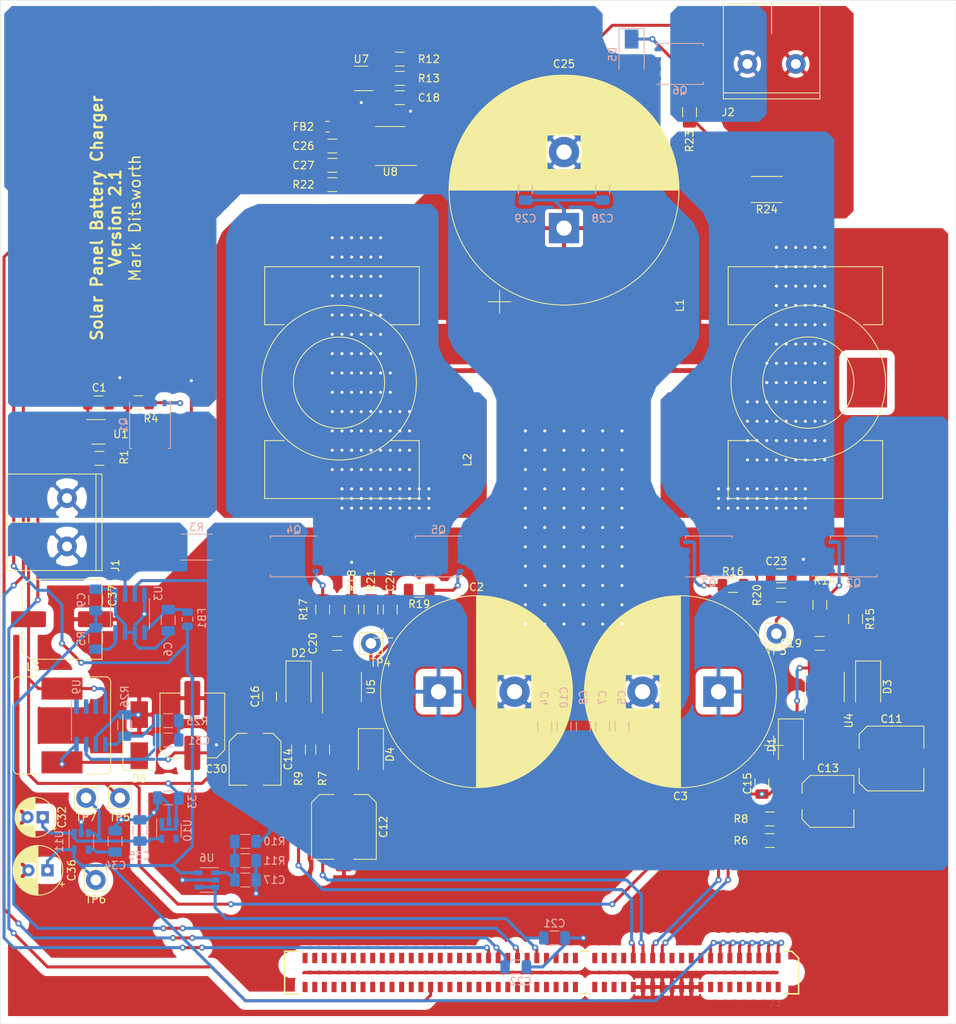
<source format=kicad_pcb>
(kicad_pcb (version 20171130) (host pcbnew 5.1.5-1.fc30)
  (layers (0 F.Cu signal) (31 B.Cu signal) (34 B.Paste user hide) (35 F.Paste user hide) (36 B.SilkS user) (37 F.SilkS user) (38 B.Mask user) (39 F.Mask user) (44 Edge.Cuts user))
  (net 0 "")
  (net 1 GND)
  (net 2 +5V)
  (net 3 V_in)
  (net 4 V_in_sense)
  (net 5 /PWM_L1)
  (net 6 /PWM_L2)
  (net 7 /PWM_H1)
  (net 8 /PWM_H2)
  (net 9 "Net-(C18-Pad1)")
  (net 10 "Net-(C19-Pad2)")
  (net 11 "Net-(C19-Pad1)")
  (net 12 "Net-(C20-Pad2)")
  (net 13 "Net-(C20-Pad1)")
  (net 14 I_in_sense)
  (net 15 V_bat_sense)
  (net 16 "Net-(C23-Pad1)")
  (net 17 "Net-(C24-Pad1)")
  (net 18 V_out)
  (net 19 I_bat_sense)
  (net 20 "Net-(C34-Pad1)")
  (net 21 +3V3)
  (net 22 "Net-(D5-Pad1)")
  (net 23 V_solar-)
  (net 24 V_solar)
  (net 25 -Bat)
  (net 26 +Bat)
  (net 27 "Net-(L2-Pad1)")
  (net 28 "Net-(Q1-Pad4)")
  (net 29 "Net-(Q2-Pad4)")
  (net 30 "Net-(Q3-Pad4)")
  (net 31 "Net-(Q4-Pad4)")
  (net 32 "Net-(Q5-Pad4)")
  (net 33 "Net-(R1-Pad2)")
  (net 34 Input_EN)
  (net 35 "Net-(R4-Pad2)")
  (net 36 G1_L)
  (net 37 G2_L)
  (net 38 G1_H)
  (net 39 G2_H)
  (net 40 I_in)
  (net 41 "Net-(R14-Pad2)")
  (net 42 "Net-(R17-Pad2)")
  (net 43 I_bat)
  (net 44 "Net-(R25-Pad1)")
  (net 45 +12V)
  (net 46 "Net-(C6-Pad1)")
  (net 47 "Net-(C17-Pad1)")
  (net 48 "Net-(C26-Pad1)")
  (net 49 "Net-(C31-Pad2)")
  (net 50 "Net-(D6-Pad1)")
  (net 51 "Net-(R16-Pad2)")
  (net 52 "Net-(R19-Pad2)")
  (net 53 "Net-(U9-Pad3)")
  (net 54 "Net-(U9-Pad2)")
  (net 55 "Net-(U9-Pad1)")
  (net 56 "Net-(U10-Pad4)")
  (net 57 "Net-(L1-Pad2)")
  (net 58 "Net-(J3-Pad98)")
  (net 59 "Net-(J3-Pad97)")
  (net 60 "Net-(J3-Pad96)")
  (net 61 "Net-(J3-Pad95)")
  (net 62 "Net-(J3-Pad94)")
  (net 63 "Net-(J3-Pad93)")
  (net 64 "Net-(J3-Pad92)")
  (net 65 "Net-(J3-Pad91)")
  (net 66 "Net-(J3-Pad90)")
  (net 67 "Net-(J3-Pad89)")
  (net 68 "Net-(J3-Pad88)")
  (net 69 "Net-(J3-Pad87)")
  (net 70 "Net-(J3-Pad86)")
  (net 71 "Net-(J3-Pad85)")
  (net 72 "Net-(J3-Pad84)")
  (net 73 "Net-(J3-Pad83)")
  (net 74 "Net-(J3-Pad82)")
  (net 75 "Net-(J3-Pad81)")
  (net 76 "Net-(J3-Pad80)")
  (net 77 "Net-(J3-Pad79)")
  (net 78 "Net-(J3-Pad78)")
  (net 79 "Net-(J3-Pad77)")
  (net 80 "Net-(J3-Pad76)")
  (net 81 "Net-(J3-Pad75)")
  (net 82 "Net-(J3-Pad73)")
  (net 83 "Net-(J3-Pad71)")
  (net 84 "Net-(J3-Pad69)")
  (net 85 "Net-(J3-Pad67)")
  (net 86 "Net-(J3-Pad65)")
  (net 87 "Net-(J3-Pad63)")
  (net 88 "Net-(J3-Pad61)")
  (net 89 "Net-(J3-Pad55)")
  (net 90 "Net-(J3-Pad52)")
  (net 91 "Net-(J3-Pad50)")
  (net 92 "Net-(J3-Pad48)")
  (net 93 "Net-(J3-Pad46)")
  (net 94 "Net-(J3-Pad45)")
  (net 95 "Net-(J3-Pad44)")
  (net 96 "Net-(J3-Pad42)")
  (net 97 "Net-(J3-Pad41)")
  (net 98 "Net-(J3-Pad40)")
  (net 99 "Net-(J3-Pad38)")
  (net 100 "Net-(J3-Pad37)")
  (net 101 "Net-(J3-Pad36)")
  (net 102 "Net-(J3-Pad35)")
  (net 103 "Net-(J3-Pad34)")
  (net 104 "Net-(J3-Pad17)")
  (net 105 "Net-(J3-Pad16)")
  (net 106 "Net-(J3-Pad14)")
  (net 107 "Net-(J3-Pad12)")
  (net 108 "Net-(J3-Pad10)")
  (net 109 "Net-(J3-Pad8)")
  (net 110 "Net-(J3-Pad6)")
  (net 111 "Net-(J3-Pad4)")
  (net 112 "Net-(J3-Pad2)")
  (net 113 "Net-(J3-Pad74)")
  (net 114 "Net-(J3-Pad70)")
  (net 115 "Net-(J3-Pad68)")
  (net 116 "Net-(J3-Pad66)")
  (net 117 "Net-(J3-Pad64)")
  (net 118 "Net-(J3-Pad62)")
  (net 119 "Net-(J3-Pad60)")
  (net 120 "Net-(J3-Pad58)")
  (net 121 "Net-(J3-Pad56)")
  (net 122 "Net-(J3-Pad54)")
  (net 123 "Net-(J3-Pad51)")
  (net 124 "Net-(J3-Pad47)")
  (net 125 "Net-(J3-Pad43)")
  (net 126 "Net-(J3-Pad39)")
  (net 127 "Net-(J3-Pad33)")
  (net 128 "Net-(J3-Pad23)")
  (net 129 "Net-(J3-Pad21)")
  (net 130 "Net-(J3-Pad19)")
  (module MECF-50-01-X-DV:SAMTEC_MECF-50-01-X-DV (layer F.Cu) (at 177.3936 149.9616 180)
    (fp_text reference J3 (at -30.734 -3.937) (layer F.SilkS) (effects (font (thickness 0.015))))
    (fp_text value MECF-50-01-X-DV)
    (pad 98 smd rect (at 31.115 -1.905 180) (size 0.66 1.35) (layers F.Cu F.Paste F.Mask) (net 58 "Net-(J3-Pad98)"))
    (pad 97 smd rect (at 31.115 1.905 180) (size 0.66 1.35) (layers F.Cu F.Paste F.Mask) (net 59 "Net-(J3-Pad97)"))
    (pad 96 smd rect (at 29.845 -1.905 180) (size 0.66 1.35) (layers F.Cu F.Paste F.Mask) (net 60 "Net-(J3-Pad96)"))
    (pad 95 smd rect (at 29.845 1.905 180) (size 0.66 1.35) (layers F.Cu F.Paste F.Mask) (net 61 "Net-(J3-Pad95)"))
    (pad 94 smd rect (at 28.575 -1.905 180) (size 0.66 1.35) (layers F.Cu F.Paste F.Mask) (net 62 "Net-(J3-Pad94)"))
    (pad 93 smd rect (at 28.575 1.905 180) (size 0.66 1.35) (layers F.Cu F.Paste F.Mask) (net 63 "Net-(J3-Pad93)"))
    (pad 92 smd rect (at 27.305 -1.905 180) (size 0.66 1.35) (layers F.Cu F.Paste F.Mask) (net 64 "Net-(J3-Pad92)"))
    (pad 91 smd rect (at 27.305 1.905 180) (size 0.66 1.35) (layers F.Cu F.Paste F.Mask) (net 65 "Net-(J3-Pad91)"))
    (pad 90 smd rect (at 26.035 -1.905 180) (size 0.66 1.35) (layers F.Cu F.Paste F.Mask) (net 66 "Net-(J3-Pad90)"))
    (pad 89 smd rect (at 26.035 1.905 180) (size 0.66 1.35) (layers F.Cu F.Paste F.Mask) (net 67 "Net-(J3-Pad89)"))
    (pad 88 smd rect (at 24.765 -1.905 180) (size 0.66 1.35) (layers F.Cu F.Paste F.Mask) (net 68 "Net-(J3-Pad88)"))
    (pad 87 smd rect (at 24.765 1.905 180) (size 0.66 1.35) (layers F.Cu F.Paste F.Mask) (net 69 "Net-(J3-Pad87)"))
    (pad 86 smd rect (at 23.495 -1.905 180) (size 0.66 1.35) (layers F.Cu F.Paste F.Mask) (net 70 "Net-(J3-Pad86)"))
    (pad 85 smd rect (at 23.495 1.905 180) (size 0.66 1.35) (layers F.Cu F.Paste F.Mask) (net 71 "Net-(J3-Pad85)"))
    (pad 84 smd rect (at 22.225 -1.905 180) (size 0.66 1.35) (layers F.Cu F.Paste F.Mask) (net 72 "Net-(J3-Pad84)"))
    (pad 83 smd rect (at 22.225 1.905 180) (size 0.66 1.35) (layers F.Cu F.Paste F.Mask) (net 73 "Net-(J3-Pad83)"))
    (pad 82 smd rect (at 20.955 -1.905 180) (size 0.66 1.35) (layers F.Cu F.Paste F.Mask) (net 74 "Net-(J3-Pad82)"))
    (pad 81 smd rect (at 20.955 1.905 180) (size 0.66 1.35) (layers F.Cu F.Paste F.Mask) (net 75 "Net-(J3-Pad81)"))
    (pad 80 smd rect (at 19.685 -1.905 180) (size 0.66 1.35) (layers F.Cu F.Paste F.Mask) (net 76 "Net-(J3-Pad80)"))
    (pad 79 smd rect (at 19.685 1.905 180) (size 0.66 1.35) (layers F.Cu F.Paste F.Mask) (net 77 "Net-(J3-Pad79)"))
    (pad 78 smd rect (at 18.415 -1.905 180) (size 0.66 1.35) (layers F.Cu F.Paste F.Mask) (net 78 "Net-(J3-Pad78)"))
    (pad 77 smd rect (at 18.415 1.905 180) (size 0.66 1.35) (layers F.Cu F.Paste F.Mask) (net 79 "Net-(J3-Pad77)"))
    (pad 76 smd rect (at 17.145 -1.905 180) (size 0.66 1.35) (layers F.Cu F.Paste F.Mask) (net 80 "Net-(J3-Pad76)"))
    (pad 75 smd rect (at 17.145 1.905 180) (size 0.66 1.35) (layers F.Cu F.Paste F.Mask) (net 81 "Net-(J3-Pad75)"))
    (pad 74 smd rect (at 15.875 -1.905 180) (size 0.66 1.35) (layers F.Cu F.Paste F.Mask) (net 113 "Net-(J3-Pad74)"))
    (pad 73 smd rect (at 15.875 1.905 180) (size 0.66 1.35) (layers F.Cu F.Paste F.Mask) (net 82 "Net-(J3-Pad73)"))
    (pad 72 smd rect (at 14.605 -1.905 180) (size 0.66 1.35) (layers F.Cu F.Paste F.Mask) (net 34 Input_EN))
    (pad 71 smd rect (at 14.605 1.905 180) (size 0.66 1.35) (layers F.Cu F.Paste F.Mask) (net 83 "Net-(J3-Pad71)"))
    (pad 70 smd rect (at 13.335 -1.905 180) (size 0.66 1.35) (layers F.Cu F.Paste F.Mask) (net 114 "Net-(J3-Pad70)"))
    (pad 69 smd rect (at 13.335 1.905 180) (size 0.66 1.35) (layers F.Cu F.Paste F.Mask) (net 84 "Net-(J3-Pad69)"))
    (pad 68 smd rect (at 12.065 -1.905 180) (size 0.66 1.35) (layers F.Cu F.Paste F.Mask) (net 115 "Net-(J3-Pad68)"))
    (pad 67 smd rect (at 12.065 1.905 180) (size 0.66 1.35) (layers F.Cu F.Paste F.Mask) (net 85 "Net-(J3-Pad67)"))
    (pad 66 smd rect (at 10.795 -1.905 180) (size 0.66 1.35) (layers F.Cu F.Paste F.Mask) (net 116 "Net-(J3-Pad66)"))
    (pad 65 smd rect (at 10.795 1.905 180) (size 0.66 1.35) (layers F.Cu F.Paste F.Mask) (net 86 "Net-(J3-Pad65)"))
    (pad 64 smd rect (at 9.525 -1.905 180) (size 0.66 1.35) (layers F.Cu F.Paste F.Mask) (net 117 "Net-(J3-Pad64)"))
    (pad 63 smd rect (at 9.525 1.905 180) (size 0.66 1.35) (layers F.Cu F.Paste F.Mask) (net 87 "Net-(J3-Pad63)"))
    (pad 62 smd rect (at 8.255 -1.905 180) (size 0.66 1.35) (layers F.Cu F.Paste F.Mask) (net 118 "Net-(J3-Pad62)"))
    (pad 61 smd rect (at 8.255 1.905 180) (size 0.66 1.35) (layers F.Cu F.Paste F.Mask) (net 88 "Net-(J3-Pad61)"))
    (pad 60 smd rect (at 6.985 -1.905 180) (size 0.66 1.35) (layers F.Cu F.Paste F.Mask) (net 119 "Net-(J3-Pad60)"))
    (pad 59 smd rect (at 6.985 1.905 180) (size 0.66 1.35) (layers F.Cu F.Paste F.Mask) (net 19 I_bat_sense))
    (pad 58 smd rect (at 5.715 -1.905 180) (size 0.66 1.35) (layers F.Cu F.Paste F.Mask) (net 120 "Net-(J3-Pad58)"))
    (pad 57 smd rect (at 5.715 1.905 180) (size 0.66 1.35) (layers F.Cu F.Paste F.Mask) (net 15 V_bat_sense))
    (pad 56 smd rect (at 4.445 -1.905 180) (size 0.66 1.35) (layers F.Cu F.Paste F.Mask) (net 121 "Net-(J3-Pad56)"))
    (pad 55 smd rect (at 4.445 1.905 180) (size 0.66 1.35) (layers F.Cu F.Paste F.Mask) (net 89 "Net-(J3-Pad55)"))
    (pad 54 smd rect (at 3.175 -1.905 180) (size 0.66 1.35) (layers F.Cu F.Paste F.Mask) (net 122 "Net-(J3-Pad54)"))
    (pad 53 smd rect (at 3.175 1.905 180) (size 0.66 1.35) (layers F.Cu F.Paste F.Mask) (net 14 I_in_sense))
    (pad 52 smd rect (at 1.905 -1.905 180) (size 0.66 1.35) (layers F.Cu F.Paste F.Mask) (net 90 "Net-(J3-Pad52)"))
    (pad 51 smd rect (at 1.905 1.905 180) (size 0.66 1.35) (layers F.Cu F.Paste F.Mask) (net 123 "Net-(J3-Pad51)"))
    (pad 50 smd rect (at 0.635 -1.905 180) (size 0.66 1.35) (layers F.Cu F.Paste F.Mask) (net 91 "Net-(J3-Pad50)"))
    (pad 49 smd rect (at 0.635 1.905 180) (size 0.66 1.35) (layers F.Cu F.Paste F.Mask) (net 4 V_in_sense))
    (pad 48 smd rect (at -0.635 -1.905 180) (size 0.66 1.35) (layers F.Cu F.Paste F.Mask) (net 92 "Net-(J3-Pad48)"))
    (pad 47 smd rect (at -0.635 1.905 180) (size 0.66 1.35) (layers F.Cu F.Paste F.Mask) (net 124 "Net-(J3-Pad47)"))
    (pad 46 smd rect (at -1.905 -1.905 180) (size 0.66 1.35) (layers F.Cu F.Paste F.Mask) (net 93 "Net-(J3-Pad46)"))
    (pad 45 smd rect (at -1.905 1.905 180) (size 0.66 1.35) (layers F.Cu F.Paste F.Mask) (net 94 "Net-(J3-Pad45)"))
    (pad 44 smd rect (at -3.175 -1.905 180) (size 0.66 1.35) (layers F.Cu F.Paste F.Mask) (net 95 "Net-(J3-Pad44)"))
    (pad 43 smd rect (at -3.175 1.905 180) (size 0.66 1.35) (layers F.Cu F.Paste F.Mask) (net 125 "Net-(J3-Pad43)"))
    (pad 42 smd rect (at -4.445 -1.905 180) (size 0.66 1.35) (layers F.Cu F.Paste F.Mask) (net 96 "Net-(J3-Pad42)"))
    (pad 41 smd rect (at -4.445 1.905 180) (size 0.66 1.35) (layers F.Cu F.Paste F.Mask) (net 97 "Net-(J3-Pad41)"))
    (pad 40 smd rect (at -6.985 -1.905 180) (size 0.66 1.35) (layers F.Cu F.Paste F.Mask) (net 98 "Net-(J3-Pad40)"))
    (pad 39 smd rect (at -6.985 1.905 180) (size 0.66 1.35) (layers F.Cu F.Paste F.Mask) (net 126 "Net-(J3-Pad39)"))
    (pad 38 smd rect (at -8.255 -1.905 180) (size 0.66 1.35) (layers F.Cu F.Paste F.Mask) (net 99 "Net-(J3-Pad38)"))
    (pad 37 smd rect (at -8.255 1.905 180) (size 0.66 1.35) (layers F.Cu F.Paste F.Mask) (net 100 "Net-(J3-Pad37)"))
    (pad 36 smd rect (at -9.525 -1.905 180) (size 0.66 1.35) (layers F.Cu F.Paste F.Mask) (net 101 "Net-(J3-Pad36)"))
    (pad 35 smd rect (at -9.525 1.905 180) (size 0.66 1.35) (layers F.Cu F.Paste F.Mask) (net 102 "Net-(J3-Pad35)"))
    (pad 34 smd rect (at -10.795 -1.905 180) (size 0.66 1.35) (layers F.Cu F.Paste F.Mask) (net 103 "Net-(J3-Pad34)"))
    (pad 33 smd rect (at -10.795 1.905 180) (size 0.66 1.35) (layers F.Cu F.Paste F.Mask) (net 127 "Net-(J3-Pad33)"))
    (pad 32 smd rect (at -12.065 -1.905 180) (size 0.66 1.35) (layers F.Cu F.Paste F.Mask) (net 1 GND))
    (pad 31 smd rect (at -12.065 1.905 180) (size 0.66 1.35) (layers F.Cu F.Paste F.Mask) (net 39 G2_H))
    (pad 30 smd rect (at -13.335 -1.905 180) (size 0.66 1.35) (layers F.Cu F.Paste F.Mask) (net 1 GND))
    (pad 29 smd rect (at -13.335 1.905 180) (size 0.66 1.35) (layers F.Cu F.Paste F.Mask) (net 37 G2_L))
    (pad 28 smd rect (at -14.605 -1.905 180) (size 0.66 1.35) (layers F.Cu F.Paste F.Mask) (net 1 GND))
    (pad 27 smd rect (at -14.605 1.905 180) (size 0.66 1.35) (layers F.Cu F.Paste F.Mask) (net 38 G1_H))
    (pad 26 smd rect (at -15.875 -1.905 180) (size 0.66 1.35) (layers F.Cu F.Paste F.Mask) (net 1 GND))
    (pad 25 smd rect (at -15.875 1.905 180) (size 0.66 1.35) (layers F.Cu F.Paste F.Mask) (net 36 G1_L))
    (pad 24 smd rect (at -17.145 -1.905 180) (size 0.66 1.35) (layers F.Cu F.Paste F.Mask) (net 1 GND))
    (pad 23 smd rect (at -17.145 1.905 180) (size 0.66 1.35) (layers F.Cu F.Paste F.Mask) (net 128 "Net-(J3-Pad23)"))
    (pad 22 smd rect (at -18.415 -1.905 180) (size 0.66 1.35) (layers F.Cu F.Paste F.Mask) (net 1 GND))
    (pad 21 smd rect (at -18.415 1.905 180) (size 0.66 1.35) (layers F.Cu F.Paste F.Mask) (net 129 "Net-(J3-Pad21)"))
    (pad 20 smd rect (at -19.685 -1.905 180) (size 0.66 1.35) (layers F.Cu F.Paste F.Mask) (net 1 GND))
    (pad 19 smd rect (at -19.685 1.905 180) (size 0.66 1.35) (layers F.Cu F.Paste F.Mask) (net 130 "Net-(J3-Pad19)"))
    (pad 18 smd rect (at -20.955 -1.905 180) (size 0.66 1.35) (layers F.Cu F.Paste F.Mask) (net 1 GND))
    (pad 17 smd rect (at -20.955 1.905 180) (size 0.66 1.35) (layers F.Cu F.Paste F.Mask) (net 104 "Net-(J3-Pad17)"))
    (pad 16 smd rect (at -22.225 -1.905 180) (size 0.66 1.35) (layers F.Cu F.Paste F.Mask) (net 105 "Net-(J3-Pad16)"))
    (pad 15 smd rect (at -22.225 1.905 180) (size 0.66 1.35) (layers F.Cu F.Paste F.Mask) (net 21 +3V3))
    (pad 14 smd rect (at -23.495 -1.905 180) (size 0.66 1.35) (layers F.Cu F.Paste F.Mask) (net 106 "Net-(J3-Pad14)"))
    (pad 13 smd rect (at -23.495 1.905 180) (size 0.66 1.35) (layers F.Cu F.Paste F.Mask) (net 21 +3V3))
    (pad 12 smd rect (at -24.765 -1.905 180) (size 0.66 1.35) (layers F.Cu F.Paste F.Mask) (net 107 "Net-(J3-Pad12)"))
    (pad 11 smd rect (at -24.765 1.905 180) (size 0.66 1.35) (layers F.Cu F.Paste F.Mask) (net 21 +3V3))
    (pad 10 smd rect (at -26.035 -1.905 180) (size 0.66 1.35) (layers F.Cu F.Paste F.Mask) (net 108 "Net-(J3-Pad10)"))
    (pad 9 smd rect (at -26.035 1.905 180) (size 0.66 1.35) (layers F.Cu F.Paste F.Mask) (net 21 +3V3))
    (pad None np_thru_hole circle (at 32.895 1 180) (size 1.45 1.45) (drill 1.45) (layers *.Cu *.Mask))
    (pad None np_thru_hole circle (at -32.895 0 180) (size 1.45 1.45) (drill 1.45) (layers *.Cu *.Mask))
    (pad 8 smd rect (at -27.305 -1.905 180) (size 0.66 1.35) (layers F.Cu F.Paste F.Mask) (net 109 "Net-(J3-Pad8)"))
    (pad 7 smd rect (at -27.305 1.905 180) (size 0.66 1.35) (layers F.Cu F.Paste F.Mask) (net 21 +3V3))
    (pad 6 smd rect (at -28.575 -1.905 180) (size 0.66 1.35) (layers F.Cu F.Paste F.Mask) (net 110 "Net-(J3-Pad6)"))
    (pad 5 smd rect (at -28.575 1.905 180) (size 0.66 1.35) (layers F.Cu F.Paste F.Mask) (net 21 +3V3))
    (pad 4 smd rect (at -29.845 -1.905 180) (size 0.66 1.35) (layers F.Cu F.Paste F.Mask) (net 111 "Net-(J3-Pad4)"))
    (pad 3 smd rect (at -29.845 1.905 180) (size 0.66 1.35) (layers F.Cu F.Paste F.Mask) (net 21 +3V3))
    (pad 2 smd rect (at -31.115 -1.905 180) (size 0.66 1.35) (layers F.Cu F.Paste F.Mask) (net 112 "Net-(J3-Pad2)"))
    (pad 1 smd rect (at -31.115 1.905 180) (size 0.66 1.35) (layers F.Cu F.Paste F.Mask) (net 21 +3V3))
  )
  (module Capacitor_THT:CP_Radial_D6.3mm_P2.50mm (layer F.Cu) (at 112.395 136.525 180)
    (fp_text reference C36 (at -3.175 0 90) (layer F.SilkS))
    (fp_text value "10 uF" hide)
    (pad 2 thru_hole circle (at 2.5 0 180) (size 1.6 1.6) (drill 0.8) (layers *.Cu *.Mask) (net 1 GND))
    (pad 1 thru_hole rect (at 0 0 180) (size 1.6 1.6) (drill 0.8) (layers *.Cu *.Mask) (net 21 +3V3))
  )
  (module Diode_SMD:D_SMB_Handsoldering (layer F.Cu) (at 124.46 118.745 90)
    (fp_text reference D6 (at -5.715 0) (layer F.SilkS))
    (fp_text value MBRS140T3G)
    (pad 2 smd rect (at 2.7 0 90) (size 3.5 2.3) (layers F.Cu F.Paste F.Mask) (net 1 GND))
    (pad 1 smd rect (at -2.7 0 90) (size 3.5 2.3) (layers F.Cu F.Paste F.Mask) (net 50 "Net-(D6-Pad1)"))
  )
  (module Package_SO:SOIC-8_3.9x4.9mm_P1.27mm (layer B.Cu) (at 118.11 117.475 270)
    (fp_text reference U9 (at -5.08 1.905 90) (layer B.SilkS) (effects (justify mirror)))
    (fp_text value LM2594HVM-12)
    (pad 8 smd roundrect (at 2.475 1.905 270) (size 1.95 0.6) (layers B.Cu B.Paste B.Mask) (net 50 "Net-(D6-Pad1)"))
    (pad 7 smd roundrect (at 2.475 0.635 270) (size 1.95 0.6) (layers B.Cu B.Paste B.Mask) (net 3 V_in))
    (pad 6 smd roundrect (at 2.475 -0.635 270) (size 1.95 0.6) (layers B.Cu B.Paste B.Mask) (net 1 GND))
    (pad 5 smd roundrect (at 2.475 -1.905 270) (size 1.95 0.6) (layers B.Cu B.Paste B.Mask) (net 44 "Net-(R25-Pad1)"))
    (pad 4 smd roundrect (at -2.475 -1.905 270) (size 1.95 0.6) (layers B.Cu B.Paste B.Mask) (net 45 +12V))
    (pad 3 smd roundrect (at -2.475 -0.635 270) (size 1.95 0.6) (layers B.Cu B.Paste B.Mask) (net 53 "Net-(U9-Pad3)"))
    (pad 2 smd roundrect (at -2.475 0.635 270) (size 1.95 0.6) (layers B.Cu B.Paste B.Mask) (net 54 "Net-(U9-Pad2)"))
    (pad 1 smd roundrect (at -2.475 1.905 270) (size 1.95 0.6) (layers B.Cu B.Paste B.Mask) (net 55 "Net-(U9-Pad1)"))
  )
  (module Package_SO:SOIC-8_3.9x4.9mm_P1.27mm (layer F.Cu) (at 157.48 41.275 180)
    (fp_text reference U8 (at 0 -3.4) (layer F.SilkS))
    (fp_text value INA240A2PW)
    (pad 8 smd roundrect (at 2.475 -1.905 180) (size 1.95 0.6) (layers F.Cu F.Paste F.Mask) (net 43 I_bat))
    (pad 7 smd roundrect (at 2.475 -0.635 180) (size 1.95 0.6) (layers F.Cu F.Paste F.Mask) (net 1 GND))
    (pad 6 smd roundrect (at 2.475 0.635 180) (size 1.95 0.6) (layers F.Cu F.Paste F.Mask) (net 1 GND))
    (pad 5 smd roundrect (at 2.475 1.905 180) (size 1.95 0.6) (layers F.Cu F.Paste F.Mask) (net 48 "Net-(C26-Pad1)"))
    (pad 4 smd roundrect (at -2.475 1.905 180) (size 1.95 0.6) (layers F.Cu F.Paste F.Mask) (net 1 GND))
    (pad 3 smd roundrect (at -2.475 0.635 180) (size 1.95 0.6) (layers F.Cu F.Paste F.Mask) (net 26 +Bat))
    (pad 2 smd roundrect (at -2.475 -0.635 180) (size 1.95 0.6) (layers F.Cu F.Paste F.Mask) (net 18 V_out))
    (pad 1 smd roundrect (at -2.475 -1.905 180) (size 1.95 0.6) (layers F.Cu F.Paste F.Mask) (net 1 GND))
  )
  (module Package_SO:SOIC-8_3.9x4.9mm_P1.27mm (layer B.Cu) (at 123.2408 102.7557 270)
    (fp_text reference U3 (at -2.667 -3.7338 90) (layer B.SilkS) (effects (justify mirror)))
    (fp_text value INA240A2PW)
    (pad 8 smd roundrect (at 2.475 1.905 270) (size 1.95 0.6) (layers B.Cu B.Paste B.Mask) (net 40 I_in))
    (pad 7 smd roundrect (at 2.475 0.635 270) (size 1.95 0.6) (layers B.Cu B.Paste B.Mask) (net 1 GND))
    (pad 6 smd roundrect (at 2.475 -0.635 270) (size 1.95 0.6) (layers B.Cu B.Paste B.Mask) (net 1 GND))
    (pad 5 smd roundrect (at 2.475 -1.905 270) (size 1.95 0.6) (layers B.Cu B.Paste B.Mask) (net 46 "Net-(C6-Pad1)"))
    (pad 4 smd roundrect (at -2.475 -1.905 270) (size 1.95 0.6) (layers B.Cu B.Paste B.Mask) (net 1 GND))
    (pad 3 smd roundrect (at -2.475 -0.635 270) (size 1.95 0.6) (layers B.Cu B.Paste B.Mask) (net 3 V_in))
    (pad 2 smd roundrect (at -2.475 0.635 270) (size 1.95 0.6) (layers B.Cu B.Paste B.Mask) (net 24 V_solar))
    (pad 1 smd roundrect (at -2.475 1.905 270) (size 1.95 0.6) (layers B.Cu B.Paste B.Mask) (net 1 GND))
  )
  (module Resistor_SMD:R_1206_3216Metric (layer B.Cu) (at 122.555 117.475 270)
    (fp_text reference R26 (at -3.81 0 270) (layer B.SilkS) (effects (justify mirror)))
    (fp_text value 47k)
    (pad 2 smd roundrect (at 1.4 0 270) (size 1.25 1.75) (layers B.Cu B.Paste B.Mask) (roundrect_rratio 0.2) (net 44 "Net-(R25-Pad1)"))
    (pad 1 smd roundrect (at -1.4 0 270) (size 1.25 1.75) (layers B.Cu B.Paste B.Mask) (roundrect_rratio 0.2) (net 1 GND))
  )
  (module Resistor_SMD:R_1206_3216Metric (layer B.Cu) (at 128.27 116.84)
    (fp_text reference R25 (at 3.8354 0.0762 180) (layer B.SilkS) (effects (justify mirror)))
    (fp_text value 47k)
    (pad 2 smd roundrect (at 1.4 0) (size 1.25 1.75) (layers B.Cu B.Paste B.Mask) (roundrect_rratio 0.2) (net 49 "Net-(C31-Pad2)"))
    (pad 1 smd roundrect (at -1.4 0) (size 1.25 1.75) (layers B.Cu B.Paste B.Mask) (roundrect_rratio 0.2) (net 44 "Net-(R25-Pad1)"))
  )
  (module Resistor_SMD:R_2512_6332Metric (layer B.Cu) (at 132.0165 94.0181 180)
    (fp_text reference R3 (at 0 2.62) (layer B.SilkS) (effects (justify mirror)))
    (fp_text value 0.002)
    (pad 2 smd roundrect (at 2.9 0 180) (size 1.35 3.35) (layers B.Cu B.Paste B.Mask) (roundrect_rratio 0.185185) (net 24 V_solar))
    (pad 1 smd roundrect (at -2.9 0 180) (size 1.35 3.35) (layers B.Cu B.Paste B.Mask) (roundrect_rratio 0.185185) (net 3 V_in))
  )
  (module Inductor_SMD:L_Bourns_SRR1260 (layer F.Cu) (at 114.3 117.475 90)
    (fp_text reference L3 (at 7.6962 -3.81 180) (layer F.SilkS))
    (fp_text value "330 uH")
    (pad 1 smd rect (at -4.85 0 90) (size 2.9 5.4) (layers F.Cu F.Paste F.Mask) (net 50 "Net-(D6-Pad1)"))
    (pad 2 smd rect (at 4.85 0 90) (size 2.9 5.4) (layers F.Cu F.Paste F.Mask) (net 45 +12V))
  )
  (module MWD_Footprints:Phoenix_MKDS_6.35 (layer F.Cu) (at 210.82 30.48 180)
    (fp_text reference J2 (at 8.89 -6.35) (layer F.SilkS))
    (fp_text value OSTT7020150)
    (pad 2 thru_hole circle (at 6.35 0 180) (size 2.6 2.6) (drill 1.3) (layers *.Cu *.Mask) (net 25 -Bat))
    (pad 1 thru_hole circle (at 0 0 180) (size 2.6 2.6) (drill 1.3) (layers *.Cu *.Mask) (net 26 +Bat))
  )
  (module MWD_Footprints:Phoenix_MKDS_6.35 (layer F.Cu) (at 114.9604 87.5792 270)
    (fp_text reference J1 (at 8.89 -6.35 90) (layer F.SilkS))
    (fp_text value OSTT7020150)
    (pad 2 thru_hole circle (at 6.35 0 270) (size 2.6 2.6) (drill 1.3) (layers *.Cu *.Mask) (net 24 V_solar))
    (pad 1 thru_hole circle (at 0 0 270) (size 2.6 2.6) (drill 1.3) (layers *.Cu *.Mask) (net 23 V_solar-))
  )
  (module Capacitor_SMD:C_Elec_10x10.2 (layer F.Cu) (at 114.3 103.505)
    (fp_text reference C37 (at 6.6548 -3.1242 -90) (layer F.SilkS))
    (fp_text value 120u)
    (pad 2 smd roundrect (at 4.4 0) (size 4.6 2.1) (layers F.Cu F.Paste F.Mask) (roundrect_rratio 0.119048) (net 1 GND))
    (pad 1 smd roundrect (at -4.4 0) (size 4.6 2.1) (layers F.Cu F.Paste F.Mask) (roundrect_rratio 0.119048) (net 45 +12V))
  )
  (module Capacitor_SMD:C_1206_3216Metric (layer B.Cu) (at 128.27 119.38)
    (fp_text reference C31 (at 4.064 0.1016) (layer B.SilkS) (effects (justify mirror)))
    (fp_text value "0.1 uF")
    (pad 2 smd roundrect (at 1.4 0) (size 1.25 1.75) (layers B.Cu B.Paste B.Mask) (roundrect_rratio 0.2) (net 49 "Net-(C31-Pad2)"))
    (pad 1 smd roundrect (at -1.4 0) (size 1.25 1.75) (layers B.Cu B.Paste B.Mask) (roundrect_rratio 0.2) (net 3 V_in))
  )
  (module Capacitor_SMD:C_Elec_8x10.2 (layer F.Cu) (at 131.445 117.475 90)
    (fp_text reference C30 (at -5.715 3.175 180) (layer F.SilkS))
    (fp_text value 68u)
    (pad 2 smd roundrect (at 3.6 0 90) (size 4.5 2.1) (layers F.Cu F.Paste F.Mask) (roundrect_rratio 0.119048) (net 1 GND))
    (pad 1 smd roundrect (at -3.6 0 90) (size 4.5 2.1) (layers F.Cu F.Paste F.Mask) (roundrect_rratio 0.119048) (net 3 V_in))
  )
  (module Capacitor_SMD:C_Elec_6.3x7.7 (layer F.Cu) (at 139.7 121.92 270)
    (fp_text reference C14 (at 0 -4.35 90) (layer F.SilkS))
    (fp_text value 220u)
    (pad 2 smd roundrect (at 2.5375 0 270) (size 3.325 1.6) (layers F.Cu F.Paste F.Mask) (roundrect_rratio 0.15625) (net 1 GND))
    (pad 1 smd roundrect (at -2.5375 0 270) (size 3.325 1.6) (layers F.Cu F.Paste F.Mask) (roundrect_rratio 0.15625) (net 8 /PWM_H2))
  )
  (module Capacitor_SMD:C_Elec_6.3x7.7 (layer F.Cu) (at 215.0618 127.4572)
    (fp_text reference C13 (at 0 -4.35) (layer F.SilkS))
    (fp_text value 220u)
    (pad 2 smd roundrect (at 2.5375 0) (size 3.325 1.6) (layers F.Cu F.Paste F.Mask) (roundrect_rratio 0.15625) (net 1 GND))
    (pad 1 smd roundrect (at -2.5375 0) (size 3.325 1.6) (layers F.Cu F.Paste F.Mask) (roundrect_rratio 0.15625) (net 7 /PWM_H1))
  )
  (module Capacitor_SMD:C_Elec_8x10.2 (layer F.Cu) (at 151.384 130.81 270)
    (fp_text reference C12 (at 0 -5.2 90) (layer F.SilkS))
    (fp_text value 560u)
    (pad 2 smd roundrect (at 3.6 0 270) (size 4.5 2.1) (layers F.Cu F.Paste F.Mask) (roundrect_rratio 0.119048) (net 1 GND))
    (pad 1 smd roundrect (at -3.6 0 270) (size 4.5 2.1) (layers F.Cu F.Paste F.Mask) (roundrect_rratio 0.119048) (net 6 /PWM_L2))
  )
  (module Capacitor_SMD:C_Elec_8x10.2 (layer F.Cu) (at 223.4184 121.8184)
    (fp_text reference C11 (at 0 -5.2) (layer F.SilkS))
    (fp_text value 560u)
    (pad 2 smd roundrect (at 3.6 0) (size 4.5 2.1) (layers F.Cu F.Paste F.Mask) (roundrect_rratio 0.119048) (net 1 GND))
    (pad 1 smd roundrect (at -3.6 0) (size 4.5 2.1) (layers F.Cu F.Paste F.Mask) (roundrect_rratio 0.119048) (net 5 /PWM_L1))
  )
  (module Capacitor_SMD:C_1206_3216Metric (layer B.Cu) (at 124.5616 131.2799 90)
    (fp_text reference C35 (at -3.3401 -0.1016) (layer B.SilkS) (effects (justify mirror)))
    (fp_text value "1 uF" hide)
    (pad 2 smd roundrect (at 1.4 0 90) (size 1.25 1.75) (layers B.Cu B.Paste B.Mask) (roundrect_rratio 0.2) (net 1 GND))
    (pad 1 smd roundrect (at -1.4 0 90) (size 1.25 1.75) (layers B.Cu B.Paste B.Mask) (roundrect_rratio 0.2) (net 2 +5V))
  )
  (module Capacitor_SMD:C_1206_3216Metric (layer F.Cu) (at 119.1006 75.057 180)
    (fp_text reference C1 (at -0.1016 2.0066) (layer F.SilkS))
    (fp_text value "0.1 uF" hide)
    (pad 2 smd roundrect (at 1.4 0 180) (size 1.25 1.75) (layers F.Cu F.Paste F.Mask) (roundrect_rratio 0.2) (net 45 +12V))
    (pad 1 smd roundrect (at -1.4 0 180) (size 1.25 1.75) (layers F.Cu F.Paste F.Mask) (roundrect_rratio 0.2) (net 1 GND))
  )
  (module Capacitor_THT:CP_Radial_D25.0mm_P10.00mm_SnapIn (layer F.Cu) (at 163.83 113.03)
    (fp_text reference C2 (at 5 -13.75) (layer F.SilkS))
    (fp_text value "1200 uF")
    (pad 2 thru_hole circle (at 10 0) (size 4 4) (drill 2) (layers *.Cu *.Mask) (net 1 GND))
    (pad 1 thru_hole rect (at 0 0) (size 4 4) (drill 2) (layers *.Cu *.Mask) (net 3 V_in))
  )
  (module Capacitor_THT:CP_Radial_D25.0mm_P10.00mm_SnapIn (layer F.Cu) (at 200.66 113.03 180)
    (fp_text reference C3 (at 5 -13.75) (layer F.SilkS))
    (fp_text value "1200 uF")
    (pad 2 thru_hole circle (at 10 0 180) (size 4 4) (drill 2) (layers *.Cu *.Mask) (net 1 GND))
    (pad 1 thru_hole rect (at 0 0 180) (size 4 4) (drill 2) (layers *.Cu *.Mask) (net 3 V_in))
  )
  (module Capacitor_SMD:C_1206_3216Metric (layer B.Cu) (at 180.34 117.605 90)
    (fp_text reference C10 (at 3.81 0 90) (layer B.SilkS) (effects (justify mirror)))
    (fp_text value "4.7 uF" hide)
    (pad 2 smd roundrect (at 1.4 0 90) (size 1.25 1.75) (layers B.Cu B.Paste B.Mask) (roundrect_rratio 0.2) (net 1 GND))
    (pad 1 smd roundrect (at -1.4 0 90) (size 1.25 1.75) (layers B.Cu B.Paste B.Mask) (roundrect_rratio 0.2) (net 3 V_in))
  )
  (module Capacitor_THT:CP_Radial_D5.0mm_P2.00mm (layer F.Cu) (at 111.76 129.54 180)
    (fp_text reference C32 (at -2.54 0 90) (layer F.SilkS))
    (fp_text value "1 uF" hide)
    (pad 2 thru_hole circle (at 2 0 180) (size 1.6 1.6) (drill 0.8) (layers *.Cu *.Mask) (net 1 GND))
    (pad 1 thru_hole rect (at 0 0 180) (size 1.6 1.6) (drill 0.8) (layers *.Cu *.Mask) (net 2 +5V))
  )
  (module Capacitor_SMD:C_1206_3216Metric (layer B.Cu) (at 179.07 145.415)
    (fp_text reference C21 (at 0 -1.905 180) (layer B.SilkS) (effects (justify mirror)))
    (fp_text value "0.1 uF" hide)
    (pad 2 smd roundrect (at 1.4 0) (size 1.25 1.75) (layers B.Cu B.Paste B.Mask) (roundrect_rratio 0.2) (net 1 GND))
    (pad 1 smd roundrect (at -1.4 0) (size 1.25 1.75) (layers B.Cu B.Paste B.Mask) (roundrect_rratio 0.2) (net 4 V_in_sense))
  )
  (module Package_TO_SOT_SMD:SOT-23-5 (layer B.Cu) (at 128.3716 131.2799 270)
    (fp_text reference U10 (at 0 -2.4384 270) (layer B.SilkS) (effects (justify mirror)))
    (fp_text value NCP718xSN500 hide)
    (pad 5 smd rect (at 1.1 0.95 270) (size 1.06 0.65) (layers B.Cu B.Paste B.Mask) (net 2 +5V))
    (pad 4 smd rect (at 1.1 -0.95 270) (size 1.06 0.65) (layers B.Cu B.Paste B.Mask) (net 56 "Net-(U10-Pad4)"))
    (pad 3 smd rect (at -1.1 -0.95 270) (size 1.06 0.65) (layers B.Cu B.Paste B.Mask) (net 45 +12V))
    (pad 2 smd rect (at -1.1 0 270) (size 1.06 0.65) (layers B.Cu B.Paste B.Mask) (net 1 GND))
    (pad 1 smd rect (at -1.1 0.95 270) (size 1.06 0.65) (layers B.Cu B.Paste B.Mask) (net 45 +12V))
  )
  (module Package_TO_SOT_SMD:SOT-23-5 (layer F.Cu) (at 119.1006 78.867)
    (fp_text reference U1 (at 2.9464 0.3048) (layer F.SilkS))
    (fp_text value UCC27517DBVR hide)
    (pad 5 smd rect (at 1.1 -0.95) (size 1.06 0.65) (layers F.Cu F.Paste F.Mask) (net 35 "Net-(R4-Pad2)"))
    (pad 4 smd rect (at 1.1 0.95) (size 1.06 0.65) (layers F.Cu F.Paste F.Mask) (net 1 GND))
    (pad 3 smd rect (at -1.1 0.95) (size 1.06 0.65) (layers F.Cu F.Paste F.Mask) (net 33 "Net-(R1-Pad2)"))
    (pad 2 smd rect (at -1.1 0) (size 1.06 0.65) (layers F.Cu F.Paste F.Mask) (net 1 GND))
    (pad 1 smd rect (at -1.1 -0.95) (size 1.06 0.65) (layers F.Cu F.Paste F.Mask) (net 45 +12V))
  )
  (module Package_SO:SOIC-8_3.9x4.9mm_P1.27mm (layer F.Cu) (at 151.13 112.395 90)
    (fp_text reference U5 (at 0 3.81 90) (layer F.SilkS))
    (fp_text value LM5109BMA hide)
    (pad 8 smd roundrect (at 2.475 -1.905 90) (size 1.95 0.6) (layers F.Cu F.Paste F.Mask) (net 13 "Net-(C20-Pad1)"))
    (pad 7 smd roundrect (at 2.475 -0.635 90) (size 1.95 0.6) (layers F.Cu F.Paste F.Mask) (net 42 "Net-(R17-Pad2)"))
    (pad 6 smd roundrect (at 2.475 0.635 90) (size 1.95 0.6) (layers F.Cu F.Paste F.Mask) (net 12 "Net-(C20-Pad2)"))
    (pad 5 smd roundrect (at 2.475 1.905 90) (size 1.95 0.6) (layers F.Cu F.Paste F.Mask) (net 52 "Net-(R19-Pad2)"))
    (pad 4 smd roundrect (at -2.475 1.905 90) (size 1.95 0.6) (layers F.Cu F.Paste F.Mask) (net 1 GND))
    (pad 3 smd roundrect (at -2.475 0.635 90) (size 1.95 0.6) (layers F.Cu F.Paste F.Mask) (net 6 /PWM_L2))
    (pad 2 smd roundrect (at -2.475 -0.635 90) (size 1.95 0.6) (layers F.Cu F.Paste F.Mask) (net 8 /PWM_H2))
    (pad 1 smd roundrect (at -2.475 -1.905 90) (size 1.95 0.6) (layers F.Cu F.Paste F.Mask) (net 45 +12V))
  )
  (module Package_TO_SOT_SMD:SOT-23-5 (layer B.Cu) (at 116.84 132.715 270)
    (fp_text reference U11 (at 0 2.9 270) (layer B.SilkS) (effects (justify mirror)))
    (fp_text value AP131-33 hide)
    (pad 5 smd rect (at 1.1 0.95 270) (size 1.06 0.65) (layers B.Cu B.Paste B.Mask) (net 21 +3V3))
    (pad 4 smd rect (at 1.1 -0.95 270) (size 1.06 0.65) (layers B.Cu B.Paste B.Mask) (net 20 "Net-(C34-Pad1)"))
    (pad 3 smd rect (at -1.1 -0.95 270) (size 1.06 0.65) (layers B.Cu B.Paste B.Mask) (net 2 +5V))
    (pad 2 smd rect (at -1.1 0 270) (size 1.06 0.65) (layers B.Cu B.Paste B.Mask) (net 1 GND))
    (pad 1 smd rect (at -1.1 0.95 270) (size 1.06 0.65) (layers B.Cu B.Paste B.Mask) (net 2 +5V))
  )
  (module Capacitor_SMD:C_1206_3216Metric (layer B.Cu) (at 173.99 149.225)
    (fp_text reference C22 (at 0.635 1.905 180) (layer B.SilkS) (effects (justify mirror)))
    (fp_text value "0.1 uF" hide)
    (pad 2 smd roundrect (at 1.4 0) (size 1.25 1.75) (layers B.Cu B.Paste B.Mask) (roundrect_rratio 0.2) (net 1 GND))
    (pad 1 smd roundrect (at -1.4 0) (size 1.25 1.75) (layers B.Cu B.Paste B.Mask) (roundrect_rratio 0.2) (net 15 V_bat_sense))
  )
  (module Package_TO_SOT_SMD:SOT-23-5 (layer F.Cu) (at 153.67 32.385 180)
    (fp_text reference U7 (at 0 2.54) (layer F.SilkS))
    (fp_text value LM321 hide)
    (pad 5 smd rect (at 1.1 -0.95 180) (size 1.06 0.65) (layers F.Cu F.Paste F.Mask) (net 21 +3V3))
    (pad 4 smd rect (at 1.1 0.95 180) (size 1.06 0.65) (layers F.Cu F.Paste F.Mask) (net 15 V_bat_sense))
    (pad 3 smd rect (at -1.1 0.95 180) (size 1.06 0.65) (layers F.Cu F.Paste F.Mask) (net 15 V_bat_sense))
    (pad 2 smd rect (at -1.1 0 180) (size 1.06 0.65) (layers F.Cu F.Paste F.Mask) (net 1 GND))
    (pad 1 smd rect (at -1.1 -0.95 180) (size 1.06 0.65) (layers F.Cu F.Paste F.Mask) (net 9 "Net-(C18-Pad1)"))
  )
  (module Package_TO_SOT_SMD:SOT-23-5 (layer B.Cu) (at 133.35 137.795 180)
    (fp_text reference U6 (at 0 2.9) (layer B.SilkS) (effects (justify mirror)))
    (fp_text value LM321 hide)
    (pad 5 smd rect (at 1.1 0.95 180) (size 1.06 0.65) (layers B.Cu B.Paste B.Mask) (net 21 +3V3))
    (pad 4 smd rect (at 1.1 -0.95 180) (size 1.06 0.65) (layers B.Cu B.Paste B.Mask) (net 4 V_in_sense))
    (pad 3 smd rect (at -1.1 -0.95 180) (size 1.06 0.65) (layers B.Cu B.Paste B.Mask) (net 4 V_in_sense))
    (pad 2 smd rect (at -1.1 0 180) (size 1.06 0.65) (layers B.Cu B.Paste B.Mask) (net 1 GND))
    (pad 1 smd rect (at -1.1 0.95 180) (size 1.06 0.65) (layers B.Cu B.Paste B.Mask) (net 47 "Net-(C17-Pad1)"))
  )
  (module Resistor_SMD:R_2512_6332Metric (layer F.Cu) (at 207.01 46.99 180)
    (fp_text reference R24 (at 0 -2.62) (layer F.SilkS))
    (fp_text value 0.002 hide)
    (pad 2 smd roundrect (at 2.9 0 180) (size 1.35 3.35) (layers F.Cu F.Paste F.Mask) (roundrect_rratio 0.185185) (net 18 V_out))
    (pad 1 smd roundrect (at -2.9 0 180) (size 1.35 3.35) (layers F.Cu F.Paste F.Mask) (roundrect_rratio 0.185185) (net 26 +Bat))
  )
  (module Package_SO:SOIC-8_3.9x4.9mm_P1.27mm (layer F.Cu) (at 214.63 112.395 90)
    (fp_text reference U4 (at -4.445 3.175 90) (layer F.SilkS))
    (fp_text value LM5109BMA hide)
    (pad 8 smd roundrect (at 2.475 -1.905 90) (size 1.95 0.6) (layers F.Cu F.Paste F.Mask) (net 11 "Net-(C19-Pad1)"))
    (pad 7 smd roundrect (at 2.475 -0.635 90) (size 1.95 0.6) (layers F.Cu F.Paste F.Mask) (net 41 "Net-(R14-Pad2)"))
    (pad 6 smd roundrect (at 2.475 0.635 90) (size 1.95 0.6) (layers F.Cu F.Paste F.Mask) (net 10 "Net-(C19-Pad2)"))
    (pad 5 smd roundrect (at 2.475 1.905 90) (size 1.95 0.6) (layers F.Cu F.Paste F.Mask) (net 51 "Net-(R16-Pad2)"))
    (pad 4 smd roundrect (at -2.475 1.905 90) (size 1.95 0.6) (layers F.Cu F.Paste F.Mask) (net 1 GND))
    (pad 3 smd roundrect (at -2.475 0.635 90) (size 1.95 0.6) (layers F.Cu F.Paste F.Mask) (net 5 /PWM_L1))
    (pad 2 smd roundrect (at -2.475 -0.635 90) (size 1.95 0.6) (layers F.Cu F.Paste F.Mask) (net 7 /PWM_H1))
    (pad 1 smd roundrect (at -2.475 -1.905 90) (size 1.95 0.6) (layers F.Cu F.Paste F.Mask) (net 45 +12V))
  )
  (module Connector_Pin:Pin_D1.4mm_L8.5mm_W2.8mm_FlatFork (layer F.Cu) (at 117.475 127)
    (fp_text reference TP7 (at 0 2.54) (layer F.SilkS))
    (fp_text value TestPoint hide)
    (pad 1 thru_hole circle (at 0 0) (size 2.6 2.6) (drill 1.4) (layers *.Cu *.Mask) (net 2 +5V))
  )
  (module Connector_Pin:Pin_D1.4mm_L8.5mm_W2.8mm_FlatFork (layer F.Cu) (at 118.745 137.795)
    (fp_text reference TP6 (at 0 2.54) (layer F.SilkS))
    (fp_text value TestPoint hide)
    (pad 1 thru_hole circle (at 0 0) (size 2.6 2.6) (drill 1.4) (layers *.Cu *.Mask) (net 21 +3V3))
  )
  (module Connector_Pin:Pin_D1.4mm_L8.5mm_W2.8mm_FlatFork (layer F.Cu) (at 121.92 127 180)
    (fp_text reference TP5 (at 0 -2.54) (layer F.SilkS))
    (fp_text value TestPoint hide)
    (pad 1 thru_hole circle (at 0 0 180) (size 2.6 2.6) (drill 1.4) (layers *.Cu *.Mask) (net 45 +12V))
  )
  (module Connector_Pin:Pin_D1.4mm_L8.5mm_W2.8mm_FlatFork (layer F.Cu) (at 154.94 106.68)
    (fp_text reference TP4 (at 1.27 2.54) (layer F.SilkS))
    (fp_text value TestPoint hide)
    (pad 1 thru_hole circle (at 0 0) (size 2.6 2.6) (drill 1.4) (layers *.Cu *.Mask) (net 52 "Net-(R19-Pad2)"))
  )
  (module Connector_Pin:Pin_D1.4mm_L8.5mm_W2.8mm_FlatFork (layer F.Cu) (at 208.28 105.41)
    (fp_text reference TP3 (at 0 2.25) (layer F.SilkS))
    (fp_text value TestPoint hide)
    (pad 1 thru_hole circle (at 0 0) (size 2.6 2.6) (drill 1.4) (layers *.Cu *.Mask) (net 51 "Net-(R16-Pad2)"))
  )
  (module Resistor_SMD:R_1206_3216Metric (layer F.Cu) (at 149.86 46.355 180)
    (fp_text reference R22 (at 3.81 0) (layer F.SilkS))
    (fp_text value 1k hide)
    (pad 2 smd roundrect (at 1.4 0 180) (size 1.25 1.75) (layers F.Cu F.Paste F.Mask) (roundrect_rratio 0.2) (net 19 I_bat_sense))
    (pad 1 smd roundrect (at -1.4 0 180) (size 1.25 1.75) (layers F.Cu F.Paste F.Mask) (roundrect_rratio 0.2) (net 43 I_bat))
  )
  (module Resistor_SMD:R_1206_3216Metric (layer F.Cu) (at 196.85 36.83 90)
    (fp_text reference R23 (at -3.81 0 90) (layer F.SilkS))
    (fp_text value 10k hide)
    (pad 2 smd roundrect (at 1.4 0 90) (size 1.25 1.75) (layers F.Cu F.Paste F.Mask) (roundrect_rratio 0.2) (net 22 "Net-(D5-Pad1)"))
    (pad 1 smd roundrect (at -1.4 0 90) (size 1.25 1.75) (layers F.Cu F.Paste F.Mask) (roundrect_rratio 0.2) (net 18 V_out))
  )
  (module Resistor_SMD:R_1206_3216Metric (layer F.Cu) (at 154.94 102.235 270)
    (fp_text reference R21 (at -3.81 0 90) (layer F.SilkS))
    (fp_text value "5.6 ohm" hide)
    (pad 2 smd roundrect (at 1.4 0 270) (size 1.25 1.75) (layers F.Cu F.Paste F.Mask) (roundrect_rratio 0.2) (net 17 "Net-(C24-Pad1)"))
    (pad 1 smd roundrect (at -1.4 0 270) (size 1.25 1.75) (layers F.Cu F.Paste F.Mask) (roundrect_rratio 0.2) (net 27 "Net-(L2-Pad1)"))
  )
  (module Resistor_SMD:R_1206_3216Metric (layer F.Cu) (at 208.915 100.33 180)
    (fp_text reference R20 (at 3.175 0 90) (layer F.SilkS))
    (fp_text value "5.6 ohm" hide)
    (pad 2 smd roundrect (at 1.4 0 180) (size 1.25 1.75) (layers F.Cu F.Paste F.Mask) (roundrect_rratio 0.2) (net 16 "Net-(C23-Pad1)"))
    (pad 1 smd roundrect (at -1.4 0 180) (size 1.25 1.75) (layers F.Cu F.Paste F.Mask) (roundrect_rratio 0.2) (net 57 "Net-(L1-Pad2)"))
  )
  (module Resistor_SMD:R_1206_3216Metric (layer F.Cu) (at 158.75 32.385)
    (fp_text reference R13 (at 3.81 0) (layer F.SilkS))
    (fp_text value 200k hide)
    (pad 2 smd roundrect (at 1.4 0) (size 1.25 1.75) (layers F.Cu F.Paste F.Mask) (roundrect_rratio 0.2) (net 1 GND))
    (pad 1 smd roundrect (at -1.4 0) (size 1.25 1.75) (layers F.Cu F.Paste F.Mask) (roundrect_rratio 0.2) (net 9 "Net-(C18-Pad1)"))
  )
  (module Resistor_SMD:R_1206_3216Metric (layer F.Cu) (at 158.75 29.845 180)
    (fp_text reference R12 (at -3.81 0) (layer F.SilkS))
    (fp_text value 806k hide)
    (pad 2 smd roundrect (at 1.4 0 180) (size 1.25 1.75) (layers F.Cu F.Paste F.Mask) (roundrect_rratio 0.2) (net 9 "Net-(C18-Pad1)"))
    (pad 1 smd roundrect (at -1.4 0 180) (size 1.25 1.75) (layers F.Cu F.Paste F.Mask) (roundrect_rratio 0.2) (net 26 +Bat))
  )
  (module Resistor_SMD:R_1206_3216Metric (layer F.Cu) (at 161.29 99.695 180)
    (fp_text reference R19 (at 0 -1.82) (layer F.SilkS))
    (fp_text value 4.42 hide)
    (pad 2 smd roundrect (at 1.4 0 180) (size 1.25 1.75) (layers F.Cu F.Paste F.Mask) (roundrect_rratio 0.2) (net 52 "Net-(R19-Pad2)"))
    (pad 1 smd roundrect (at -1.4 0 180) (size 1.25 1.75) (layers F.Cu F.Paste F.Mask) (roundrect_rratio 0.2) (net 32 "Net-(Q5-Pad4)"))
  )
  (module Resistor_SMD:R_1206_3216Metric (layer F.Cu) (at 152.4 102.235 270)
    (fp_text reference R18 (at -3.81 0 270) (layer F.SilkS))
    (fp_text value 2.21 hide)
    (pad 2 smd roundrect (at 1.4 0 270) (size 1.25 1.75) (layers F.Cu F.Paste F.Mask) (roundrect_rratio 0.2) (net 12 "Net-(C20-Pad2)"))
    (pad 1 smd roundrect (at -1.4 0 270) (size 1.25 1.75) (layers F.Cu F.Paste F.Mask) (roundrect_rratio 0.2) (net 27 "Net-(L2-Pad1)"))
  )
  (module Resistor_SMD:R_1206_3216Metric (layer F.Cu) (at 148.59 102.235 270)
    (fp_text reference R17 (at 0 2.54 90) (layer F.SilkS))
    (fp_text value 2.21 hide)
    (pad 2 smd roundrect (at 1.4 0 270) (size 1.25 1.75) (layers F.Cu F.Paste F.Mask) (roundrect_rratio 0.2) (net 42 "Net-(R17-Pad2)"))
    (pad 1 smd roundrect (at -1.4 0 270) (size 1.25 1.75) (layers F.Cu F.Paste F.Mask) (roundrect_rratio 0.2) (net 31 "Net-(Q4-Pad4)"))
  )
  (module Resistor_SMD:R_1206_3216Metric (layer F.Cu) (at 202.565 99.06)
    (fp_text reference R16 (at 0 -1.82) (layer F.SilkS))
    (fp_text value 4.42 hide)
    (pad 2 smd roundrect (at 1.4 0) (size 1.25 1.75) (layers F.Cu F.Paste F.Mask) (roundrect_rratio 0.2) (net 51 "Net-(R16-Pad2)"))
    (pad 1 smd roundrect (at -1.4 0) (size 1.25 1.75) (layers F.Cu F.Paste F.Mask) (roundrect_rratio 0.2) (net 30 "Net-(Q3-Pad4)"))
  )
  (module Resistor_SMD:R_1206_3216Metric (layer F.Cu) (at 218.694 103.4796 270)
    (fp_text reference R15 (at 0 -1.905 270) (layer F.SilkS))
    (fp_text value 2.21 hide)
    (pad 2 smd roundrect (at 1.4 0 270) (size 1.25 1.75) (layers F.Cu F.Paste F.Mask) (roundrect_rratio 0.2) (net 10 "Net-(C19-Pad2)"))
    (pad 1 smd roundrect (at -1.4 0 270) (size 1.25 1.75) (layers F.Cu F.Paste F.Mask) (roundrect_rratio 0.2) (net 57 "Net-(L1-Pad2)"))
  )
  (module Resistor_SMD:R_1206_3216Metric (layer F.Cu) (at 213.995 101.6 270)
    (fp_text reference R14 (at -3.175 -0.635 180) (layer F.SilkS))
    (fp_text value 2.21 hide)
    (pad 2 smd roundrect (at 1.4 0 270) (size 1.25 1.75) (layers F.Cu F.Paste F.Mask) (roundrect_rratio 0.2) (net 41 "Net-(R14-Pad2)"))
    (pad 1 smd roundrect (at -1.4 0 270) (size 1.25 1.75) (layers F.Cu F.Paste F.Mask) (roundrect_rratio 0.2) (net 29 "Net-(Q2-Pad4)"))
  )
  (module Resistor_SMD:R_1206_3216Metric (layer B.Cu) (at 118.745 106.045 90)
    (fp_text reference R5 (at 0 -1.905 90) (layer B.SilkS) (effects (justify mirror)))
    (fp_text value 1k hide)
    (pad 2 smd roundrect (at 1.4 0 90) (size 1.25 1.75) (layers B.Cu B.Paste B.Mask) (roundrect_rratio 0.2) (net 14 I_in_sense))
    (pad 1 smd roundrect (at -1.4 0 90) (size 1.25 1.75) (layers B.Cu B.Paste B.Mask) (roundrect_rratio 0.2) (net 40 I_in))
  )
  (module Resistor_SMD:R_1206_3216Metric (layer F.Cu) (at 145.415 120.65 270)
    (fp_text reference R9 (at 3.81 0 90) (layer F.SilkS))
    (fp_text value 205 hide)
    (pad 2 smd roundrect (at 1.4 0 270) (size 1.25 1.75) (layers F.Cu F.Paste F.Mask) (roundrect_rratio 0.2) (net 39 G2_H))
    (pad 1 smd roundrect (at -1.4 0 270) (size 1.25 1.75) (layers F.Cu F.Paste F.Mask) (roundrect_rratio 0.2) (net 8 /PWM_H2))
  )
  (module Resistor_SMD:R_1206_3216Metric (layer F.Cu) (at 207.4164 129.7686 180)
    (fp_text reference R8 (at 3.81 0) (layer F.SilkS))
    (fp_text value 205 hide)
    (pad 2 smd roundrect (at 1.4 0 180) (size 1.25 1.75) (layers F.Cu F.Paste F.Mask) (roundrect_rratio 0.2) (net 38 G1_H))
    (pad 1 smd roundrect (at -1.4 0 180) (size 1.25 1.75) (layers F.Cu F.Paste F.Mask) (roundrect_rratio 0.2) (net 7 /PWM_H1))
  )
  (module Resistor_SMD:R_1206_3216Metric (layer F.Cu) (at 148.59 120.65 270)
    (fp_text reference R7 (at 3.81 0 90) (layer F.SilkS))
    (fp_text value 205 hide)
    (pad 2 smd roundrect (at 1.4 0 270) (size 1.25 1.75) (layers F.Cu F.Paste F.Mask) (roundrect_rratio 0.2) (net 37 G2_L))
    (pad 1 smd roundrect (at -1.4 0 270) (size 1.25 1.75) (layers F.Cu F.Paste F.Mask) (roundrect_rratio 0.2) (net 6 /PWM_L2))
  )
  (module Resistor_SMD:R_1206_3216Metric (layer F.Cu) (at 207.4164 132.6134 180)
    (fp_text reference R6 (at 3.81 0) (layer F.SilkS))
    (fp_text value 205 hide)
    (pad 2 smd roundrect (at 1.4 0 180) (size 1.25 1.75) (layers F.Cu F.Paste F.Mask) (roundrect_rratio 0.2) (net 36 G1_L))
    (pad 1 smd roundrect (at -1.4 0 180) (size 1.25 1.75) (layers F.Cu F.Paste F.Mask) (roundrect_rratio 0.2) (net 5 /PWM_L1))
  )
  (module Resistor_SMD:R_1206_3216Metric (layer B.Cu) (at 138.43 135.255)
    (fp_text reference R11 (at 3.81 0 180) (layer B.SilkS) (effects (justify mirror)))
    (fp_text value 50k hide)
    (pad 2 smd roundrect (at 1.4 0) (size 1.25 1.75) (layers B.Cu B.Paste B.Mask) (roundrect_rratio 0.2) (net 1 GND))
    (pad 1 smd roundrect (at -1.4 0) (size 1.25 1.75) (layers B.Cu B.Paste B.Mask) (roundrect_rratio 0.2) (net 47 "Net-(C17-Pad1)"))
  )
  (module Resistor_SMD:R_1206_3216Metric (layer B.Cu) (at 138.43 132.715 180)
    (fp_text reference R10 (at -3.81 0 180) (layer B.SilkS) (effects (justify mirror)))
    (fp_text value 698k hide)
    (pad 2 smd roundrect (at 1.4 0 180) (size 1.25 1.75) (layers B.Cu B.Paste B.Mask) (roundrect_rratio 0.2) (net 47 "Net-(C17-Pad1)"))
    (pad 1 smd roundrect (at -1.4 0 180) (size 1.25 1.75) (layers B.Cu B.Paste B.Mask) (roundrect_rratio 0.2) (net 3 V_in))
  )
  (module Resistor_SMD:R_1206_3216Metric (layer F.Cu) (at 124.3584 75.0316 180)
    (fp_text reference R4 (at -1.651 -2.0828) (layer F.SilkS))
    (fp_text value 5.11 hide)
    (pad 2 smd roundrect (at 1.4 0 180) (size 1.25 1.75) (layers F.Cu F.Paste F.Mask) (roundrect_rratio 0.2) (net 35 "Net-(R4-Pad2)"))
    (pad 1 smd roundrect (at -1.4 0 180) (size 1.25 1.75) (layers F.Cu F.Paste F.Mask) (roundrect_rratio 0.2) (net 28 "Net-(Q1-Pad4)"))
  )
  (module Resistor_SMD:R_1206_3216Metric (layer F.Cu) (at 119.2276 82.3468 180)
    (fp_text reference R1 (at -3.2512 0.1524 270) (layer F.SilkS))
    (fp_text value 205 hide)
    (pad 2 smd roundrect (at 1.4 0 180) (size 1.25 1.75) (layers F.Cu F.Paste F.Mask) (roundrect_rratio 0.2) (net 33 "Net-(R1-Pad2)"))
    (pad 1 smd roundrect (at -1.4 0 180) (size 1.25 1.75) (layers F.Cu F.Paste F.Mask) (roundrect_rratio 0.2) (net 34 Input_EN))
  )
  (module Package_TO_SOT_SMD:TDSON-8-1 (layer B.Cu) (at 195.58 30.48)
    (fp_text reference Q6 (at 0 3.5) (layer B.SilkS) (effects (justify mirror)))
    (fp_text value CSD18540Q5B hide)
    (pad 5 smd rect (at 1.05 0) (size 4.55 4.41) (layers B.Cu) (net 25 -Bat))
    (pad 4 smd rect (at -2.9 -1.905) (size 0.85 0.5) (layers B.Cu B.Paste B.Mask) (net 22 "Net-(D5-Pad1)"))
    (pad 3 smd rect (at -2.9 -0.635) (size 0.85 0.5) (layers B.Cu B.Paste B.Mask) (net 1 GND))
    (pad 2 smd rect (at -2.9 0.635) (size 0.85 0.5) (layers B.Cu B.Paste B.Mask) (net 1 GND))
    (pad 1 smd rect (at -2.9 1.905) (size 0.85 0.5) (layers B.Cu B.Paste B.Mask) (net 1 GND))
  )
  (module Package_TO_SOT_SMD:TDSON-8-1 (layer B.Cu) (at 163.83 95.25 180)
    (fp_text reference Q5 (at 0 3.5 180) (layer B.SilkS) (effects (justify mirror)))
    (fp_text value CSD19531Q5A hide)
    (pad 5 smd rect (at 1.05 0 180) (size 4.55 4.41) (layers B.Cu) (net 27 "Net-(L2-Pad1)"))
    (pad 4 smd rect (at -2.9 -1.905 180) (size 0.85 0.5) (layers B.Cu B.Paste B.Mask) (net 32 "Net-(Q5-Pad4)"))
    (pad 3 smd rect (at -2.9 -0.635 180) (size 0.85 0.5) (layers B.Cu B.Paste B.Mask) (net 1 GND))
    (pad 2 smd rect (at -2.9 0.635 180) (size 0.85 0.5) (layers B.Cu B.Paste B.Mask) (net 1 GND))
    (pad 1 smd rect (at -2.9 1.905 180) (size 0.85 0.5) (layers B.Cu B.Paste B.Mask) (net 1 GND))
  )
  (module Package_TO_SOT_SMD:TDSON-8-1 (layer B.Cu) (at 144.78 95.25 180)
    (fp_text reference Q4 (at 0 3.5 180) (layer B.SilkS) (effects (justify mirror)))
    (fp_text value CSD19531Q5A hide)
    (pad 5 smd rect (at 1.05 0 180) (size 4.55 4.41) (layers B.Cu) (net 3 V_in))
    (pad 4 smd rect (at -2.9 -1.905 180) (size 0.85 0.5) (layers B.Cu B.Paste B.Mask) (net 31 "Net-(Q4-Pad4)"))
    (pad 3 smd rect (at -2.9 -0.635 180) (size 0.85 0.5) (layers B.Cu B.Paste B.Mask) (net 27 "Net-(L2-Pad1)"))
    (pad 2 smd rect (at -2.9 0.635 180) (size 0.85 0.5) (layers B.Cu B.Paste B.Mask) (net 27 "Net-(L2-Pad1)"))
    (pad 1 smd rect (at -2.9 1.905 180) (size 0.85 0.5) (layers B.Cu B.Paste B.Mask) (net 27 "Net-(L2-Pad1)"))
  )
  (module Package_TO_SOT_SMD:TDSON-8-1 (layer B.Cu) (at 199.39 95.25)
    (fp_text reference Q3 (at 0 3.5 180) (layer B.SilkS) (effects (justify mirror)))
    (fp_text value CSD19531Q5A hide)
    (pad 5 smd rect (at 1.05 0) (size 4.55 4.41) (layers B.Cu) (net 57 "Net-(L1-Pad2)"))
    (pad 4 smd rect (at -2.9 -1.905) (size 0.85 0.5) (layers B.Cu B.Paste B.Mask) (net 30 "Net-(Q3-Pad4)"))
    (pad 3 smd rect (at -2.9 -0.635) (size 0.85 0.5) (layers B.Cu B.Paste B.Mask) (net 1 GND))
    (pad 2 smd rect (at -2.9 0.635) (size 0.85 0.5) (layers B.Cu B.Paste B.Mask) (net 1 GND))
    (pad 1 smd rect (at -2.9 1.905) (size 0.85 0.5) (layers B.Cu B.Paste B.Mask) (net 1 GND))
  )
  (module Package_TO_SOT_SMD:TDSON-8-1 (layer B.Cu) (at 218.44 95.25)
    (fp_text reference Q2 (at 0 3.5 180) (layer B.SilkS) (effects (justify mirror)))
    (fp_text value CSD19531Q5A hide)
    (pad 5 smd rect (at 1.05 0) (size 4.55 4.41) (layers B.Cu) (net 3 V_in))
    (pad 4 smd rect (at -2.9 -1.905) (size 0.85 0.5) (layers B.Cu B.Paste B.Mask) (net 29 "Net-(Q2-Pad4)"))
    (pad 3 smd rect (at -2.9 -0.635) (size 0.85 0.5) (layers B.Cu B.Paste B.Mask) (net 57 "Net-(L1-Pad2)"))
    (pad 2 smd rect (at -2.9 0.635) (size 0.85 0.5) (layers B.Cu B.Paste B.Mask) (net 57 "Net-(L1-Pad2)"))
    (pad 1 smd rect (at -2.9 1.905) (size 0.85 0.5) (layers B.Cu B.Paste B.Mask) (net 57 "Net-(L1-Pad2)"))
  )
  (module Package_TO_SOT_SMD:TDSON-8-1 (layer B.Cu) (at 125.8824 77.978 270)
    (fp_text reference Q1 (at 0 3.5 90) (layer B.SilkS) (effects (justify mirror)))
    (fp_text value CSD18540Q5B hide)
    (pad 5 smd rect (at 1.05 0 270) (size 4.55 4.41) (layers B.Cu) (net 23 V_solar-))
    (pad 4 smd rect (at -2.9 -1.905 270) (size 0.85 0.5) (layers B.Cu B.Paste B.Mask) (net 28 "Net-(Q1-Pad4)"))
    (pad 3 smd rect (at -2.9 -0.635 270) (size 0.85 0.5) (layers B.Cu B.Paste B.Mask) (net 1 GND))
    (pad 2 smd rect (at -2.9 0.635 270) (size 0.85 0.5) (layers B.Cu B.Paste B.Mask) (net 1 GND))
    (pad 1 smd rect (at -2.9 1.905 270) (size 0.85 0.5) (layers B.Cu B.Paste B.Mask) (net 1 GND))
  )
  (module "MWD_Footprints:7443642200 _Inductor" (layer F.Cu) (at 165.1 77.47 90)
    (fp_text reference L2 (at -5.08 2.54 90) (layer F.SilkS))
    (fp_text value "7443642200 " hide)
    (pad "" smd rect (at 5.075 -22.075 90) (size 6.53 5.28) (layers F.Cu F.Paste F.Mask))
    (pad 2 smd rect (at 10.15 0 90) (size 5.33 5.59) (layers F.Cu F.Paste F.Mask) (net 18 V_out))
    (pad 1 smd rect (at 0 0 90) (size 5.33 5.59) (layers F.Cu F.Paste F.Mask) (net 27 "Net-(L2-Pad1)"))
  )
  (module "MWD_Footprints:7443642200 _Inductor" (layer F.Cu) (at 198.12 67.31 270)
    (fp_text reference L1 (at -5.08 2.54 90) (layer F.SilkS))
    (fp_text value "7443642200 " hide)
    (pad "" smd rect (at 5.075 -22.075 270) (size 6.53 5.28) (layers F.Cu F.Paste F.Mask))
    (pad 2 smd rect (at 10.15 0 270) (size 5.33 5.59) (layers F.Cu F.Paste F.Mask) (net 57 "Net-(L1-Pad2)"))
    (pad 1 smd rect (at 0 0 270) (size 5.33 5.59) (layers F.Cu F.Paste F.Mask) (net 18 V_out))
  )
  (module Inductor_SMD:L_0805_2012Metric (layer F.Cu) (at 149.225 38.735 180)
    (fp_text reference FB2 (at 3.175 0) (layer F.SilkS))
    (fp_text value 74279201 hide)
    (pad 2 smd roundrect (at 0.9375 0 180) (size 0.975 1.4) (layers F.Cu F.Paste F.Mask) (net 21 +3V3))
    (pad 1 smd roundrect (at -0.9375 0 180) (size 0.975 1.4) (layers F.Cu F.Paste F.Mask) (net 48 "Net-(C26-Pad1)"))
  )
  (module Inductor_SMD:L_0805_2012Metric (layer B.Cu) (at 130.81 103.505 270)
    (fp_text reference FB1 (at -0.1016 -1.905 270) (layer B.SilkS) (effects (justify mirror)))
    (fp_text value 74279201 hide)
    (pad 2 smd roundrect (at 0.9375 0 270) (size 0.975 1.4) (layers B.Cu B.Paste B.Mask) (net 21 +3V3))
    (pad 1 smd roundrect (at -0.9375 0 270) (size 0.975 1.4) (layers B.Cu B.Paste B.Mask) (net 46 "Net-(C6-Pad1)"))
  )
  (module Diode_SMD:D_SMA (layer B.Cu) (at 189.23 29.21 270)
    (fp_text reference D5 (at 0 2.5 270) (layer B.SilkS) (effects (justify mirror)))
    (fp_text value D_Zener hide)
    (pad 2 smd rect (at 2 0 270) (size 2.5 1.8) (layers B.Cu B.Paste B.Mask) (net 1 GND))
    (pad 1 smd rect (at -2 0 270) (size 2.5 1.8) (layers B.Cu B.Paste B.Mask) (net 22 "Net-(D5-Pad1)"))
  )
  (module Diode_SMD:D_SMA (layer F.Cu) (at 154.94 121.285 270)
    (fp_text reference D4 (at 0 -2.5 90) (layer F.SilkS))
    (fp_text value B1100-13 hide)
    (pad 2 smd rect (at 2 0 270) (size 2.5 1.8) (layers F.Cu F.Paste F.Mask) (net 1 GND))
    (pad 1 smd rect (at -2 0 270) (size 2.5 1.8) (layers F.Cu F.Paste F.Mask) (net 12 "Net-(C20-Pad2)"))
  )
  (module Diode_SMD:D_SMA (layer F.Cu) (at 220.345 112.395 270)
    (fp_text reference D3 (at 0 -2.54 90) (layer F.SilkS))
    (fp_text value B1100-13 hide)
    (pad 2 smd rect (at 2 0 270) (size 2.5 1.8) (layers F.Cu F.Paste F.Mask) (net 1 GND))
    (pad 1 smd rect (at -2 0 270) (size 2.5 1.8) (layers F.Cu F.Paste F.Mask) (net 10 "Net-(C19-Pad2)"))
  )
  (module Diode_SMD:D_SMA (layer F.Cu) (at 145.415 112.395 270)
    (fp_text reference D2 (at -4.445 0 180) (layer F.SilkS))
    (fp_text value MUHA11013G hide)
    (pad 2 smd rect (at 2 0 270) (size 2.5 1.8) (layers F.Cu F.Paste F.Mask) (net 45 +12V))
    (pad 1 smd rect (at -2 0 270) (size 2.5 1.8) (layers F.Cu F.Paste F.Mask) (net 13 "Net-(C20-Pad1)"))
  )
  (module Diode_SMD:D_SMA (layer F.Cu) (at 210.185 120.015 270)
    (fp_text reference D1 (at 0 2.54 90) (layer F.SilkS))
    (fp_text value MUHA11013G hide)
    (pad 2 smd rect (at 2 0 270) (size 2.5 1.8) (layers F.Cu F.Paste F.Mask) (net 45 +12V))
    (pad 1 smd rect (at -2 0 270) (size 2.5 1.8) (layers F.Cu F.Paste F.Mask) (net 11 "Net-(C19-Pad1)"))
  )
  (module Capacitor_SMD:C_1206_3216Metric (layer B.Cu) (at 121.285 132.715 90)
    (fp_text reference C34 (at -3.175 0 180) (layer B.SilkS) (effects (justify mirror)))
    (fp_text value "0.1 uF" hide)
    (pad 2 smd roundrect (at 1.4 0 90) (size 1.25 1.75) (layers B.Cu B.Paste B.Mask) (roundrect_rratio 0.2) (net 1 GND))
    (pad 1 smd roundrect (at -1.4 0 90) (size 1.25 1.75) (layers B.Cu B.Paste B.Mask) (roundrect_rratio 0.2) (net 20 "Net-(C34-Pad1)"))
  )
  (module Capacitor_SMD:C_1206_3216Metric (layer F.Cu) (at 149.86 43.815)
    (fp_text reference C27 (at -3.81 0) (layer F.SilkS))
    (fp_text value "0.1 uF" hide)
    (pad 2 smd roundrect (at 1.4 0) (size 1.25 1.75) (layers F.Cu F.Paste F.Mask) (roundrect_rratio 0.2) (net 1 GND))
    (pad 1 smd roundrect (at -1.4 0) (size 1.25 1.75) (layers F.Cu F.Paste F.Mask) (roundrect_rratio 0.2) (net 19 I_bat_sense))
  )
  (module Capacitor_SMD:C_1206_3216Metric (layer B.Cu) (at 175.26 46.99 90)
    (fp_text reference C29 (at -3.81 0 180) (layer B.SilkS) (effects (justify mirror)))
    (fp_text value "10 uF" hide)
    (pad 2 smd roundrect (at 1.4 0 90) (size 1.25 1.75) (layers B.Cu B.Paste B.Mask) (roundrect_rratio 0.2) (net 1 GND))
    (pad 1 smd roundrect (at -1.4 0 90) (size 1.25 1.75) (layers B.Cu B.Paste B.Mask) (roundrect_rratio 0.2) (net 18 V_out))
  )
  (module Capacitor_SMD:C_1206_3216Metric (layer F.Cu) (at 149.86 41.275)
    (fp_text reference C26 (at -3.81 0) (layer F.SilkS))
    (fp_text value "0.1 uF" hide)
    (pad 2 smd roundrect (at 1.4 0) (size 1.25 1.75) (layers F.Cu F.Paste F.Mask) (roundrect_rratio 0.2) (net 1 GND))
    (pad 1 smd roundrect (at -1.4 0) (size 1.25 1.75) (layers F.Cu F.Paste F.Mask) (roundrect_rratio 0.2) (net 48 "Net-(C26-Pad1)"))
  )
  (module Capacitor_SMD:C_1206_3216Metric (layer B.Cu) (at 185.42 46.99 90)
    (fp_text reference C28 (at -3.81 0 180) (layer B.SilkS) (effects (justify mirror)))
    (fp_text value "10 uF" hide)
    (pad 2 smd roundrect (at 1.4 0 90) (size 1.25 1.75) (layers B.Cu B.Paste B.Mask) (roundrect_rratio 0.2) (net 1 GND))
    (pad 1 smd roundrect (at -1.4 0 90) (size 1.25 1.75) (layers B.Cu B.Paste B.Mask) (roundrect_rratio 0.2) (net 18 V_out))
  )
  (module Capacitor_THT:CP_Radial_D30.0mm_P10.00mm_SnapIn (layer F.Cu) (at 180.34 52.07 90)
    (fp_text reference C25 (at 21.59 0 180) (layer F.SilkS))
    (fp_text value "1000 uF")
    (pad 2 thru_hole circle (at 10 0 90) (size 4 4) (drill 2) (layers *.Cu *.Mask) (net 1 GND))
    (pad 1 thru_hole rect (at 0 0 90) (size 4 4) (drill 2) (layers *.Cu *.Mask) (net 18 V_out))
  )
  (module Capacitor_SMD:C_1206_3216Metric (layer F.Cu) (at 157.48 102.235 90)
    (fp_text reference C24 (at 3.81 0 90) (layer F.SilkS))
    (fp_text value "1000 pF" hide)
    (pad 2 smd roundrect (at 1.4 0 90) (size 1.25 1.75) (layers F.Cu F.Paste F.Mask) (roundrect_rratio 0.2) (net 1 GND))
    (pad 1 smd roundrect (at -1.4 0 90) (size 1.25 1.75) (layers F.Cu F.Paste F.Mask) (roundrect_rratio 0.2) (net 17 "Net-(C24-Pad1)"))
  )
  (module Capacitor_SMD:C_1206_3216Metric (layer F.Cu) (at 208.915 97.79)
    (fp_text reference C23 (at -0.635 -1.905 180) (layer F.SilkS))
    (fp_text value "1000 pF" hide)
    (pad 2 smd roundrect (at 1.4 0) (size 1.25 1.75) (layers F.Cu F.Paste F.Mask) (roundrect_rratio 0.2) (net 1 GND))
    (pad 1 smd roundrect (at -1.4 0) (size 1.25 1.75) (layers F.Cu F.Paste F.Mask) (roundrect_rratio 0.2) (net 16 "Net-(C23-Pad1)"))
  )
  (module Capacitor_SMD:C_1206_3216Metric (layer F.Cu) (at 158.75 34.925)
    (fp_text reference C18 (at 3.81 0) (layer F.SilkS))
    (fp_text value "0.1 uF" hide)
    (pad 2 smd roundrect (at 1.4 0) (size 1.25 1.75) (layers F.Cu F.Paste F.Mask) (roundrect_rratio 0.2) (net 1 GND))
    (pad 1 smd roundrect (at -1.4 0) (size 1.25 1.75) (layers F.Cu F.Paste F.Mask) (roundrect_rratio 0.2) (net 9 "Net-(C18-Pad1)"))
  )
  (module Capacitor_SMD:C_1206_3216Metric (layer B.Cu) (at 118.745 100.965 90)
    (fp_text reference C9 (at 0 -1.905 90) (layer B.SilkS) (effects (justify mirror)))
    (fp_text value "0.1 uF" hide)
    (pad 2 smd roundrect (at 1.4 0 90) (size 1.25 1.75) (layers B.Cu B.Paste B.Mask) (roundrect_rratio 0.2) (net 1 GND))
    (pad 1 smd roundrect (at -1.4 0 90) (size 1.25 1.75) (layers B.Cu B.Paste B.Mask) (roundrect_rratio 0.2) (net 14 I_in_sense))
  )
  (module Capacitor_SMD:C_1206_3216Metric (layer F.Cu) (at 150.495 106.68)
    (fp_text reference C20 (at -3.175 0 270) (layer F.SilkS))
    (fp_text value "0.1 uF" hide)
    (pad 2 smd roundrect (at 1.4 0) (size 1.25 1.75) (layers F.Cu F.Paste F.Mask) (roundrect_rratio 0.2) (net 12 "Net-(C20-Pad2)"))
    (pad 1 smd roundrect (at -1.4 0) (size 1.25 1.75) (layers F.Cu F.Paste F.Mask) (roundrect_rratio 0.2) (net 13 "Net-(C20-Pad1)"))
  )
  (module Capacitor_SMD:C_1206_3216Metric (layer F.Cu) (at 213.995 106.68)
    (fp_text reference C19 (at -3.81 0) (layer F.SilkS))
    (fp_text value "0.1 uF" hide)
    (pad 2 smd roundrect (at 1.4 0) (size 1.25 1.75) (layers F.Cu F.Paste F.Mask) (roundrect_rratio 0.2) (net 10 "Net-(C19-Pad2)"))
    (pad 1 smd roundrect (at -1.4 0) (size 1.25 1.75) (layers F.Cu F.Paste F.Mask) (roundrect_rratio 0.2) (net 11 "Net-(C19-Pad1)"))
  )
  (module Capacitor_SMD:C_1206_3216Metric (layer B.Cu) (at 128.27 103.635 270)
    (fp_text reference C6 (at 3.81 0 90) (layer B.SilkS) (effects (justify mirror)))
    (fp_text value "0.1 uF" hide)
    (pad 2 smd roundrect (at 1.4 0 270) (size 1.25 1.75) (layers B.Cu B.Paste B.Mask) (roundrect_rratio 0.2) (net 1 GND))
    (pad 1 smd roundrect (at -1.4 0 270) (size 1.25 1.75) (layers B.Cu B.Paste B.Mask) (roundrect_rratio 0.2) (net 46 "Net-(C6-Pad1)"))
  )
  (module Capacitor_SMD:C_1206_3216Metric (layer F.Cu) (at 141.605 113.665 270)
    (fp_text reference C16 (at 0 1.905 90) (layer F.SilkS))
    (fp_text value "1 uF" hide)
    (pad 2 smd roundrect (at 1.4 0 270) (size 1.25 1.75) (layers F.Cu F.Paste F.Mask) (roundrect_rratio 0.2) (net 45 +12V))
    (pad 1 smd roundrect (at -1.4 0 270) (size 1.25 1.75) (layers F.Cu F.Paste F.Mask) (roundrect_rratio 0.2) (net 1 GND))
  )
  (module Capacitor_SMD:C_1206_3216Metric (layer F.Cu) (at 206.375 125.095 270)
    (fp_text reference C15 (at 0 1.905 90) (layer F.SilkS))
    (fp_text value "1 uF" hide)
    (pad 2 smd roundrect (at 1.4 0 270) (size 1.25 1.75) (layers F.Cu F.Paste F.Mask) (roundrect_rratio 0.2) (net 45 +12V))
    (pad 1 smd roundrect (at -1.4 0 270) (size 1.25 1.75) (layers F.Cu F.Paste F.Mask) (roundrect_rratio 0.2) (net 1 GND))
  )
  (module Capacitor_SMD:C_1206_3216Metric (layer B.Cu) (at 182.88 117.605 90)
    (fp_text reference C8 (at 3.81 0 90) (layer B.SilkS) (effects (justify mirror)))
    (fp_text value "4.7 uF" hide)
    (pad 2 smd roundrect (at 1.4 0 90) (size 1.25 1.75) (layers B.Cu B.Paste B.Mask) (roundrect_rratio 0.2) (net 1 GND))
    (pad 1 smd roundrect (at -1.4 0 90) (size 1.25 1.75) (layers B.Cu B.Paste B.Mask) (roundrect_rratio 0.2) (net 3 V_in))
  )
  (module Capacitor_SMD:C_1206_3216Metric (layer B.Cu) (at 185.42 117.605 90)
    (fp_text reference C7 (at 3.81 0 90) (layer B.SilkS) (effects (justify mirror)))
    (fp_text value "4.7 uF" hide)
    (pad 2 smd roundrect (at 1.4 0 90) (size 1.25 1.75) (layers B.Cu B.Paste B.Mask) (roundrect_rratio 0.2) (net 1 GND))
    (pad 1 smd roundrect (at -1.4 0 90) (size 1.25 1.75) (layers B.Cu B.Paste B.Mask) (roundrect_rratio 0.2) (net 3 V_in))
  )
  (module Capacitor_SMD:C_1206_3216Metric (layer B.Cu) (at 138.43 137.795)
    (fp_text reference C17 (at 3.81 0 180) (layer B.SilkS) (effects (justify mirror)))
    (fp_text value "0.1 uF" hide)
    (pad 2 smd roundrect (at 1.4 0) (size 1.25 1.75) (layers B.Cu B.Paste B.Mask) (roundrect_rratio 0.2) (net 1 GND))
    (pad 1 smd roundrect (at -1.4 0) (size 1.25 1.75) (layers B.Cu B.Paste B.Mask) (roundrect_rratio 0.2) (net 47 "Net-(C17-Pad1)"))
  )
  (module Capacitor_SMD:C_1206_3216Metric (layer B.Cu) (at 187.96 117.602 90)
    (fp_text reference C5 (at 3.81 0 90) (layer B.SilkS) (effects (justify mirror)))
    (fp_text value "4.7 uF" hide)
    (pad 2 smd roundrect (at 1.4 0 90) (size 1.25 1.75) (layers B.Cu B.Paste B.Mask) (roundrect_rratio 0.2) (net 1 GND))
    (pad 1 smd roundrect (at -1.4 0 90) (size 1.25 1.75) (layers B.Cu B.Paste B.Mask) (roundrect_rratio 0.2) (net 3 V_in))
  )
  (module Capacitor_SMD:C_1206_3216Metric (layer B.Cu) (at 177.8 117.605 90)
    (fp_text reference C4 (at 3.68 0 90) (layer B.SilkS) (effects (justify mirror)))
    (fp_text value "4.7 uF" hide)
    (pad 2 smd roundrect (at 1.4 0 90) (size 1.25 1.75) (layers B.Cu B.Paste B.Mask) (roundrect_rratio 0.2) (net 1 GND))
    (pad 1 smd roundrect (at -1.4 0 90) (size 1.25 1.75) (layers B.Cu B.Paste B.Mask) (roundrect_rratio 0.2) (net 3 V_in))
  )
  (module Capacitor_SMD:C_1206_3216Metric (layer B.Cu) (at 128.27 127 180)
    (fp_text reference C33 (at -3.175 0 90) (layer B.SilkS) (effects (justify mirror)))
    (fp_text value "1 uF" hide)
    (pad 2 smd roundrect (at 1.4 0 180) (size 1.25 1.75) (layers B.Cu B.Paste B.Mask) (roundrect_rratio 0.2) (net 1 GND))
    (pad 1 smd roundrect (at -1.4 0 180) (size 1.25 1.75) (layers B.Cu B.Paste B.Mask) (roundrect_rratio 0.2) (net 45 +12V))
  )
  (gr_line (start 126.238 22.098) (end 106.172 22.098) (layer Edge.Cuts) (width 0.05))
  (gr_line (start 179.07 22.098) (end 126.238 22.098) (layer Edge.Cuts) (width 0.05))
  (gr_line (start 231.902 22.098) (end 179.07 22.098) (layer Edge.Cuts) (width 0.05))
  (gr_line (start 106.172 22.352) (end 106.172 22.098) (layer Edge.Cuts) (width 0.05))
  (gr_line (start 106.172 22.352) (end 106.172 147.828) (layer Edge.Cuts) (width 0.05))
  (gr_line (start 106.172 147.828) (end 106.172 156.718) (layer Edge.Cuts) (width 0.05))
  (gr_line (start 132.334 156.718) (end 106.172 156.718) (layer Edge.Cuts) (width 0.05))
  (gr_line (start 179.07 156.718) (end 132.334 156.718) (layer Edge.Cuts) (width 0.05))
  (gr_line (start 231.902 156.718) (end 179.07 156.718) (layer Edge.Cuts) (width 0.05))
  (gr_line (start 231.902 156.464) (end 231.902 156.718) (layer Edge.Cuts) (width 0.05))
  (gr_line (start 231.902 147.574) (end 231.902 156.464) (layer Edge.Cuts) (width 0.05))
  (gr_line (start 231.902 22.098) (end 231.902 147.574) (layer Edge.Cuts) (width 0.05))
  (gr_text "Mark Ditsworth" (at 123.9012 50.7492 90) (layer F.SilkS) (effects (font (size 1.5 1.5) (thickness 0.2))))
  (gr_text "Solar Panel Battery Charger\nVersion 2.1" (at 120.0912 50.7492 90) (layer F.SilkS) (effects (font (size 1.5 1.5) (thickness 0.3))))
  (segment (start 155.005 40.64) (end 155.005 41.91) (width 0.4) (layer F.Cu) (net 1))
  (segment (start 155.005 40.64) (end 156.845 40.64) (width 0.4) (layer F.Cu) (net 1))
  (segment (start 158.115 39.37) (end 159.955 39.37) (width 0.4) (layer F.Cu) (net 1))
  (segment (start 156.845 40.64) (end 158.115 39.37) (width 0.4) (layer F.Cu) (net 1))
  (segment (start 151.26 41.275) (end 151.26 43.815) (width 0.4) (layer F.Cu) (net 1))
  (segment (start 151.885 41.275) (end 152.52 40.64) (width 0.4) (layer F.Cu) (net 1))
  (segment (start 151.26 41.275) (end 151.885 41.275) (width 0.4) (layer F.Cu) (net 1))
  (segment (start 152.52 40.64) (end 155.005 40.64) (width 0.4) (layer F.Cu) (net 1))
  (segment (start 160.15 32.385) (end 160.15 34.925) (width 0.4) (layer F.Cu) (net 1))
  (segment (start 160.15 39.175) (end 159.955 39.37) (width 0.4) (layer F.Cu) (net 1))
  (segment (start 160.15 34.925) (end 160.15 36.7) (width 0.4) (layer F.Cu) (net 1))
  (segment (start 158.98 43.18) (end 157.48 41.68) (width 0.4) (layer F.Cu) (net 1))
  (segment (start 159.955 43.18) (end 158.98 43.18) (width 0.4) (layer F.Cu) (net 1))
  (segment (start 157.48 41.68) (end 157.48 40.005) (width 0.4) (layer F.Cu) (net 1))
  (segment (start 160.15 36.7) (end 160.15 39.175) (width 0.4) (layer F.Cu) (net 1))
  (via (at 160.15 36.7) (size 0.8) (drill 0.4) (layers F.Cu B.Cu) (net 1))
  (segment (start 153.035 122.68) (end 153.64 123.285) (width 0.4) (layer F.Cu) (net 1))
  (segment (start 153.64 123.285) (end 154.94 123.285) (width 0.4) (layer F.Cu) (net 1))
  (segment (start 153.035 114.87) (end 153.035 122.68) (width 0.4) (layer F.Cu) (net 1))
  (segment (start 153.035 113.895) (end 153.035 114.87) (width 0.4) (layer F.Cu) (net 1))
  (segment (start 151.405 112.265) (end 153.035 113.895) (width 0.4) (layer F.Cu) (net 1))
  (segment (start 141.605 112.265) (end 151.405 112.265) (width 0.4) (layer F.Cu) (net 1))
  (segment (start 157.48 100.835) (end 157.48 100.21) (width 0.4) (layer F.Cu) (net 1))
  (segment (start 219.87 114.87) (end 220.345 114.395) (width 0.4) (layer F.Cu) (net 1))
  (segment (start 216.535 114.87) (end 219.87 114.87) (width 0.4) (layer F.Cu) (net 1))
  (segment (start 119.2506 78.867) (end 120.2006 79.817) (width 0.4) (layer F.Cu) (net 1))
  (segment (start 118.0006 78.867) (end 119.2506 78.867) (width 0.4) (layer F.Cu) (net 1))
  (segment (start 153.84 32.385) (end 153.67 32.555) (width 0.4) (layer F.Cu) (net 1))
  (segment (start 154.77 32.385) (end 153.84 32.385) (width 0.4) (layer F.Cu) (net 1))
  (segment (start 153.67 32.555) (end 153.67 35.56) (width 0.4) (layer F.Cu) (net 1))
  (segment (start 153.67 35.56) (end 153.67 35.56) (width 0.4) (layer F.Cu) (net 1))
  (via (at 153.67 35.56) (size 0.8) (drill 0.4) (layers F.Cu B.Cu) (net 1))
  (via (at 175.26 96.52) (size 0.8) (drill 0.4) (layers F.Cu B.Cu) (net 1))
  (via (at 177.8 96.52) (size 0.8) (drill 0.4) (layers F.Cu B.Cu) (net 1))
  (via (at 180.34 96.52) (size 0.8) (drill 0.4) (layers F.Cu B.Cu) (net 1))
  (via (at 182.88 96.52) (size 0.8) (drill 0.4) (layers F.Cu B.Cu) (net 1))
  (via (at 185.42 96.52) (size 0.8) (drill 0.4) (layers F.Cu B.Cu) (net 1))
  (via (at 187.96 96.52) (size 0.8) (drill 0.4) (layers F.Cu B.Cu) (net 1))
  (via (at 175.26 99.06) (size 0.8) (drill 0.4) (layers F.Cu B.Cu) (net 1))
  (via (at 177.8 99.06) (size 0.8) (drill 0.4) (layers F.Cu B.Cu) (net 1))
  (via (at 180.34 99.06) (size 0.8) (drill 0.4) (layers F.Cu B.Cu) (net 1))
  (via (at 182.88 99.06) (size 0.8) (drill 0.4) (layers F.Cu B.Cu) (net 1))
  (via (at 185.42 99.06) (size 0.8) (drill 0.4) (layers F.Cu B.Cu) (net 1))
  (via (at 187.96 99.06) (size 0.8) (drill 0.4) (layers F.Cu B.Cu) (net 1))
  (via (at 175.26 101.6) (size 0.8) (drill 0.4) (layers F.Cu B.Cu) (net 1))
  (via (at 177.8 101.6) (size 0.8) (drill 0.4) (layers F.Cu B.Cu) (net 1))
  (via (at 180.34 101.6) (size 0.8) (drill 0.4) (layers F.Cu B.Cu) (net 1))
  (via (at 182.88 101.6) (size 0.8) (drill 0.4) (layers F.Cu B.Cu) (net 1))
  (via (at 185.42 101.6) (size 0.8) (drill 0.4) (layers F.Cu B.Cu) (net 1))
  (via (at 187.96 101.6) (size 0.8) (drill 0.4) (layers F.Cu B.Cu) (net 1))
  (via (at 175.26 104.14) (size 0.8) (drill 0.4) (layers F.Cu B.Cu) (net 1))
  (via (at 177.8 104.14) (size 0.8) (drill 0.4) (layers F.Cu B.Cu) (net 1))
  (via (at 180.34 104.14) (size 0.8) (drill 0.4) (layers F.Cu B.Cu) (net 1))
  (via (at 182.88 104.14) (size 0.8) (drill 0.4) (layers F.Cu B.Cu) (net 1))
  (via (at 185.42 104.14) (size 0.8) (drill 0.4) (layers F.Cu B.Cu) (net 1))
  (via (at 187.96 104.14) (size 0.8) (drill 0.4) (layers F.Cu B.Cu) (net 1))
  (via (at 175.26 93.98) (size 0.8) (drill 0.4) (layers F.Cu B.Cu) (net 1))
  (via (at 177.8 93.98) (size 0.8) (drill 0.4) (layers F.Cu B.Cu) (net 1))
  (via (at 180.34 93.98) (size 0.8) (drill 0.4) (layers F.Cu B.Cu) (net 1))
  (via (at 182.88 93.98) (size 0.8) (drill 0.4) (layers F.Cu B.Cu) (net 1))
  (via (at 185.42 93.98) (size 0.8) (drill 0.4) (layers F.Cu B.Cu) (net 1))
  (via (at 187.96 93.98) (size 0.8) (drill 0.4) (layers F.Cu B.Cu) (net 1))
  (segment (start 120.2006 79.817) (end 127.9042 79.817) (width 0.4) (layer F.Cu) (net 1))
  (segment (start 127.9042 79.817) (end 131.318 76.4032) (width 0.4) (layer F.Cu) (net 1))
  (segment (start 131.318 76.4032) (end 131.318 72.136) (width 0.4) (layer F.Cu) (net 1))
  (segment (start 131.318 72.136) (end 131.318 72.136) (width 0.4) (layer F.Cu) (net 1))
  (via (at 131.318 72.136) (size 0.8) (drill 0.4) (layers F.Cu B.Cu) (net 1))
  (segment (start 120.6201 99.565) (end 121.3358 100.2807) (width 0.4) (layer B.Cu) (net 1))
  (segment (start 118.745 99.565) (end 120.6201 99.565) (width 0.4) (layer B.Cu) (net 1))
  (segment (start 123.8758 104.2557) (end 125.1458 102.9857) (width 0.4) (layer B.Cu) (net 1))
  (segment (start 125.1458 101.2557) (end 125.1458 100.2807) (width 0.4) (layer B.Cu) (net 1))
  (segment (start 125.1458 102.9857) (end 125.1458 102.8192) (width 0.4) (layer B.Cu) (net 1))
  (segment (start 123.8758 105.2307) (end 123.8758 104.2557) (width 0.4) (layer B.Cu) (net 1))
  (segment (start 122.6058 105.2307) (end 123.8758 105.2307) (width 0.4) (layer B.Cu) (net 1))
  (segment (start 122.6058 105.2307) (end 122.6058 104.1908) (width 0.4) (layer B.Cu) (net 1))
  (segment (start 121.3358 102.9208) (end 121.3358 100.2807) (width 0.4) (layer B.Cu) (net 1))
  (segment (start 122.6058 104.1908) (end 121.3358 102.9208) (width 0.4) (layer B.Cu) (net 1))
  (segment (start 128.27 105.66) (end 126.615 107.315) (width 0.4) (layer B.Cu) (net 1))
  (segment (start 128.27 105.035) (end 128.27 105.66) (width 0.4) (layer B.Cu) (net 1))
  (segment (start 126.615 107.315) (end 124.46 107.315) (width 0.4) (layer B.Cu) (net 1))
  (segment (start 123.8758 106.7308) (end 123.8758 105.2307) (width 0.4) (layer B.Cu) (net 1))
  (segment (start 124.46 107.315) (end 123.8758 106.7308) (width 0.4) (layer B.Cu) (net 1))
  (segment (start 125.1458 102.8192) (end 125.1458 101.2557) (width 0.4) (layer B.Cu) (net 1))
  (via (at 125.1458 102.8192) (size 0.8) (drill 0.4) (layers F.Cu B.Cu) (net 1))
  (segment (start 121.68 116.075) (end 122.555 116.075) (width 0.4) (layer B.Cu) (net 1))
  (segment (start 121.645 116.075) (end 121.68 116.075) (width 0.4) (layer B.Cu) (net 1))
  (segment (start 118.745 118.975) (end 121.645 116.075) (width 0.4) (layer B.Cu) (net 1))
  (segment (start 118.745 119.95) (end 118.745 118.975) (width 0.4) (layer B.Cu) (net 1))
  (segment (start 122.555 116.075) (end 124.33 116.075) (width 0.4) (layer B.Cu) (net 1))
  (segment (start 124.33 116.075) (end 124.33 116.075) (width 0.4) (layer B.Cu) (net 1))
  (via (at 124.33 116.075) (size 0.8) (drill 0.4) (layers F.Cu B.Cu) (net 1))
  (segment (start 126.87 128.4465) (end 126.87 127.875) (width 0.4) (layer B.Cu) (net 1))
  (segment (start 126.87 127.875) (end 126.87 127) (width 0.4) (layer B.Cu) (net 1))
  (segment (start 125.4366 129.8799) (end 126.38825 128.92825) (width 0.4) (layer B.Cu) (net 1))
  (segment (start 124.5616 129.8799) (end 125.4366 129.8799) (width 0.4) (layer B.Cu) (net 1))
  (segment (start 121.285 130.69) (end 122.0951 129.8799) (width 0.4) (layer B.Cu) (net 1))
  (segment (start 123.6866 129.8799) (end 124.5616 129.8799) (width 0.4) (layer B.Cu) (net 1))
  (segment (start 122.0951 129.8799) (end 123.6866 129.8799) (width 0.4) (layer B.Cu) (net 1))
  (segment (start 121.285 131.315) (end 121.285 130.69) (width 0.4) (layer B.Cu) (net 1))
  (segment (start 127.495 127) (end 126.87 127) (width 0.4) (layer B.Cu) (net 1))
  (segment (start 128.3716 127.8766) (end 127.495 127) (width 0.4) (layer B.Cu) (net 1))
  (segment (start 128.3716 130.1799) (end 128.3716 127.8766) (width 0.4) (layer B.Cu) (net 1))
  (segment (start 126.38825 128.92825) (end 126.87 128.4465) (width 0.4) (layer B.Cu) (net 1))
  (via (at 126.38825 128.92825) (size 0.8) (drill 0.4) (layers F.Cu B.Cu) (net 1))
  (segment (start 122.0951 129.8799) (end 122.0951 129.8799) (width 0.4) (layer B.Cu) (net 1))
  (via (at 122.0951 129.8799) (size 0.8) (drill 0.4) (layers F.Cu B.Cu) (net 1))
  (segment (start 116.84 131.615) (end 116.84 130.175) (width 0.4) (layer B.Cu) (net 1))
  (segment (start 116.84 130.175) (end 116.84 130.175) (width 0.4) (layer B.Cu) (net 1))
  (via (at 116.84 130.175) (size 0.8) (drill 0.4) (layers F.Cu B.Cu) (net 1))
  (segment (start 109.26 130.04) (end 109.76 129.54) (width 0.4) (layer B.Cu) (net 1))
  (segment (start 134.45 137.795) (end 130.175 137.795) (width 0.4) (layer B.Cu) (net 1))
  (segment (start 130.175 137.795) (end 130.175 137.795) (width 0.4) (layer B.Cu) (net 1))
  (via (at 130.175 137.795) (size 0.8) (drill 0.4) (layers F.Cu B.Cu) (net 1))
  (segment (start 139.83 135.255) (end 139.83 137.795) (width 0.4) (layer B.Cu) (net 1))
  (segment (start 139.83 137.795) (end 139.83 139.57) (width 0.4) (layer B.Cu) (net 1))
  (segment (start 139.83 139.57) (end 139.83 139.57) (width 0.4) (layer B.Cu) (net 1))
  (via (at 139.83 139.57) (size 0.8) (drill 0.4) (layers F.Cu B.Cu) (net 1))
  (segment (start 120.5006 75.057) (end 120.5006 73.1744) (width 0.4) (layer F.Cu) (net 1))
  (segment (start 120.5006 73.1744) (end 121.92 71.755) (width 0.4) (layer F.Cu) (net 1))
  (segment (start 121.92 71.755) (end 121.92 71.755) (width 0.4) (layer F.Cu) (net 1))
  (via (at 121.92 71.755) (size 0.8) (drill 0.4) (layers F.Cu B.Cu) (net 1))
  (segment (start 180.47 145.415) (end 182.88 145.415) (width 0.4) (layer B.Cu) (net 1))
  (segment (start 182.88 145.415) (end 182.88 145.415) (width 0.4) (layer B.Cu) (net 1))
  (via (at 182.88 145.415) (size 0.8) (drill 0.4) (layers F.Cu B.Cu) (net 1))
  (segment (start 180.47 146.29) (end 180.47 145.415) (width 0.4) (layer B.Cu) (net 1))
  (segment (start 177.535 149.225) (end 180.47 146.29) (width 0.4) (layer B.Cu) (net 1))
  (segment (start 175.39 149.225) (end 177.535 149.225) (width 0.4) (layer B.Cu) (net 1))
  (via (at 175.26 91.44) (size 0.8) (drill 0.4) (layers F.Cu B.Cu) (net 1))
  (via (at 175.26 88.9) (size 0.8) (drill 0.4) (layers F.Cu B.Cu) (net 1))
  (via (at 175.26 86.36) (size 0.8) (drill 0.4) (layers F.Cu B.Cu) (net 1))
  (via (at 175.26 83.82) (size 0.8) (drill 0.4) (layers F.Cu B.Cu) (net 1))
  (via (at 175.26 81.28) (size 0.8) (drill 0.4) (layers F.Cu B.Cu) (net 1))
  (via (at 175.26 78.74) (size 0.8) (drill 0.4) (layers F.Cu B.Cu) (net 1))
  (via (at 177.8 78.74) (size 0.8) (drill 0.4) (layers F.Cu B.Cu) (net 1))
  (via (at 180.34 78.74) (size 0.8) (drill 0.4) (layers F.Cu B.Cu) (net 1))
  (via (at 182.88 78.74) (size 0.8) (drill 0.4) (layers F.Cu B.Cu) (net 1))
  (via (at 185.42 78.74) (size 0.8) (drill 0.4) (layers F.Cu B.Cu) (net 1))
  (via (at 187.96 78.74) (size 0.8) (drill 0.4) (layers F.Cu B.Cu) (net 1))
  (via (at 187.96 81.28) (size 0.8) (drill 0.4) (layers F.Cu B.Cu) (net 1))
  (via (at 187.96 83.82) (size 0.8) (drill 0.4) (layers F.Cu B.Cu) (net 1))
  (via (at 187.96 86.36) (size 0.8) (drill 0.4) (layers F.Cu B.Cu) (net 1))
  (via (at 187.96 88.9) (size 0.8) (drill 0.4) (layers F.Cu B.Cu) (net 1))
  (via (at 187.96 91.44) (size 0.8) (drill 0.4) (layers F.Cu B.Cu) (net 1))
  (via (at 185.42 91.44) (size 0.8) (drill 0.4) (layers F.Cu B.Cu) (net 1))
  (via (at 182.88 91.44) (size 0.8) (drill 0.4) (layers F.Cu B.Cu) (net 1))
  (via (at 180.34 91.44) (size 0.8) (drill 0.4) (layers F.Cu B.Cu) (net 1))
  (via (at 177.8 91.44) (size 0.8) (drill 0.4) (layers F.Cu B.Cu) (net 1))
  (via (at 177.8 88.9) (size 0.8) (drill 0.4) (layers F.Cu B.Cu) (net 1))
  (via (at 177.8 86.36) (size 0.8) (drill 0.4) (layers F.Cu B.Cu) (net 1))
  (via (at 177.8 83.82) (size 0.8) (drill 0.4) (layers F.Cu B.Cu) (net 1))
  (via (at 177.8 81.28) (size 0.8) (drill 0.4) (layers F.Cu B.Cu) (net 1))
  (via (at 180.34 81.28) (size 0.8) (drill 0.4) (layers F.Cu B.Cu) (net 1))
  (via (at 182.88 81.28) (size 0.8) (drill 0.4) (layers F.Cu B.Cu) (net 1))
  (via (at 185.42 81.28) (size 0.8) (drill 0.4) (layers F.Cu B.Cu) (net 1))
  (via (at 185.42 83.82) (size 0.8) (drill 0.4) (layers F.Cu B.Cu) (net 1))
  (via (at 185.42 86.36) (size 0.8) (drill 0.4) (layers F.Cu B.Cu) (net 1))
  (via (at 185.42 88.9) (size 0.8) (drill 0.4) (layers F.Cu B.Cu) (net 1))
  (via (at 182.88 88.9) (size 0.8) (drill 0.4) (layers F.Cu B.Cu) (net 1))
  (via (at 180.34 88.9) (size 0.8) (drill 0.4) (layers F.Cu B.Cu) (net 1))
  (via (at 180.34 86.36) (size 0.8) (drill 0.4) (layers F.Cu B.Cu) (net 1))
  (via (at 180.34 83.82) (size 0.8) (drill 0.4) (layers F.Cu B.Cu) (net 1))
  (via (at 182.88 83.82) (size 0.8) (drill 0.4) (layers F.Cu B.Cu) (net 1))
  (via (at 182.88 86.36) (size 0.8) (drill 0.4) (layers F.Cu B.Cu) (net 1))
  (segment (start 124.5616 132.6799) (end 125.7651 132.6799) (width 0.4) (layer B.Cu) (net 2))
  (segment (start 126.0651 132.3799) (end 127.4216 132.3799) (width 0.4) (layer B.Cu) (net 2))
  (segment (start 125.7651 132.6799) (end 126.0651 132.3799) (width 0.4) (layer B.Cu) (net 2))
  (segment (start 117.79 131.615) (end 118.515 131.615) (width 0.4) (layer B.Cu) (net 2))
  (segment (start 119.5799 132.6799) (end 124.5616 132.6799) (width 0.4) (layer B.Cu) (net 2))
  (segment (start 111.76 130.74) (end 111.76 129.54) (width 0.4) (layer B.Cu) (net 2))
  (segment (start 112.635 131.615) (end 111.76 130.74) (width 0.4) (layer B.Cu) (net 2))
  (segment (start 115.89 131.615) (end 112.635 131.615) (width 0.4) (layer B.Cu) (net 2))
  (segment (start 117.475 127) (end 118.745 128.27) (width 0.4) (layer B.Cu) (net 2))
  (segment (start 119.18 128.705) (end 118.745 128.27) (width 0.4) (layer B.Cu) (net 2))
  (segment (start 119.18 132.28) (end 119.18 128.705) (width 0.4) (layer B.Cu) (net 2))
  (segment (start 119.18 132.28) (end 119.5799 132.6799) (width 0.4) (layer B.Cu) (net 2))
  (segment (start 118.515 131.615) (end 119.18 132.28) (width 0.4) (layer B.Cu) (net 2))
  (segment (start 116.329898 132.6799) (end 119.5799 132.6799) (width 0.4) (layer B.Cu) (net 2))
  (segment (start 115.89 132.240002) (end 116.329898 132.6799) (width 0.4) (layer B.Cu) (net 2))
  (segment (start 115.89 131.615) (end 115.89 132.240002) (width 0.4) (layer B.Cu) (net 2))
  (segment (start 123.8758 100.2807) (end 123.8758 99.3057) (width 0.4) (layer B.Cu) (net 3))
  (segment (start 123.8758 99.3057) (end 124.7565 98.425) (width 0.4) (layer B.Cu) (net 3))
  (segment (start 124.7565 98.425) (end 134.62 98.425) (width 0.4) (layer B.Cu) (net 3))
  (segment (start 117.475 119.95) (end 117.475 121.285) (width 0.4) (layer B.Cu) (net 3))
  (segment (start 117.475 121.285) (end 118.11 121.92) (width 0.4) (layer B.Cu) (net 3))
  (segment (start 127.635 121.92) (end 128.27 121.92) (width 0.4) (layer B.Cu) (net 3))
  (via (at 128.27 121.92) (size 0.8) (drill 0.4) (layers F.Cu B.Cu) (net 3))
  (segment (start 129.115 121.075) (end 128.27 121.92) (width 0.4) (layer F.Cu) (net 3))
  (segment (start 131.445 121.075) (end 129.115 121.075) (width 0.4) (layer F.Cu) (net 3))
  (segment (start 126.87 120.255) (end 125.205 121.92) (width 0.4) (layer B.Cu) (net 3))
  (segment (start 125.205 121.92) (end 123.825 121.92) (width 0.4) (layer B.Cu) (net 3))
  (segment (start 126.87 119.38) (end 126.87 120.255) (width 0.4) (layer B.Cu) (net 3))
  (segment (start 118.11 121.92) (end 123.825 121.92) (width 0.4) (layer B.Cu) (net 3))
  (segment (start 123.825 121.92) (end 127.635 121.92) (width 0.4) (layer B.Cu) (net 3))
  (segment (start 131.445 121.075) (end 133.56 121.075) (width 0.4) (layer F.Cu) (net 3))
  (segment (start 133.56 121.075) (end 134.62 120.015) (width 0.4) (layer F.Cu) (net 3))
  (segment (start 134.62 120.015) (end 134.62 120.015) (width 0.4) (layer F.Cu) (net 3))
  (via (at 134.62 120.015) (size 0.8) (drill 0.4) (layers F.Cu B.Cu) (net 3))
  (segment (start 140.455 132.715) (end 141.605 131.565) (width 0.4) (layer B.Cu) (net 3))
  (segment (start 139.83 132.715) (end 140.455 132.715) (width 0.4) (layer B.Cu) (net 3))
  (segment (start 141.605 131.565) (end 141.605 130.175) (width 0.4) (layer B.Cu) (net 3))
  (via (at 176.53 146.685) (size 0.8) (drill 0.4) (layers F.Cu B.Cu) (net 4))
  (segment (start 134.45 138.745) (end 132.25 138.745) (width 0.4) (layer B.Cu) (net 4))
  (segment (start 134.45 138.745) (end 134.45 141.435) (width 0.4) (layer B.Cu) (net 4))
  (segment (start 134.45 141.435) (end 135.89 142.875) (width 0.4) (layer B.Cu) (net 4))
  (segment (start 135.89 142.875) (end 172.72 142.875) (width 0.4) (layer B.Cu) (net 4))
  (segment (start 176.7586 146.9136) (end 176.53 146.685) (width 0.4) (layer F.Cu) (net 4))
  (segment (start 176.7586 148.0566) (end 176.7586 146.9136) (width 0.4) (layer F.Cu) (net 4))
  (segment (start 177.67 145.415) (end 175.26 145.415) (width 0.4) (layer B.Cu) (net 4))
  (segment (start 172.72 142.875) (end 175.26 145.415) (width 0.4) (layer B.Cu) (net 4))
  (segment (start 175.26 145.415) (end 176.53 146.685) (width 0.4) (layer B.Cu) (net 4))
  (segment (start 215.355 117.355) (end 219.8184 121.8184) (width 0.4) (layer F.Cu) (net 5))
  (segment (start 215.265 114.87) (end 215.265 117.355) (width 0.4) (layer F.Cu) (net 5))
  (segment (start 215.265 117.355) (end 215.355 117.355) (width 0.4) (layer F.Cu) (net 5))
  (segment (start 208.8164 132.6134) (end 211.7344 132.6134) (width 0.4) (layer F.Cu) (net 5))
  (segment (start 211.7344 132.6134) (end 215.0872 129.2606) (width 0.4) (layer F.Cu) (net 5))
  (segment (start 215.0872 126.5496) (end 219.8184 121.8184) (width 0.4) (layer F.Cu) (net 5))
  (segment (start 215.0872 129.2606) (end 215.0872 126.5496) (width 0.4) (layer F.Cu) (net 5))
  (segment (start 148.59 119.25) (end 150.365 119.25) (width 0.4) (layer F.Cu) (net 6))
  (segment (start 151.765 117.85) (end 151.765 114.87) (width 0.4) (layer F.Cu) (net 6))
  (segment (start 151.765 120.765744) (end 151.765 118.11) (width 0.4) (layer F.Cu) (net 6))
  (segment (start 150.365 119.25) (end 151.765 118.11) (width 0.4) (layer F.Cu) (net 6))
  (segment (start 151.765 118.11) (end 151.765 117.85) (width 0.4) (layer F.Cu) (net 6))
  (segment (start 151.384 121.146744) (end 151.384 127.21) (width 0.4) (layer F.Cu) (net 6))
  (segment (start 151.765 120.765744) (end 151.384 121.146744) (width 0.4) (layer F.Cu) (net 6))
  (segment (start 213.995 125.9865) (end 212.5243 127.4572) (width 0.4) (layer F.Cu) (net 7))
  (segment (start 213.995 114.87) (end 213.995 125.9865) (width 0.4) (layer F.Cu) (net 7))
  (segment (start 210.2129 129.7686) (end 212.5243 127.4572) (width 0.4) (layer F.Cu) (net 7))
  (segment (start 208.8164 129.7686) (end 210.2129 129.7686) (width 0.4) (layer F.Cu) (net 7))
  (segment (start 139.8325 119.25) (end 139.7 119.3825) (width 0.4) (layer F.Cu) (net 8))
  (segment (start 145.415 119.25) (end 139.8325 119.25) (width 0.4) (layer F.Cu) (net 8))
  (segment (start 150.495 115.845) (end 148.992 117.348) (width 0.4) (layer F.Cu) (net 8))
  (segment (start 150.495 114.87) (end 150.495 115.845) (width 0.4) (layer F.Cu) (net 8))
  (segment (start 145.415 118.625) (end 145.415 119.25) (width 0.4) (layer F.Cu) (net 8))
  (segment (start 146.692 117.348) (end 145.415 118.625) (width 0.4) (layer F.Cu) (net 8))
  (segment (start 148.992 117.348) (end 146.692 117.348) (width 0.4) (layer F.Cu) (net 8))
  (segment (start 155.76 33.335) (end 157.35 34.925) (width 0.4) (layer F.Cu) (net 9))
  (segment (start 154.77 33.335) (end 155.76 33.335) (width 0.4) (layer F.Cu) (net 9))
  (segment (start 157.35 32.385) (end 157.35 34.925) (width 0.4) (layer F.Cu) (net 9))
  (segment (start 157.35 32.385) (end 157.35 29.845) (width 0.4) (layer F.Cu) (net 9))
  (segment (start 215.395 109.79) (end 215.265 109.92) (width 0.4) (layer F.Cu) (net 10))
  (segment (start 215.395 106.68) (end 215.395 109.79) (width 0.4) (layer F.Cu) (net 10))
  (segment (start 215.265 110.895) (end 216.257 111.887) (width 0.4) (layer F.Cu) (net 10))
  (segment (start 215.265 109.92) (end 215.265 110.895) (width 0.4) (layer F.Cu) (net 10))
  (segment (start 219.045 110.395) (end 220.345 110.395) (width 0.4) (layer F.Cu) (net 10))
  (segment (start 217.553 111.887) (end 219.045 110.395) (width 0.4) (layer F.Cu) (net 10))
  (segment (start 216.257 111.887) (end 217.553 111.887) (width 0.4) (layer F.Cu) (net 10))
  (segment (start 218.694 104.8796) (end 218.694 107.9754) (width 0.4) (layer F.Cu) (net 10))
  (segment (start 217.553 109.1164) (end 217.553 111.887) (width 0.4) (layer F.Cu) (net 10))
  (segment (start 218.694 107.9754) (end 217.553 109.1164) (width 0.4) (layer F.Cu) (net 10))
  (segment (start 212.595 109.79) (end 212.725 109.92) (width 0.4) (layer F.Cu) (net 11))
  (segment (start 212.595 106.68) (end 212.595 109.79) (width 0.4) (layer F.Cu) (net 11))
  (segment (start 212.725 109.92) (end 211.3422 109.92) (width 0.4) (layer F.Cu) (net 11))
  (segment (start 211.3422 109.92) (end 211.3422 109.92) (width 0.4) (layer F.Cu) (net 11))
  (via (at 211.3422 109.92) (size 0.8) (drill 0.4) (layers F.Cu B.Cu) (net 11))
  (segment (start 210.185 116.365) (end 210.9978 115.5522) (width 0.4) (layer F.Cu) (net 11))
  (segment (start 210.185 118.015) (end 210.185 116.365) (width 0.4) (layer F.Cu) (net 11))
  (segment (start 210.9978 115.5522) (end 210.9978 114.2238) (width 0.4) (layer F.Cu) (net 11))
  (segment (start 210.9978 114.2238) (end 210.9978 114.2238) (width 0.4) (layer F.Cu) (net 11))
  (via (at 210.9978 114.2238) (size 0.8) (drill 0.4) (layers F.Cu B.Cu) (net 11))
  (segment (start 210.9978 110.2644) (end 211.3422 109.92) (width 0.4) (layer B.Cu) (net 11))
  (segment (start 210.9978 114.2238) (end 210.9978 110.2644) (width 0.4) (layer B.Cu) (net 11))
  (segment (start 152.4 106.175) (end 151.895 106.68) (width 0.4) (layer F.Cu) (net 12))
  (segment (start 152.4 103.635) (end 152.4 106.175) (width 0.4) (layer F.Cu) (net 12))
  (segment (start 151.765 106.81) (end 151.895 106.68) (width 0.4) (layer F.Cu) (net 12))
  (segment (start 151.765 109.92) (end 151.765 106.81) (width 0.4) (layer F.Cu) (net 12))
  (segment (start 151.765 110.895) (end 151.765 109.92) (width 0.4) (layer F.Cu) (net 12))
  (segment (start 154.94 113.665) (end 153.67 112.395) (width 0.4) (layer F.Cu) (net 12))
  (segment (start 153.67 112.395) (end 153.035 112.395) (width 0.4) (layer F.Cu) (net 12))
  (segment (start 154.94 119.285) (end 154.94 113.665) (width 0.4) (layer F.Cu) (net 12))
  (segment (start 153.035 112.395) (end 151.765 111.125) (width 0.4) (layer F.Cu) (net 12))
  (segment (start 151.765 111.125) (end 151.765 110.895) (width 0.4) (layer F.Cu) (net 12))
  (segment (start 149.095 109.79) (end 149.225 109.92) (width 0.4) (layer F.Cu) (net 13))
  (segment (start 149.095 106.68) (end 149.095 109.79) (width 0.4) (layer F.Cu) (net 13))
  (segment (start 148.75 110.395) (end 149.225 109.92) (width 0.4) (layer F.Cu) (net 13))
  (segment (start 145.415 110.395) (end 148.75 110.395) (width 0.4) (layer F.Cu) (net 13))
  (via (at 173.99 146.685) (size 0.8) (drill 0.4) (layers F.Cu B.Cu) (net 14))
  (segment (start 118.745 102.365) (end 118.745 104.645) (width 0.4) (layer B.Cu) (net 14))
  (segment (start 118.745 104.645) (end 118.24 104.645) (width 0.4) (layer B.Cu) (net 14))
  (segment (start 118.24 104.645) (end 107.95 114.935) (width 0.4) (layer B.Cu) (net 14))
  (segment (start 107.95 114.935) (end 107.95 140.97) (width 0.4) (layer B.Cu) (net 14))
  (segment (start 107.95 140.97) (end 108.585 141.605) (width 0.4) (layer B.Cu) (net 14))
  (segment (start 108.585 141.605) (end 108.585 141.605) (width 0.4) (layer B.Cu) (net 14))
  (segment (start 126.365 144.145) (end 126.365 144.145) (width 0.4) (layer B.Cu) (net 14))
  (via (at 130.175 144.145) (size 0.8) (drill 0.4) (layers F.Cu B.Cu) (net 14))
  (via (at 127.635 144.145) (size 0.8) (drill 0.4) (layers F.Cu B.Cu) (net 14))
  (segment (start 126.365 144.145) (end 127.635 144.145) (width 0.4) (layer B.Cu) (net 14))
  (segment (start 108.585 141.605) (end 111.125 144.145) (width 0.4) (layer B.Cu) (net 14))
  (segment (start 111.125 144.145) (end 126.365 144.145) (width 0.4) (layer B.Cu) (net 14))
  (segment (start 171.45 144.145) (end 173.99 146.685) (width 0.4) (layer B.Cu) (net 14))
  (segment (start 130.81 144.145) (end 171.45 144.145) (width 0.4) (layer B.Cu) (net 14))
  (segment (start 174.2186 146.9136) (end 173.99 146.685) (width 0.4) (layer F.Cu) (net 14))
  (segment (start 174.2186 148.0566) (end 174.2186 146.9136) (width 0.4) (layer F.Cu) (net 14))
  (segment (start 130.175 144.145) (end 127.635 144.145) (width 0.4) (layer F.Cu) (net 14))
  (segment (start 130.81 144.145) (end 130.175 144.145) (width 0.4) (layer B.Cu) (net 14))
  (via (at 171.45 146.685) (size 0.8) (drill 0.4) (layers F.Cu B.Cu) (net 15))
  (segment (start 154.77 31.435) (end 152.57 31.435) (width 0.4) (layer F.Cu) (net 15))
  (segment (start 152.57 31.435) (end 131.125 31.435) (width 0.4) (layer F.Cu) (net 15))
  (segment (start 131.125 31.435) (end 107.315 55.245) (width 0.4) (layer F.Cu) (net 15))
  (segment (start 107.315 55.245) (end 106.68 55.88) (width 0.4) (layer F.Cu) (net 15))
  (segment (start 106.68 55.88) (end 106.68 140.97) (width 0.4) (layer F.Cu) (net 15))
  (segment (start 106.68 140.97) (end 106.68 141.605) (width 0.4) (layer F.Cu) (net 15))
  (segment (start 106.68 141.605) (end 108.585 143.51) (width 0.4) (layer F.Cu) (net 15))
  (segment (start 108.585 143.51) (end 108.585 143.51) (width 0.4) (layer F.Cu) (net 15))
  (via (at 108.585 143.51) (size 0.8) (drill 0.4) (layers F.Cu B.Cu) (net 15))
  (segment (start 108.585 143.51) (end 110.49 145.415) (width 0.4) (layer B.Cu) (net 15))
  (segment (start 110.49 145.415) (end 128.905 145.415) (width 0.4) (layer B.Cu) (net 15))
  (segment (start 128.905 145.415) (end 128.905 145.415) (width 0.4) (layer B.Cu) (net 15))
  (via (at 128.905 145.415) (size 0.8) (drill 0.4) (layers F.Cu B.Cu) (net 15))
  (segment (start 128.905 145.415) (end 131.445 145.415) (width 0.4) (layer F.Cu) (net 15))
  (segment (start 131.445 145.415) (end 131.445 145.415) (width 0.4) (layer F.Cu) (net 15))
  (via (at 131.445 145.415) (size 0.8) (drill 0.4) (layers F.Cu B.Cu) (net 15))
  (segment (start 171.6786 146.9136) (end 171.45 146.685) (width 0.4) (layer F.Cu) (net 15))
  (segment (start 171.6786 148.0566) (end 171.6786 146.9136) (width 0.4) (layer F.Cu) (net 15))
  (segment (start 170.18 145.415) (end 171.45 146.685) (width 0.4) (layer B.Cu) (net 15))
  (segment (start 131.445 145.415) (end 170.18 145.415) (width 0.4) (layer B.Cu) (net 15))
  (segment (start 172.59 147.825) (end 171.45 146.685) (width 0.4) (layer B.Cu) (net 15))
  (segment (start 172.59 149.225) (end 172.59 147.825) (width 0.4) (layer B.Cu) (net 15))
  (segment (start 207.515 97.79) (end 207.515 100.33) (width 0.4) (layer F.Cu) (net 16))
  (segment (start 154.94 103.635) (end 157.48 103.635) (width 0.4) (layer F.Cu) (net 17))
  (segment (start 176.135 48.39) (end 175.26 48.39) (width 0.4) (layer B.Cu) (net 18))
  (segment (start 180.34 49.67) (end 179.06 48.39) (width 0.4) (layer B.Cu) (net 18))
  (segment (start 179.06 48.39) (end 176.135 48.39) (width 0.4) (layer B.Cu) (net 18))
  (segment (start 180.34 52.07) (end 180.34 49.67) (width 0.4) (layer B.Cu) (net 18))
  (segment (start 181.62 48.39) (end 179.06 48.39) (width 0.4) (layer B.Cu) (net 18))
  (segment (start 185.42 48.39) (end 181.62 48.39) (width 0.4) (layer B.Cu) (net 18))
  (segment (start 197.725 38.23) (end 200.66 41.165) (width 0.4) (layer F.Cu) (net 18))
  (segment (start 196.85 38.23) (end 197.725 38.23) (width 0.4) (layer F.Cu) (net 18))
  (segment (start 200.66 41.165) (end 200.66 43.18) (width 0.4) (layer F.Cu) (net 18))
  (segment (start 159.955 41.91) (end 160.93 41.91) (width 0.4) (layer F.Cu) (net 18))
  (segment (start 160.93 41.91) (end 162.56 41.91) (width 0.4) (layer F.Cu) (net 18))
  (segment (start 162.56 41.91) (end 168.91 48.26) (width 0.4) (layer F.Cu) (net 18))
  (via (at 170.18 146.685) (size 0.8) (drill 0.4) (layers F.Cu B.Cu) (net 19))
  (segment (start 148.46 43.815) (end 148.46 46.355) (width 0.4) (layer F.Cu) (net 19))
  (segment (start 148.46 46.355) (end 137.16 46.355) (width 0.4) (layer F.Cu) (net 19))
  (segment (start 137.16 46.355) (end 109.22 74.295) (width 0.4) (layer F.Cu) (net 19))
  (segment (start 109.22 74.295) (end 109.22 97.79) (width 0.4) (layer F.Cu) (net 19))
  (segment (start 109.22 97.79) (end 107.95 99.06) (width 0.4) (layer F.Cu) (net 19))
  (segment (start 107.95 99.06) (end 107.95 99.06) (width 0.4) (layer F.Cu) (net 19))
  (via (at 107.95 99.06) (size 0.8) (drill 0.4) (layers F.Cu B.Cu) (net 19))
  (segment (start 107.95 99.06) (end 106.68 100.33) (width 0.4) (layer B.Cu) (net 19))
  (segment (start 106.68 100.33) (end 106.68 143.51) (width 0.4) (layer B.Cu) (net 19))
  (segment (start 170.4086 146.9136) (end 170.18 146.685) (width 0.4) (layer F.Cu) (net 19))
  (segment (start 170.4086 148.0566) (end 170.4086 146.9136) (width 0.4) (layer F.Cu) (net 19))
  (segment (start 106.68 143.51) (end 106.68 144.694002) (width 0.4) (layer B.Cu) (net 19))
  (segment (start 106.68 144.694002) (end 106.68 145.415) (width 0.4) (layer B.Cu) (net 19))
  (segment (start 106.68 145.415) (end 107.95 146.685) (width 0.4) (layer B.Cu) (net 19))
  (segment (start 107.95 146.685) (end 130.175 146.685) (width 0.4) (layer B.Cu) (net 19))
  (segment (start 130.175 146.685) (end 130.175 146.685) (width 0.4) (layer B.Cu) (net 19))
  (via (at 130.175 146.685) (size 0.8) (drill 0.4) (layers F.Cu B.Cu) (net 19))
  (segment (start 130.175 146.685) (end 132.715 146.685) (width 0.4) (layer F.Cu) (net 19))
  (segment (start 132.715 146.685) (end 132.715 146.685) (width 0.4) (layer F.Cu) (net 19))
  (via (at 132.715 146.685) (size 0.8) (drill 0.4) (layers F.Cu B.Cu) (net 19))
  (segment (start 132.715 146.685) (end 170.18 146.685) (width 0.4) (layer B.Cu) (net 19))
  (segment (start 117.79 133.815) (end 118.575 133.815) (width 0.4) (layer B.Cu) (net 20))
  (segment (start 118.875 134.115) (end 121.285 134.115) (width 0.4) (layer B.Cu) (net 20))
  (segment (start 118.575 133.815) (end 118.875 134.115) (width 0.4) (layer B.Cu) (net 20))
  (via (at 201.295 146.05) (size 0.8) (drill 0.4) (layers F.Cu B.Cu) (net 21))
  (via (at 202.565 146.05) (size 0.8) (drill 0.4) (layers F.Cu B.Cu) (net 21))
  (via (at 203.835 146.05) (size 0.8) (drill 0.4) (layers F.Cu B.Cu) (net 21))
  (via (at 205.105 146.05) (size 0.8) (drill 0.4) (layers F.Cu B.Cu) (net 21))
  (via (at 206.375 146.05) (size 0.8) (drill 0.4) (layers F.Cu B.Cu) (net 21))
  (via (at 207.645 146.05) (size 0.8) (drill 0.4) (layers F.Cu B.Cu) (net 21))
  (via (at 208.915 146.05) (size 0.8) (drill 0.4) (layers F.Cu B.Cu) (net 21))
  (via (at 200.025 146.05) (size 0.8) (drill 0.4) (layers F.Cu B.Cu) (net 21))
  (segment (start 199.6186 146.4564) (end 200.025 146.05) (width 0.4) (layer F.Cu) (net 21))
  (segment (start 199.6186 148.0566) (end 199.6186 146.4564) (width 0.4) (layer F.Cu) (net 21))
  (segment (start 200.8886 146.4564) (end 201.295 146.05) (width 0.4) (layer F.Cu) (net 21))
  (segment (start 200.8886 148.0566) (end 200.8886 146.4564) (width 0.4) (layer F.Cu) (net 21))
  (segment (start 202.1586 146.4564) (end 202.565 146.05) (width 0.4) (layer F.Cu) (net 21))
  (segment (start 202.1586 148.0566) (end 202.1586 146.4564) (width 0.4) (layer F.Cu) (net 21))
  (segment (start 203.4286 146.4564) (end 203.835 146.05) (width 0.4) (layer F.Cu) (net 21))
  (segment (start 203.4286 148.0566) (end 203.4286 146.4564) (width 0.4) (layer F.Cu) (net 21))
  (segment (start 204.6986 146.4564) (end 205.105 146.05) (width 0.4) (layer F.Cu) (net 21))
  (segment (start 204.6986 148.0566) (end 204.6986 146.4564) (width 0.4) (layer F.Cu) (net 21))
  (segment (start 205.9686 146.4564) (end 206.375 146.05) (width 0.4) (layer F.Cu) (net 21))
  (segment (start 205.9686 148.0566) (end 205.9686 146.4564) (width 0.4) (layer F.Cu) (net 21))
  (segment (start 207.2386 146.4564) (end 207.645 146.05) (width 0.4) (layer F.Cu) (net 21))
  (segment (start 207.2386 148.0566) (end 207.2386 146.4564) (width 0.4) (layer F.Cu) (net 21))
  (segment (start 208.5086 146.4564) (end 208.915 146.05) (width 0.4) (layer F.Cu) (net 21))
  (segment (start 208.5086 148.0566) (end 208.5086 146.4564) (width 0.4) (layer F.Cu) (net 21))
  (segment (start 148.2875 38.735) (end 137.16 38.735) (width 0.4) (layer F.Cu) (net 21))
  (segment (start 137.16 38.735) (end 107.95 67.945) (width 0.4) (layer F.Cu) (net 21))
  (segment (start 107.95 67.945) (end 107.95 96.52) (width 0.4) (layer F.Cu) (net 21))
  (segment (start 107.95 96.52) (end 107.95 96.52) (width 0.4) (layer F.Cu) (net 21))
  (via (at 107.95 96.52) (size 0.8) (drill 0.4) (layers F.Cu B.Cu) (net 21))
  (segment (start 112.395 99.695) (end 112.395 99.695) (width 0.4) (layer B.Cu) (net 21))
  (segment (start 128.27 109.22) (end 130.81 106.68) (width 0.4) (layer B.Cu) (net 21))
  (segment (start 116.84 109.22) (end 116.84 109.22) (width 0.4) (layer B.Cu) (net 21))
  (segment (start 130.81 106.68) (end 130.81 104.4425) (width 0.4) (layer B.Cu) (net 21))
  (segment (start 111.125 99.695) (end 112.395 99.695) (width 0.4) (layer B.Cu) (net 21))
  (segment (start 114.3 101.6) (end 114.3 106.68) (width 0.4) (layer B.Cu) (net 21))
  (segment (start 107.95 96.52) (end 111.125 99.695) (width 0.4) (layer B.Cu) (net 21))
  (segment (start 112.395 99.695) (end 114.3 101.6) (width 0.4) (layer B.Cu) (net 21))
  (segment (start 130.81 106.68) (end 130.81 110.49) (width 0.4) (layer B.Cu) (net 21))
  (segment (start 130.81 110.49) (end 131.445 111.125) (width 0.4) (layer B.Cu) (net 21))
  (segment (start 131.445 111.125) (end 131.445 133.35) (width 0.4) (layer B.Cu) (net 21))
  (segment (start 131.445 133.35) (end 128.905 135.89) (width 0.4) (layer B.Cu) (net 21))
  (segment (start 115.89 134.94) (end 115.89 133.815) (width 0.4) (layer B.Cu) (net 21))
  (segment (start 116.84 135.89) (end 115.89 134.94) (width 0.4) (layer B.Cu) (net 21))
  (segment (start 114.3 106.68) (end 114.3 106.68) (width 0.4) (layer B.Cu) (net 21))
  (via (at 114.3 106.68) (size 0.8) (drill 0.4) (layers F.Cu B.Cu) (net 21))
  (segment (start 116.84 109.22) (end 128.27 109.22) (width 0.4) (layer B.Cu) (net 21))
  (via (at 116.84 109.22) (size 0.8) (drill 0.4) (layers F.Cu B.Cu) (net 21))
  (segment (start 114.3 106.68) (end 116.84 109.22) (width 0.4) (layer F.Cu) (net 21))
  (segment (start 115.165 133.815) (end 115.89 133.815) (width 0.4) (layer B.Cu) (net 21))
  (segment (start 113.905 133.815) (end 115.165 133.815) (width 0.4) (layer B.Cu) (net 21))
  (segment (start 112.395 135.325) (end 113.905 133.815) (width 0.4) (layer B.Cu) (net 21))
  (segment (start 112.395 136.525) (end 112.395 135.325) (width 0.4) (layer B.Cu) (net 21))
  (segment (start 129.86 136.845) (end 132.25 136.845) (width 0.4) (layer B.Cu) (net 21))
  (segment (start 128.905 135.89) (end 129.86 136.845) (width 0.4) (layer B.Cu) (net 21))
  (segment (start 142.56 33.335) (end 152.57 33.335) (width 0.4) (layer F.Cu) (net 21))
  (segment (start 137.16 38.735) (end 142.56 33.335) (width 0.4) (layer F.Cu) (net 21))
  (segment (start 116.84 135.89) (end 118.745 137.795) (width 0.4) (layer B.Cu) (net 21))
  (segment (start 120.65 135.89) (end 116.84 135.89) (width 0.4) (layer B.Cu) (net 21))
  (segment (start 128.905 135.89) (end 120.65 135.89) (width 0.4) (layer B.Cu) (net 21))
  (segment (start 120.65 135.89) (end 138.43 153.67) (width 0.4) (layer B.Cu) (net 21))
  (segment (start 192.405 153.67) (end 200.025 146.05) (width 0.4) (layer B.Cu) (net 21))
  (segment (start 138.43 153.67) (end 192.405 153.67) (width 0.4) (layer B.Cu) (net 21))
  (segment (start 200.025 146.05) (end 208.915 146.05) (width 0.4) (layer B.Cu) (net 21))
  (segment (start 192.68 27.925) (end 192.68 28.575) (width 0.4) (layer B.Cu) (net 22))
  (segment (start 191.965 27.21) (end 191.965 27.21) (width 0.4) (layer B.Cu) (net 22))
  (segment (start 189.23 27.21) (end 191.965 27.21) (width 0.4) (layer B.Cu) (net 22))
  (segment (start 191.965 27.21) (end 192.68 27.925) (width 0.4) (layer B.Cu) (net 22))
  (via (at 191.965 27.21) (size 0.8) (drill 0.4) (layers F.Cu B.Cu) (net 22))
  (segment (start 196.85 32.095) (end 191.965 27.21) (width 0.4) (layer F.Cu) (net 22))
  (segment (start 196.85 35.43) (end 196.85 32.095) (width 0.4) (layer F.Cu) (net 22))
  (segment (start 122.6058 100.2807) (end 122.6058 98.4758) (width 0.4) (layer B.Cu) (net 24))
  (segment (start 122.6058 98.4758) (end 121.285 97.155) (width 0.4) (layer B.Cu) (net 24))
  (segment (start 182.245 29.845) (end 186.69 25.4) (width 0.4) (layer F.Cu) (net 26))
  (segment (start 186.69 25.4) (end 202.565 25.4) (width 0.4) (layer F.Cu) (net 26))
  (segment (start 159.955 40.64) (end 161.925 40.64) (width 0.4) (layer F.Cu) (net 26))
  (segment (start 161.925 40.64) (end 163.195 39.37) (width 0.4) (layer F.Cu) (net 26))
  (segment (start 163.195 39.37) (end 163.195 31.75) (width 0.4) (layer F.Cu) (net 26))
  (segment (start 160.15 29.845) (end 165.1 29.845) (width 0.4) (layer F.Cu) (net 26))
  (segment (start 163.195 31.75) (end 165.1 29.845) (width 0.4) (layer F.Cu) (net 26))
  (segment (start 165.1 29.845) (end 182.245 29.845) (width 0.4) (layer F.Cu) (net 26))
  (via (at 162.56 88.9) (size 0.8) (drill 0.4) (layers F.Cu B.Cu) (net 27))
  (via (at 161.29 88.9) (size 0.8) (drill 0.4) (layers F.Cu B.Cu) (net 27))
  (via (at 160.02 88.9) (size 0.8) (drill 0.4) (layers F.Cu B.Cu) (net 27))
  (via (at 158.75 88.9) (size 0.8) (drill 0.4) (layers F.Cu B.Cu) (net 27))
  (via (at 157.48 88.9) (size 0.8) (drill 0.4) (layers F.Cu B.Cu) (net 27))
  (via (at 156.21 88.9) (size 0.8) (drill 0.4) (layers F.Cu B.Cu) (net 27))
  (via (at 154.94 88.9) (size 0.8) (drill 0.4) (layers F.Cu B.Cu) (net 27))
  (via (at 154.94 87.63) (size 0.8) (drill 0.4) (layers F.Cu B.Cu) (net 27))
  (via (at 156.21 87.63) (size 0.8) (drill 0.4) (layers F.Cu B.Cu) (net 27))
  (via (at 157.48 87.63) (size 0.8) (drill 0.4) (layers F.Cu B.Cu) (net 27))
  (via (at 158.75 87.63) (size 0.8) (drill 0.4) (layers F.Cu B.Cu) (net 27))
  (via (at 160.02 87.63) (size 0.8) (drill 0.4) (layers F.Cu B.Cu) (net 27))
  (via (at 161.29 87.63) (size 0.8) (drill 0.4) (layers F.Cu B.Cu) (net 27))
  (via (at 162.56 87.63) (size 0.8) (drill 0.4) (layers F.Cu B.Cu) (net 27))
  (via (at 162.56 86.36) (size 0.8) (drill 0.4) (layers F.Cu B.Cu) (net 27))
  (via (at 161.29 86.36) (size 0.8) (drill 0.4) (layers F.Cu B.Cu) (net 27))
  (via (at 160.02 86.36) (size 0.8) (drill 0.4) (layers F.Cu B.Cu) (net 27))
  (via (at 158.75 86.36) (size 0.8) (drill 0.4) (layers F.Cu B.Cu) (net 27))
  (via (at 157.48 86.36) (size 0.8) (drill 0.4) (layers F.Cu B.Cu) (net 27))
  (via (at 156.21 86.36) (size 0.8) (drill 0.4) (layers F.Cu B.Cu) (net 27))
  (via (at 154.94 86.36) (size 0.8) (drill 0.4) (layers F.Cu B.Cu) (net 27))
  (via (at 153.67 88.9) (size 0.8) (drill 0.4) (layers F.Cu B.Cu) (net 27))
  (via (at 153.67 87.63) (size 0.8) (drill 0.4) (layers F.Cu B.Cu) (net 27))
  (via (at 153.67 86.36) (size 0.8) (drill 0.4) (layers F.Cu B.Cu) (net 27))
  (via (at 152.4 86.36) (size 0.8) (drill 0.4) (layers F.Cu B.Cu) (net 27))
  (via (at 152.4 87.63) (size 0.8) (drill 0.4) (layers F.Cu B.Cu) (net 27))
  (via (at 152.4 88.9) (size 0.8) (drill 0.4) (layers F.Cu B.Cu) (net 27))
  (via (at 151.13 88.9) (size 0.8) (drill 0.4) (layers F.Cu B.Cu) (net 27))
  (via (at 151.13 87.63) (size 0.8) (drill 0.4) (layers F.Cu B.Cu) (net 27))
  (via (at 151.13 86.36) (size 0.8) (drill 0.4) (layers F.Cu B.Cu) (net 27))
  (segment (start 152.4 100.835) (end 154.94 100.835) (width 0.4) (layer F.Cu) (net 27))
  (segment (start 152.4 100.835) (end 152.4 96.012) (width 0.4) (layer F.Cu) (net 27))
  (segment (start 152.4 96.012) (end 152.4 96.012) (width 0.4) (layer F.Cu) (net 27))
  (via (at 152.4 96.012) (size 0.8) (drill 0.4) (layers F.Cu B.Cu) (net 27))
  (via (at 149.86 53.34) (size 0.8) (drill 0.4) (layers F.Cu B.Cu) (net 27))
  (via (at 151.13 53.34) (size 0.8) (drill 0.4) (layers F.Cu B.Cu) (net 27))
  (via (at 152.4 53.34) (size 0.8) (drill 0.4) (layers F.Cu B.Cu) (net 27))
  (via (at 153.67 53.34) (size 0.8) (drill 0.4) (layers F.Cu B.Cu) (net 27))
  (via (at 156.21 53.34) (size 0.8) (drill 0.4) (layers F.Cu B.Cu) (net 27))
  (via (at 154.94 53.34) (size 0.8) (drill 0.4) (layers F.Cu B.Cu) (net 27))
  (via (at 149.86 55.88) (size 0.8) (drill 0.4) (layers F.Cu B.Cu) (net 27))
  (via (at 151.13 55.88) (size 0.8) (drill 0.4) (layers F.Cu B.Cu) (net 27))
  (via (at 152.4 55.88) (size 0.8) (drill 0.4) (layers F.Cu B.Cu) (net 27))
  (via (at 153.67 55.88) (size 0.8) (drill 0.4) (layers F.Cu B.Cu) (net 27))
  (via (at 154.94 55.88) (size 0.8) (drill 0.4) (layers F.Cu B.Cu) (net 27))
  (via (at 156.21 55.88) (size 0.8) (drill 0.4) (layers F.Cu B.Cu) (net 27))
  (via (at 149.86 58.42) (size 0.8) (drill 0.4) (layers F.Cu B.Cu) (net 27))
  (via (at 151.13 58.42) (size 0.8) (drill 0.4) (layers F.Cu B.Cu) (net 27))
  (via (at 152.4 58.42) (size 0.8) (drill 0.4) (layers F.Cu B.Cu) (net 27))
  (via (at 153.67 58.42) (size 0.8) (drill 0.4) (layers F.Cu B.Cu) (net 27))
  (via (at 154.94 58.42) (size 0.8) (drill 0.4) (layers F.Cu B.Cu) (net 27))
  (via (at 156.21 58.42) (size 0.8) (drill 0.4) (layers F.Cu B.Cu) (net 27))
  (via (at 149.86 60.96) (size 0.8) (drill 0.4) (layers F.Cu B.Cu) (net 27))
  (via (at 151.13 60.96) (size 0.8) (drill 0.4) (layers F.Cu B.Cu) (net 27))
  (via (at 152.4 60.96) (size 0.8) (drill 0.4) (layers F.Cu B.Cu) (net 27))
  (via (at 153.67 60.96) (size 0.8) (drill 0.4) (layers F.Cu B.Cu) (net 27))
  (via (at 154.94 60.96) (size 0.8) (drill 0.4) (layers F.Cu B.Cu) (net 27))
  (via (at 156.21 60.96) (size 0.8) (drill 0.4) (layers F.Cu B.Cu) (net 27))
  (via (at 149.86 63.5) (size 0.8) (drill 0.4) (layers F.Cu B.Cu) (net 27))
  (via (at 151.13 63.5) (size 0.8) (drill 0.4) (layers F.Cu B.Cu) (net 27))
  (via (at 152.4 63.5) (size 0.8) (drill 0.4) (layers F.Cu B.Cu) (net 27))
  (via (at 153.67 63.5) (size 0.8) (drill 0.4) (layers F.Cu B.Cu) (net 27))
  (via (at 154.94 63.5) (size 0.8) (drill 0.4) (layers F.Cu B.Cu) (net 27))
  (via (at 156.21 63.5) (size 0.8) (drill 0.4) (layers F.Cu B.Cu) (net 27))
  (via (at 149.86 66.04) (size 0.8) (drill 0.4) (layers F.Cu B.Cu) (net 27))
  (via (at 151.13 66.04) (size 0.8) (drill 0.4) (layers F.Cu B.Cu) (net 27))
  (via (at 152.4 66.04) (size 0.8) (drill 0.4) (layers F.Cu B.Cu) (net 27))
  (via (at 153.67 66.04) (size 0.8) (drill 0.4) (layers F.Cu B.Cu) (net 27))
  (via (at 154.94 66.04) (size 0.8) (drill 0.4) (layers F.Cu B.Cu) (net 27))
  (via (at 156.21 66.04) (size 0.8) (drill 0.4) (layers F.Cu B.Cu) (net 27))
  (via (at 149.86 68.58) (size 0.8) (drill 0.4) (layers F.Cu B.Cu) (net 27))
  (via (at 151.13 68.58) (size 0.8) (drill 0.4) (layers F.Cu B.Cu) (net 27))
  (via (at 152.4 68.58) (size 0.8) (drill 0.4) (layers F.Cu B.Cu) (net 27))
  (via (at 153.67 68.58) (size 0.8) (drill 0.4) (layers F.Cu B.Cu) (net 27))
  (via (at 154.94 68.58) (size 0.8) (drill 0.4) (layers F.Cu B.Cu) (net 27))
  (via (at 156.21 68.58) (size 0.8) (drill 0.4) (layers F.Cu B.Cu) (net 27))
  (via (at 149.86 71.12) (size 0.8) (drill 0.4) (layers F.Cu B.Cu) (net 27))
  (via (at 151.13 71.12) (size 0.8) (drill 0.4) (layers F.Cu B.Cu) (net 27))
  (via (at 152.4 71.12) (size 0.8) (drill 0.4) (layers F.Cu B.Cu) (net 27))
  (via (at 153.67 71.12) (size 0.8) (drill 0.4) (layers F.Cu B.Cu) (net 27))
  (via (at 154.94 71.12) (size 0.8) (drill 0.4) (layers F.Cu B.Cu) (net 27))
  (via (at 156.21 71.12) (size 0.8) (drill 0.4) (layers F.Cu B.Cu) (net 27))
  (via (at 149.86 73.66) (size 0.8) (drill 0.4) (layers F.Cu B.Cu) (net 27))
  (via (at 151.13 73.66) (size 0.8) (drill 0.4) (layers F.Cu B.Cu) (net 27))
  (via (at 152.4 73.66) (size 0.8) (drill 0.4) (layers F.Cu B.Cu) (net 27))
  (via (at 153.67 73.66) (size 0.8) (drill 0.4) (layers F.Cu B.Cu) (net 27))
  (via (at 154.94 73.66) (size 0.8) (drill 0.4) (layers F.Cu B.Cu) (net 27))
  (via (at 156.21 73.66) (size 0.8) (drill 0.4) (layers F.Cu B.Cu) (net 27))
  (via (at 149.86 76.2) (size 0.8) (drill 0.4) (layers F.Cu B.Cu) (net 27))
  (via (at 151.13 76.2) (size 0.8) (drill 0.4) (layers F.Cu B.Cu) (net 27))
  (via (at 152.4 76.2) (size 0.8) (drill 0.4) (layers F.Cu B.Cu) (net 27))
  (via (at 153.67 76.2) (size 0.8) (drill 0.4) (layers F.Cu B.Cu) (net 27))
  (via (at 154.94 76.2) (size 0.8) (drill 0.4) (layers F.Cu B.Cu) (net 27))
  (via (at 156.21 76.2) (size 0.8) (drill 0.4) (layers F.Cu B.Cu) (net 27))
  (via (at 149.86 83.82) (size 0.8) (drill 0.4) (layers F.Cu B.Cu) (net 27))
  (via (at 151.13 83.82) (size 0.8) (drill 0.4) (layers F.Cu B.Cu) (net 27))
  (via (at 152.4 83.82) (size 0.8) (drill 0.4) (layers F.Cu B.Cu) (net 27))
  (via (at 153.67 83.82) (size 0.8) (drill 0.4) (layers F.Cu B.Cu) (net 27))
  (via (at 154.94 83.82) (size 0.8) (drill 0.4) (layers F.Cu B.Cu) (net 27))
  (via (at 156.21 83.82) (size 0.8) (drill 0.4) (layers F.Cu B.Cu) (net 27))
  (via (at 157.48 83.82) (size 0.8) (drill 0.4) (layers F.Cu B.Cu) (net 27))
  (via (at 158.75 83.82) (size 0.8) (drill 0.4) (layers F.Cu B.Cu) (net 27))
  (via (at 160.02 83.82) (size 0.8) (drill 0.4) (layers F.Cu B.Cu) (net 27))
  (via (at 160.02 76.2) (size 0.8) (drill 0.4) (layers F.Cu B.Cu) (net 27))
  (via (at 157.48 76.2) (size 0.8) (drill 0.4) (layers F.Cu B.Cu) (net 27))
  (via (at 158.75 76.2) (size 0.8) (drill 0.4) (layers F.Cu B.Cu) (net 27))
  (via (at 149.86 78.74) (size 0.8) (drill 0.4) (layers F.Cu B.Cu) (net 27))
  (via (at 151.13 78.74) (size 0.8) (drill 0.4) (layers F.Cu B.Cu) (net 27))
  (via (at 152.4 78.74) (size 0.8) (drill 0.4) (layers F.Cu B.Cu) (net 27))
  (via (at 153.67 78.74) (size 0.8) (drill 0.4) (layers F.Cu B.Cu) (net 27))
  (via (at 154.94 78.74) (size 0.8) (drill 0.4) (layers F.Cu B.Cu) (net 27))
  (via (at 156.21 78.74) (size 0.8) (drill 0.4) (layers F.Cu B.Cu) (net 27))
  (via (at 157.48 78.74) (size 0.8) (drill 0.4) (layers F.Cu B.Cu) (net 27))
  (via (at 158.75 78.74) (size 0.8) (drill 0.4) (layers F.Cu B.Cu) (net 27))
  (via (at 160.02 78.74) (size 0.8) (drill 0.4) (layers F.Cu B.Cu) (net 27))
  (via (at 149.86 81.28) (size 0.8) (drill 0.4) (layers F.Cu B.Cu) (net 27))
  (via (at 151.13 81.28) (size 0.8) (drill 0.4) (layers F.Cu B.Cu) (net 27))
  (via (at 152.4 81.28) (size 0.8) (drill 0.4) (layers F.Cu B.Cu) (net 27))
  (via (at 153.67 81.28) (size 0.8) (drill 0.4) (layers F.Cu B.Cu) (net 27))
  (via (at 154.94 81.28) (size 0.8) (drill 0.4) (layers F.Cu B.Cu) (net 27))
  (via (at 156.21 81.28) (size 0.8) (drill 0.4) (layers F.Cu B.Cu) (net 27))
  (via (at 157.48 81.28) (size 0.8) (drill 0.4) (layers F.Cu B.Cu) (net 27))
  (via (at 158.75 81.28) (size 0.8) (drill 0.4) (layers F.Cu B.Cu) (net 27))
  (via (at 160.02 81.28) (size 0.8) (drill 0.4) (layers F.Cu B.Cu) (net 27))
  (via (at 157.48 73.66) (size 0.8) (drill 0.4) (layers F.Cu B.Cu) (net 27))
  (via (at 157.48 71.12) (size 0.8) (drill 0.4) (layers F.Cu B.Cu) (net 27))
  (segment (start 128.4374 75.078) (end 128.4418 75.0824) (width 0.4) (layer B.Cu) (net 28))
  (segment (start 127.7874 75.078) (end 128.4374 75.078) (width 0.4) (layer B.Cu) (net 28))
  (segment (start 128.4418 75.0824) (end 129.8448 75.0824) (width 0.4) (layer B.Cu) (net 28))
  (segment (start 129.8448 75.0824) (end 129.8448 75.0824) (width 0.4) (layer B.Cu) (net 28))
  (via (at 129.8448 75.0824) (size 0.8) (drill 0.4) (layers F.Cu B.Cu) (net 28))
  (segment (start 129.794 75.0316) (end 129.8448 75.0824) (width 0.4) (layer F.Cu) (net 28))
  (segment (start 125.7584 75.0316) (end 129.794 75.0316) (width 0.4) (layer F.Cu) (net 28))
  (segment (start 216.365 93.345) (end 216.535 93.515) (width 0.4) (layer B.Cu) (net 29))
  (segment (start 215.54 93.345) (end 216.365 93.345) (width 0.4) (layer B.Cu) (net 29))
  (segment (start 216.535 93.515) (end 216.535 99.06) (width 0.4) (layer B.Cu) (net 29))
  (segment (start 216.535 99.06) (end 216.535 99.06) (width 0.4) (layer B.Cu) (net 29))
  (via (at 216.535 99.06) (size 0.8) (drill 0.4) (layers F.Cu B.Cu) (net 29))
  (segment (start 216.405 98.93) (end 216.535 99.06) (width 0.4) (layer F.Cu) (net 29))
  (segment (start 215.395 100.2) (end 216.535 99.06) (width 0.4) (layer F.Cu) (net 29))
  (segment (start 213.995 100.2) (end 215.395 100.2) (width 0.4) (layer F.Cu) (net 29))
  (segment (start 197.315 93.345) (end 197.485 93.515) (width 0.4) (layer B.Cu) (net 30))
  (segment (start 196.49 93.345) (end 197.315 93.345) (width 0.4) (layer B.Cu) (net 30))
  (segment (start 197.485 93.515) (end 197.485 98.425) (width 0.4) (layer B.Cu) (net 30))
  (segment (start 201.165 99.06) (end 200.54 99.06) (width 0.4) (layer F.Cu) (net 30))
  (segment (start 200.54 99.06) (end 198.755 99.06) (width 0.4) (layer F.Cu) (net 30))
  (segment (start 198.755 99.06) (end 198.755 99.06) (width 0.4) (layer F.Cu) (net 30))
  (via (at 198.755 99.06) (size 0.8) (drill 0.4) (layers F.Cu B.Cu) (net 30))
  (segment (start 198.12 99.06) (end 197.485 98.425) (width 0.4) (layer B.Cu) (net 30))
  (segment (start 198.755 99.06) (end 198.12 99.06) (width 0.4) (layer B.Cu) (net 30))
  (via (at 148.59 99.06) (size 0.8) (drill 0.4) (layers F.Cu B.Cu) (net 31))
  (segment (start 147.68 98.15) (end 148.59 99.06) (width 0.4) (layer B.Cu) (net 31))
  (segment (start 147.68 97.155) (end 147.68 98.15) (width 0.4) (layer B.Cu) (net 31))
  (segment (start 148.59 100.835) (end 148.59 99.06) (width 0.4) (layer F.Cu) (net 31))
  (via (at 166.37 99.06) (size 0.8) (drill 0.4) (layers F.Cu B.Cu) (net 32))
  (segment (start 166.37 97.515) (end 166.73 97.155) (width 0.4) (layer B.Cu) (net 32))
  (segment (start 166.37 99.06) (end 166.37 97.515) (width 0.4) (layer B.Cu) (net 32))
  (segment (start 165.735 99.695) (end 166.37 99.06) (width 0.4) (layer F.Cu) (net 32))
  (segment (start 162.69 99.695) (end 165.735 99.695) (width 0.4) (layer F.Cu) (net 32))
  (segment (start 117.8276 79.99) (end 118.0006 79.817) (width 0.4) (layer F.Cu) (net 33))
  (segment (start 117.8276 82.3468) (end 117.8276 79.99) (width 0.4) (layer F.Cu) (net 33))
  (segment (start 120.6276 83.2218) (end 119.3944 84.455) (width 0.4) (layer F.Cu) (net 34))
  (segment (start 120.6276 82.3468) (end 120.6276 83.2218) (width 0.4) (layer F.Cu) (net 34))
  (segment (start 119.3944 84.455) (end 115.57 84.455) (width 0.4) (layer F.Cu) (net 34))
  (segment (start 115.57 84.455) (end 113.665 84.455) (width 0.4) (layer F.Cu) (net 34))
  (segment (start 113.665 84.455) (end 111.125 86.995) (width 0.4) (layer F.Cu) (net 34))
  (segment (start 111.125 86.995) (end 111.125 100.965) (width 0.4) (layer F.Cu) (net 34))
  (segment (start 111.125 100.965) (end 111.125 100.965) (width 0.4) (layer F.Cu) (net 34))
  (via (at 111.125 100.965) (size 0.8) (drill 0.4) (layers F.Cu B.Cu) (net 34))
  (segment (start 111.125 100.965) (end 107.95 104.14) (width 0.4) (layer B.Cu) (net 34))
  (segment (start 107.95 104.14) (end 107.315 104.775) (width 0.4) (layer B.Cu) (net 34))
  (segment (start 107.315 104.775) (end 107.315 142.24) (width 0.4) (layer B.Cu) (net 34))
  (segment (start 107.315 142.24) (end 107.315 144.145) (width 0.4) (layer B.Cu) (net 34))
  (segment (start 107.315 144.145) (end 107.95 144.78) (width 0.4) (layer B.Cu) (net 34))
  (segment (start 107.95 144.78) (end 107.95 144.78) (width 0.4) (layer B.Cu) (net 34))
  (via (at 107.95 144.78) (size 0.8) (drill 0.4) (layers F.Cu B.Cu) (net 34))
  (segment (start 107.95 144.78) (end 112.395 149.225) (width 0.4) (layer F.Cu) (net 34))
  (segment (start 162.7886 152.9416) (end 162.7886 151.8666) (width 0.4) (layer F.Cu) (net 34))
  (segment (start 162.0602 153.67) (end 162.7886 152.9416) (width 0.4) (layer F.Cu) (net 34))
  (segment (start 112.395 149.225) (end 133.985 149.225) (width 0.4) (layer F.Cu) (net 34))
  (segment (start 133.985 149.225) (end 138.43 153.67) (width 0.4) (layer F.Cu) (net 34))
  (segment (start 138.43 153.67) (end 162.0602 153.67) (width 0.4) (layer F.Cu) (net 34))
  (segment (start 122.9432 75.0468) (end 122.9584 75.0316) (width 0.4) (layer F.Cu) (net 35))
  (segment (start 122.9584 75.9066) (end 122.9584 75.0316) (width 0.4) (layer F.Cu) (net 35))
  (segment (start 122.9584 76.0892) (end 122.9584 75.9066) (width 0.4) (layer F.Cu) (net 35))
  (segment (start 121.1306 77.917) (end 122.9584 76.0892) (width 0.4) (layer F.Cu) (net 35))
  (segment (start 120.2006 77.917) (end 121.1306 77.917) (width 0.4) (layer F.Cu) (net 35))
  (via (at 193.675 146.05) (size 0.8) (drill 0.4) (layers F.Cu B.Cu) (net 36))
  (segment (start 193.2686 146.4564) (end 193.675 146.05) (width 0.4) (layer F.Cu) (net 36))
  (segment (start 193.2686 148.0566) (end 193.2686 146.4564) (width 0.4) (layer F.Cu) (net 36))
  (segment (start 193.675 146.05) (end 201.93 137.795) (width 0.4) (layer B.Cu) (net 36))
  (segment (start 201.93 137.795) (end 201.93 137.795) (width 0.4) (layer B.Cu) (net 36))
  (via (at 201.93 137.795) (size 0.8) (drill 0.4) (layers F.Cu B.Cu) (net 36))
  (segment (start 205.3914 132.6134) (end 206.0164 132.6134) (width 0.4) (layer F.Cu) (net 36))
  (segment (start 201.93 136.0748) (end 205.3914 132.6134) (width 0.4) (layer F.Cu) (net 36))
  (segment (start 201.93 137.795) (end 201.93 136.0748) (width 0.4) (layer F.Cu) (net 36))
  (via (at 190.5 146.05) (size 0.8) (drill 0.4) (layers F.Cu B.Cu) (net 37))
  (segment (start 148.59 122.05) (end 148.59 137.16) (width 0.4) (layer F.Cu) (net 37))
  (segment (start 148.59 137.16) (end 148.59 137.16) (width 0.4) (layer F.Cu) (net 37))
  (via (at 148.59 137.16) (size 0.8) (drill 0.4) (layers F.Cu B.Cu) (net 37))
  (segment (start 190.7286 146.2786) (end 190.5 146.05) (width 0.4) (layer F.Cu) (net 37))
  (segment (start 190.7286 148.0566) (end 190.7286 146.2786) (width 0.4) (layer F.Cu) (net 37))
  (segment (start 190.5 146.05) (end 190.5 139.7) (width 0.4) (layer B.Cu) (net 37))
  (segment (start 190.5 139.7) (end 188.595 137.795) (width 0.4) (layer B.Cu) (net 37))
  (segment (start 149.225 137.795) (end 148.59 137.16) (width 0.4) (layer B.Cu) (net 37))
  (segment (start 188.595 137.795) (end 149.225 137.795) (width 0.4) (layer B.Cu) (net 37))
  (via (at 192.405 146.05) (size 0.8) (drill 0.4) (layers F.Cu B.Cu) (net 38))
  (segment (start 191.9986 146.4564) (end 192.405 146.05) (width 0.4) (layer F.Cu) (net 38))
  (segment (start 191.9986 148.0566) (end 191.9986 146.4564) (width 0.4) (layer F.Cu) (net 38))
  (segment (start 192.405 146.05) (end 200.66 137.795) (width 0.4) (layer B.Cu) (net 38))
  (segment (start 200.66 137.795) (end 200.66 137.795) (width 0.4) (layer B.Cu) (net 38))
  (via (at 200.66 137.795) (size 0.8) (drill 0.4) (layers F.Cu B.Cu) (net 38))
  (segment (start 205.3914 129.7686) (end 206.0164 129.7686) (width 0.4) (layer F.Cu) (net 38))
  (segment (start 200.66 134.5) (end 205.3914 129.7686) (width 0.4) (layer F.Cu) (net 38))
  (segment (start 200.66 137.795) (end 200.66 134.5) (width 0.4) (layer F.Cu) (net 38))
  (via (at 189.23 146.05) (size 0.8) (drill 0.4) (layers F.Cu B.Cu) (net 39))
  (segment (start 145.415 122.05) (end 145.415 135.89) (width 0.4) (layer F.Cu) (net 39))
  (segment (start 145.415 135.89) (end 145.415 135.89) (width 0.4) (layer F.Cu) (net 39))
  (via (at 145.415 135.89) (size 0.8) (drill 0.4) (layers F.Cu B.Cu) (net 39))
  (segment (start 189.4586 146.2786) (end 189.23 146.05) (width 0.4) (layer F.Cu) (net 39))
  (segment (start 189.4586 148.0566) (end 189.4586 146.2786) (width 0.4) (layer F.Cu) (net 39))
  (segment (start 189.23 146.05) (end 189.23 140.335) (width 0.4) (layer B.Cu) (net 39))
  (segment (start 189.23 140.335) (end 187.96 139.065) (width 0.4) (layer B.Cu) (net 39))
  (segment (start 148.59 139.065) (end 145.415 135.89) (width 0.4) (layer B.Cu) (net 39))
  (segment (start 187.96 139.065) (end 148.59 139.065) (width 0.4) (layer B.Cu) (net 39))
  (segment (start 121.3216 105.2449) (end 121.3358 105.2307) (width 0.4) (layer B.Cu) (net 40))
  (segment (start 121.3358 105.2307) (end 121.3358 106.6292) (width 0.4) (layer B.Cu) (net 40))
  (segment (start 120.52 107.445) (end 118.745 107.445) (width 0.4) (layer B.Cu) (net 40))
  (segment (start 121.3358 106.6292) (end 120.52 107.445) (width 0.4) (layer B.Cu) (net 40))
  (segment (start 213.995 109.92) (end 213.995 103) (width 0.4) (layer F.Cu) (net 41))
  (segment (start 150.495 104.665) (end 149.465 103.635) (width 0.4) (layer F.Cu) (net 42))
  (segment (start 149.465 103.635) (end 148.59 103.635) (width 0.4) (layer F.Cu) (net 42))
  (segment (start 150.495 109.92) (end 150.495 104.665) (width 0.4) (layer F.Cu) (net 42))
  (segment (start 155.005 44.385) (end 155.005 43.18) (width 0.4) (layer F.Cu) (net 43))
  (segment (start 151.26 46.355) (end 153.035 46.355) (width 0.4) (layer F.Cu) (net 43))
  (segment (start 153.035 46.355) (end 155.005 44.385) (width 0.4) (layer F.Cu) (net 43))
  (segment (start 121.48 119.95) (end 122.555 118.875) (width 0.4) (layer B.Cu) (net 44))
  (segment (start 120.015 119.95) (end 121.48 119.95) (width 0.4) (layer B.Cu) (net 44))
  (segment (start 124.835 118.875) (end 126.87 116.84) (width 0.4) (layer B.Cu) (net 44))
  (segment (start 122.555 118.875) (end 124.835 118.875) (width 0.4) (layer B.Cu) (net 44))
  (segment (start 148.75 114.395) (end 149.225 114.87) (width 0.4) (layer F.Cu) (net 45))
  (segment (start 145.415 114.395) (end 148.75 114.395) (width 0.4) (layer F.Cu) (net 45))
  (segment (start 144.745 115.065) (end 145.415 114.395) (width 0.4) (layer F.Cu) (net 45))
  (segment (start 141.605 115.065) (end 141.605 115.065) (width 0.4) (layer F.Cu) (net 45))
  (segment (start 117.7006 77.617) (end 118.0006 77.917) (width 0.4) (layer F.Cu) (net 45))
  (segment (start 117.7006 75.057) (end 117.7006 77.617) (width 0.4) (layer F.Cu) (net 45))
  (segment (start 210.185 123.665) (end 210.185 122.015) (width 0.4) (layer F.Cu) (net 45))
  (segment (start 207.355 126.495) (end 210.185 123.665) (width 0.4) (layer F.Cu) (net 45))
  (segment (start 206.375 126.495) (end 206.375 126.495) (width 0.4) (layer F.Cu) (net 45))
  (segment (start 212.725 120.775) (end 212.725 115.845) (width 0.4) (layer F.Cu) (net 45))
  (segment (start 211.485 122.015) (end 212.725 120.775) (width 0.4) (layer F.Cu) (net 45))
  (segment (start 212.725 115.845) (end 212.725 114.87) (width 0.4) (layer F.Cu) (net 45))
  (segment (start 210.185 122.015) (end 211.485 122.015) (width 0.4) (layer F.Cu) (net 45))
  (segment (start 206.375 126.495) (end 207.355 126.495) (width 0.4) (layer F.Cu) (net 45))
  (via (at 206.375 126.495) (size 0.8) (drill 0.4) (layers F.Cu B.Cu) (net 45))
  (segment (start 141.605 115.065) (end 144.745 115.065) (width 0.4) (layer F.Cu) (net 45))
  (segment (start 117.0706 77.917) (end 118.0006 77.917) (width 0.4) (layer F.Cu) (net 45))
  (segment (start 109.9 82.2326) (end 114.2156 77.917) (width 0.4) (layer F.Cu) (net 45))
  (segment (start 114.2156 77.917) (end 117.0706 77.917) (width 0.4) (layer F.Cu) (net 45))
  (segment (start 109.9 103.505) (end 109.9 82.2326) (width 0.4) (layer F.Cu) (net 45))
  (segment (start 109.9 111.325) (end 109.9 104.555) (width 0.4) (layer F.Cu) (net 45))
  (segment (start 109.9 104.555) (end 109.9 103.505) (width 0.4) (layer F.Cu) (net 45))
  (segment (start 111.2 112.625) (end 109.9 111.325) (width 0.4) (layer F.Cu) (net 45))
  (segment (start 114.3 112.625) (end 111.2 112.625) (width 0.4) (layer F.Cu) (net 45))
  (segment (start 114.3 112.625) (end 118.515 112.625) (width 0.4) (layer F.Cu) (net 45))
  (segment (start 118.515 112.625) (end 118.515 112.625) (width 0.4) (layer F.Cu) (net 45))
  (via (at 118.515 112.625) (size 0.8) (drill 0.4) (layers F.Cu B.Cu) (net 45))
  (segment (start 118.515 112.625) (end 119.61 112.625) (width 0.4) (layer B.Cu) (net 45))
  (segment (start 120.015 113.03) (end 120.015 115) (width 0.4) (layer B.Cu) (net 45))
  (segment (start 119.61 112.625) (end 120.015 113.03) (width 0.4) (layer B.Cu) (net 45))
  (segment (start 129.3216 127.3484) (end 129.67 127) (width 0.4) (layer B.Cu) (net 45))
  (segment (start 129.3216 130.1799) (end 129.3216 127.3484) (width 0.4) (layer B.Cu) (net 45))
  (segment (start 129.67 127) (end 129.67 126.87) (width 0.4) (layer B.Cu) (net 45))
  (segment (start 129.3216 131.1099) (end 129.3216 130.1799) (width 0.4) (layer B.Cu) (net 45))
  (segment (start 127.421601 131.109901) (end 129.3216 131.1099) (width 0.4) (layer B.Cu) (net 45))
  (segment (start 127.4216 130.1799) (end 127.421601 131.109901) (width 0.4) (layer B.Cu) (net 45))
  (segment (start 136.525 118.11) (end 139.57 115.065) (width 0.4) (layer F.Cu) (net 45))
  (segment (start 136.525 121.285) (end 136.525 118.11) (width 0.4) (layer F.Cu) (net 45))
  (segment (start 139.57 115.065) (end 141.605 115.065) (width 0.4) (layer F.Cu) (net 45))
  (segment (start 132.715 125.095) (end 136.525 121.285) (width 0.4) (layer F.Cu) (net 45))
  (segment (start 128.27 125.095) (end 132.715 125.095) (width 0.4) (layer F.Cu) (net 45))
  (via (at 128.27 125.095) (size 0.8) (drill 0.4) (layers F.Cu B.Cu) (net 45))
  (segment (start 129.67 126.495) (end 128.27 125.095) (width 0.4) (layer B.Cu) (net 45))
  (segment (start 129.67 127) (end 129.67 126.495) (width 0.4) (layer B.Cu) (net 45))
  (segment (start 109.9 123.145) (end 109.9 111.325) (width 0.4) (layer F.Cu) (net 45))
  (segment (start 109.9 123.87) (end 109.9 123.145) (width 0.4) (layer F.Cu) (net 45))
  (segment (start 111.125 125.095) (end 109.9 123.87) (width 0.4) (layer F.Cu) (net 45))
  (segment (start 120.015 125.095) (end 121.92 127) (width 0.4) (layer F.Cu) (net 45))
  (segment (start 120.015 125.095) (end 111.125 125.095) (width 0.4) (layer F.Cu) (net 45))
  (segment (start 122.555 125.095) (end 120.015 125.095) (width 0.4) (layer F.Cu) (net 45))
  (segment (start 128.27 125.095) (end 122.555 125.095) (width 0.4) (layer F.Cu) (net 45))
  (segment (start 186.69 140.97) (end 186.69 140.97) (width 0.4) (layer B.Cu) (net 45))
  (via (at 186.69 140.97) (size 0.8) (drill 0.4) (layers F.Cu B.Cu) (net 45))
  (segment (start 201.165 126.495) (end 206.375 126.495) (width 0.4) (layer F.Cu) (net 45))
  (segment (start 186.69 140.97) (end 201.165 126.495) (width 0.4) (layer F.Cu) (net 45))
  (segment (start 186.69 140.97) (end 136.525 140.97) (width 0.4) (layer B.Cu) (net 45))
  (via (at 136.525 140.97) (size 0.8) (drill 0.4) (layers F.Cu B.Cu) (net 45))
  (segment (start 124.46 125.73) (end 124.46 135.89) (width 0.4) (layer F.Cu) (net 45))
  (segment (start 129.54 140.97) (end 136.525 140.97) (width 0.4) (layer F.Cu) (net 45))
  (segment (start 122.555 125.095) (end 123.825 125.095) (width 0.4) (layer F.Cu) (net 45))
  (segment (start 124.46 135.89) (end 129.54 140.97) (width 0.4) (layer F.Cu) (net 45))
  (segment (start 123.825 125.095) (end 124.46 125.73) (width 0.4) (layer F.Cu) (net 45))
  (segment (start 128.1415 102.235) (end 128.27 102.235) (width 0.4) (layer B.Cu) (net 46))
  (segment (start 125.1458 105.2307) (end 128.1415 102.235) (width 0.4) (layer B.Cu) (net 46))
  (segment (start 130.4775 102.235) (end 130.81 102.5675) (width 0.4) (layer B.Cu) (net 46))
  (segment (start 128.27 102.235) (end 130.4775 102.235) (width 0.4) (layer B.Cu) (net 46))
  (segment (start 137.03 132.715) (end 137.03 135.255) (width 0.4) (layer B.Cu) (net 47))
  (segment (start 136.08 136.845) (end 137.03 137.795) (width 0.4) (layer B.Cu) (net 47))
  (segment (start 134.45 136.845) (end 136.08 136.845) (width 0.4) (layer B.Cu) (net 47))
  (segment (start 137.03 135.255) (end 137.03 137.795) (width 0.4) (layer B.Cu) (net 47))
  (segment (start 155.005 39.37) (end 153.035 39.37) (width 0.4) (layer F.Cu) (net 48))
  (segment (start 152.4 38.735) (end 150.7975 38.735) (width 0.4) (layer F.Cu) (net 48))
  (segment (start 153.035 39.37) (end 152.4 38.735) (width 0.4) (layer F.Cu) (net 48))
  (segment (start 150.1625 39.5725) (end 148.46 41.275) (width 0.4) (layer F.Cu) (net 48))
  (segment (start 150.1625 38.735) (end 150.1625 39.5725) (width 0.4) (layer F.Cu) (net 48))
  (segment (start 129.67 116.84) (end 129.67 119.38) (width 0.4) (layer B.Cu) (net 49))
  (segment (start 123.58 122.325) (end 124.46 121.445) (width 0.4) (layer F.Cu) (net 50))
  (segment (start 114.3 122.325) (end 123.58 122.325) (width 0.4) (layer F.Cu) (net 50))
  (segment (start 116.205 119.95) (end 114.3 121.855) (width 0.4) (layer B.Cu) (net 50))
  (segment (start 114.3 121.855) (end 114.3 122.555) (width 0.4) (layer B.Cu) (net 50))
  (segment (start 114.3 122.555) (end 114.3 122.555) (width 0.4) (layer B.Cu) (net 50))
  (via (at 114.3 122.555) (size 0.8) (drill 0.4) (layers F.Cu B.Cu) (net 50))
  (segment (start 216.535 109.92) (end 216.535 108.2294) (width 0.4) (layer F.Cu) (net 51))
  (segment (start 216.535 108.2294) (end 216.8398 107.9246) (width 0.4) (layer F.Cu) (net 51))
  (segment (start 216.8398 107.9246) (end 216.8398 102.7684) (width 0.4) (layer F.Cu) (net 51))
  (segment (start 216.8398 102.7684) (end 215.5952 101.5238) (width 0.4) (layer F.Cu) (net 51))
  (segment (start 215.5952 101.5238) (end 212.344 101.5238) (width 0.4) (layer F.Cu) (net 51))
  (segment (start 212.344 101.5238) (end 211.5312 102.3366) (width 0.4) (layer F.Cu) (net 51))
  (segment (start 203.965 99.935) (end 203.965 99.06) (width 0.4) (layer F.Cu) (net 51))
  (segment (start 206.3666 102.3366) (end 203.965 99.935) (width 0.4) (layer F.Cu) (net 51))
  (segment (start 211.5312 102.3366) (end 206.3666 102.3366) (width 0.4) (layer F.Cu) (net 51))
  (segment (start 209.514923 102.3366) (end 211.5312 102.3366) (width 0.4) (layer F.Cu) (net 51))
  (segment (start 208.28 103.571523) (end 209.514923 102.3366) (width 0.4) (layer F.Cu) (net 51))
  (segment (start 208.28 105.41) (end 208.28 103.571523) (width 0.4) (layer F.Cu) (net 51))
  (segment (start 153.035 109.92) (end 154.24 109.92) (width 0.4) (layer F.Cu) (net 52))
  (segment (start 159.89 104.27) (end 159.89 99.695) (width 0.4) (layer F.Cu) (net 52))
  (segment (start 154.94 106.68) (end 154.94 109.22) (width 0.4) (layer F.Cu) (net 52))
  (segment (start 154.24 109.92) (end 154.94 109.22) (width 0.4) (layer F.Cu) (net 52))
  (segment (start 154.94 109.22) (end 159.89 104.27) (width 0.4) (layer F.Cu) (net 52))
  (via (at 201.93 88.9) (size 0.8) (drill 0.4) (layers F.Cu B.Cu) (net 57))
  (via (at 203.2 88.9) (size 0.8) (drill 0.4) (layers F.Cu B.Cu) (net 57))
  (via (at 204.47 88.9) (size 0.8) (drill 0.4) (layers F.Cu B.Cu) (net 57))
  (via (at 205.74 88.9) (size 0.8) (drill 0.4) (layers F.Cu B.Cu) (net 57))
  (via (at 207.01 88.9) (size 0.8) (drill 0.4) (layers F.Cu B.Cu) (net 57))
  (via (at 207.01 87.63) (size 0.8) (drill 0.4) (layers F.Cu B.Cu) (net 57))
  (via (at 205.74 87.63) (size 0.8) (drill 0.4) (layers F.Cu B.Cu) (net 57))
  (via (at 204.47 87.63) (size 0.8) (drill 0.4) (layers F.Cu B.Cu) (net 57))
  (via (at 203.2 87.63) (size 0.8) (drill 0.4) (layers F.Cu B.Cu) (net 57))
  (via (at 201.93 87.63) (size 0.8) (drill 0.4) (layers F.Cu B.Cu) (net 57))
  (via (at 201.93 86.36) (size 0.8) (drill 0.4) (layers F.Cu B.Cu) (net 57))
  (via (at 203.2 86.36) (size 0.8) (drill 0.4) (layers F.Cu B.Cu) (net 57))
  (via (at 204.47 86.36) (size 0.8) (drill 0.4) (layers F.Cu B.Cu) (net 57))
  (via (at 205.74 86.36) (size 0.8) (drill 0.4) (layers F.Cu B.Cu) (net 57))
  (via (at 207.01 86.36) (size 0.8) (drill 0.4) (layers F.Cu B.Cu) (net 57))
  (via (at 208.28 86.36) (size 0.8) (drill 0.4) (layers F.Cu B.Cu) (net 57))
  (via (at 208.28 87.63) (size 0.8) (drill 0.4) (layers F.Cu B.Cu) (net 57))
  (via (at 208.28 88.9) (size 0.8) (drill 0.4) (layers F.Cu B.Cu) (net 57))
  (via (at 200.66 88.9) (size 0.8) (drill 0.4) (layers F.Cu B.Cu) (net 57))
  (via (at 200.66 87.63) (size 0.8) (drill 0.4) (layers F.Cu B.Cu) (net 57))
  (via (at 200.66 86.36) (size 0.8) (drill 0.4) (layers F.Cu B.Cu) (net 57))
  (via (at 209.55 88.9) (size 0.8) (drill 0.4) (layers F.Cu B.Cu) (net 57))
  (via (at 210.82 88.9) (size 0.8) (drill 0.4) (layers F.Cu B.Cu) (net 57))
  (via (at 210.82 87.63) (size 0.8) (drill 0.4) (layers F.Cu B.Cu) (net 57))
  (via (at 209.55 87.63) (size 0.8) (drill 0.4) (layers F.Cu B.Cu) (net 57))
  (via (at 209.55 86.36) (size 0.8) (drill 0.4) (layers F.Cu B.Cu) (net 57))
  (via (at 210.82 86.36) (size 0.8) (drill 0.4) (layers F.Cu B.Cu) (net 57))
  (via (at 212.09 88.9) (size 0.8) (drill 0.4) (layers F.Cu B.Cu) (net 57))
  (via (at 212.09 87.63) (size 0.8) (drill 0.4) (layers F.Cu B.Cu) (net 57))
  (via (at 212.09 86.36) (size 0.8) (drill 0.4) (layers F.Cu B.Cu) (net 57))
  (segment (start 211.8325 95.6275) (end 211.8325 95.6275) (width 0.4) (layer F.Cu) (net 57))
  (via (at 211.8325 95.6275) (size 0.8) (drill 0.4) (layers F.Cu B.Cu) (net 57))
  (segment (start 210.315 100.33) (end 210.94 100.33) (width 0.4) (layer F.Cu) (net 57))
  (segment (start 213.6578 97.6122) (end 217.551 97.6122) (width 0.4) (layer F.Cu) (net 57))
  (segment (start 218.694 98.7552) (end 218.694 102.0796) (width 0.4) (layer F.Cu) (net 57))
  (segment (start 217.551 97.6122) (end 218.694 98.7552) (width 0.4) (layer F.Cu) (net 57))
  (segment (start 212.8012 96.030515) (end 212.8012 98.4504) (width 0.4) (layer F.Cu) (net 57))
  (segment (start 211.8325 95.6275) (end 212.398185 95.6275) (width 0.4) (layer F.Cu) (net 57))
  (segment (start 210.94 100.33) (end 212.8012 98.4504) (width 0.4) (layer F.Cu) (net 57))
  (segment (start 212.398185 95.6275) (end 212.8012 96.030515) (width 0.4) (layer F.Cu) (net 57))
  (segment (start 212.8012 98.4504) (end 213.6578 97.6122) (width 0.4) (layer F.Cu) (net 57))
  (via (at 214.63 54.61) (size 0.8) (drill 0.4) (layers F.Cu B.Cu) (net 57))
  (via (at 213.36 54.61) (size 0.8) (drill 0.4) (layers F.Cu B.Cu) (net 57))
  (via (at 212.09 54.61) (size 0.8) (drill 0.4) (layers F.Cu B.Cu) (net 57))
  (via (at 210.82 54.61) (size 0.8) (drill 0.4) (layers F.Cu B.Cu) (net 57))
  (via (at 209.55 54.61) (size 0.8) (drill 0.4) (layers F.Cu B.Cu) (net 57))
  (via (at 208.28 54.61) (size 0.8) (drill 0.4) (layers F.Cu B.Cu) (net 57))
  (via (at 214.63 57.15) (size 0.8) (drill 0.4) (layers F.Cu B.Cu) (net 57))
  (via (at 213.36 57.15) (size 0.8) (drill 0.4) (layers F.Cu B.Cu) (net 57))
  (via (at 212.09 57.15) (size 0.8) (drill 0.4) (layers F.Cu B.Cu) (net 57))
  (via (at 210.82 57.15) (size 0.8) (drill 0.4) (layers F.Cu B.Cu) (net 57))
  (via (at 209.55 57.15) (size 0.8) (drill 0.4) (layers F.Cu B.Cu) (net 57))
  (via (at 208.28 57.15) (size 0.8) (drill 0.4) (layers F.Cu B.Cu) (net 57))
  (via (at 208.28 59.69) (size 0.8) (drill 0.4) (layers F.Cu B.Cu) (net 57))
  (via (at 209.55 59.69) (size 0.8) (drill 0.4) (layers F.Cu B.Cu) (net 57))
  (via (at 210.82 59.69) (size 0.8) (drill 0.4) (layers F.Cu B.Cu) (net 57))
  (via (at 212.09 59.69) (size 0.8) (drill 0.4) (layers F.Cu B.Cu) (net 57))
  (via (at 213.36 59.69) (size 0.8) (drill 0.4) (layers F.Cu B.Cu) (net 57))
  (via (at 214.63 59.69) (size 0.8) (drill 0.4) (layers F.Cu B.Cu) (net 57))
  (via (at 205.74 82.55) (size 0.8) (drill 0.4) (layers F.Cu B.Cu) (net 57))
  (via (at 207.01 82.55) (size 0.8) (drill 0.4) (layers F.Cu B.Cu) (net 57))
  (via (at 208.28 82.55) (size 0.8) (drill 0.4) (layers F.Cu B.Cu) (net 57))
  (via (at 209.55 82.55) (size 0.8) (drill 0.4) (layers F.Cu B.Cu) (net 57))
  (via (at 210.82 82.55) (size 0.8) (drill 0.4) (layers F.Cu B.Cu) (net 57))
  (via (at 212.09 82.55) (size 0.8) (drill 0.4) (layers F.Cu B.Cu) (net 57))
  (via (at 213.36 82.55) (size 0.8) (drill 0.4) (layers F.Cu B.Cu) (net 57))
  (via (at 214.63 82.55) (size 0.8) (drill 0.4) (layers F.Cu B.Cu) (net 57))
  (via (at 204.47 82.55) (size 0.8) (drill 0.4) (layers F.Cu B.Cu) (net 57))
  (via (at 208.28 62.23) (size 0.8) (drill 0.4) (layers F.Cu B.Cu) (net 57))
  (via (at 209.55 62.23) (size 0.8) (drill 0.4) (layers F.Cu B.Cu) (net 57))
  (via (at 210.82 62.23) (size 0.8) (drill 0.4) (layers F.Cu B.Cu) (net 57))
  (via (at 212.09 62.23) (size 0.8) (drill 0.4) (layers F.Cu B.Cu) (net 57))
  (via (at 213.36 62.23) (size 0.8) (drill 0.4) (layers F.Cu B.Cu) (net 57))
  (via (at 214.63 62.23) (size 0.8) (drill 0.4) (layers F.Cu B.Cu) (net 57))
  (via (at 208.28 64.77) (size 0.8) (drill 0.4) (layers F.Cu B.Cu) (net 57))
  (via (at 209.55 64.77) (size 0.8) (drill 0.4) (layers F.Cu B.Cu) (net 57))
  (via (at 210.82 64.77) (size 0.8) (drill 0.4) (layers F.Cu B.Cu) (net 57))
  (via (at 212.09 64.77) (size 0.8) (drill 0.4) (layers F.Cu B.Cu) (net 57))
  (via (at 213.36 64.77) (size 0.8) (drill 0.4) (layers F.Cu B.Cu) (net 57))
  (via (at 214.63 64.77) (size 0.8) (drill 0.4) (layers F.Cu B.Cu) (net 57))
  (via (at 208.28 67.31) (size 0.8) (drill 0.4) (layers F.Cu B.Cu) (net 57))
  (via (at 210.82 67.31) (size 0.8) (drill 0.4) (layers F.Cu B.Cu) (net 57))
  (via (at 209.55 67.31) (size 0.8) (drill 0.4) (layers F.Cu B.Cu) (net 57))
  (via (at 212.09 67.31) (size 0.8) (drill 0.4) (layers F.Cu B.Cu) (net 57))
  (via (at 213.36 67.31) (size 0.8) (drill 0.4) (layers F.Cu B.Cu) (net 57))
  (via (at 214.63 67.31) (size 0.8) (drill 0.4) (layers F.Cu B.Cu) (net 57))
  (via (at 208.28 69.85) (size 0.8) (drill 0.4) (layers F.Cu B.Cu) (net 57))
  (via (at 209.55 69.85) (size 0.8) (drill 0.4) (layers F.Cu B.Cu) (net 57))
  (via (at 210.82 69.85) (size 0.8) (drill 0.4) (layers F.Cu B.Cu) (net 57))
  (via (at 212.09 69.85) (size 0.8) (drill 0.4) (layers F.Cu B.Cu) (net 57))
  (via (at 213.36 69.85) (size 0.8) (drill 0.4) (layers F.Cu B.Cu) (net 57))
  (via (at 214.63 69.85) (size 0.8) (drill 0.4) (layers F.Cu B.Cu) (net 57))
  (via (at 214.63 72.39) (size 0.8) (drill 0.4) (layers F.Cu B.Cu) (net 57))
  (via (at 213.36 72.39) (size 0.8) (drill 0.4) (layers F.Cu B.Cu) (net 57))
  (via (at 212.09 72.39) (size 0.8) (drill 0.4) (layers F.Cu B.Cu) (net 57))
  (via (at 210.82 72.39) (size 0.8) (drill 0.4) (layers F.Cu B.Cu) (net 57))
  (via (at 209.55 72.39) (size 0.8) (drill 0.4) (layers F.Cu B.Cu) (net 57))
  (via (at 208.28 72.39) (size 0.8) (drill 0.4) (layers F.Cu B.Cu) (net 57))
  (via (at 214.63 74.93) (size 0.8) (drill 0.4) (layers F.Cu B.Cu) (net 57))
  (via (at 213.36 74.93) (size 0.8) (drill 0.4) (layers F.Cu B.Cu) (net 57))
  (via (at 212.09 74.93) (size 0.8) (drill 0.4) (layers F.Cu B.Cu) (net 57))
  (via (at 210.82 74.93) (size 0.8) (drill 0.4) (layers F.Cu B.Cu) (net 57))
  (via (at 209.55 74.93) (size 0.8) (drill 0.4) (layers F.Cu B.Cu) (net 57))
  (via (at 208.28 74.93) (size 0.8) (drill 0.4) (layers F.Cu B.Cu) (net 57))
  (via (at 205.74 74.93) (size 0.8) (drill 0.4) (layers F.Cu B.Cu) (net 57))
  (via (at 207.01 74.93) (size 0.8) (drill 0.4) (layers F.Cu B.Cu) (net 57))
  (via (at 207.01 72.39) (size 0.8) (drill 0.4) (layers F.Cu B.Cu) (net 57))
  (via (at 207.01 69.85) (size 0.8) (drill 0.4) (layers F.Cu B.Cu) (net 57))
  (via (at 214.63 77.47) (size 0.8) (drill 0.4) (layers F.Cu B.Cu) (net 57))
  (via (at 213.36 77.47) (size 0.8) (drill 0.4) (layers F.Cu B.Cu) (net 57))
  (via (at 212.09 77.47) (size 0.8) (drill 0.4) (layers F.Cu B.Cu) (net 57))
  (via (at 210.82 77.47) (size 0.8) (drill 0.4) (layers F.Cu B.Cu) (net 57))
  (via (at 209.55 77.47) (size 0.8) (drill 0.4) (layers F.Cu B.Cu) (net 57))
  (via (at 208.28 77.47) (size 0.8) (drill 0.4) (layers F.Cu B.Cu) (net 57))
  (via (at 207.01 77.47) (size 0.8) (drill 0.4) (layers F.Cu B.Cu) (net 57))
  (via (at 205.74 77.47) (size 0.8) (drill 0.4) (layers F.Cu B.Cu) (net 57))
  (via (at 214.63 80.01) (size 0.8) (drill 0.4) (layers F.Cu B.Cu) (net 57))
  (via (at 213.36 80.01) (size 0.8) (drill 0.4) (layers F.Cu B.Cu) (net 57))
  (via (at 212.09 80.01) (size 0.8) (drill 0.4) (layers F.Cu B.Cu) (net 57))
  (via (at 210.82 80.01) (size 0.8) (drill 0.4) (layers F.Cu B.Cu) (net 57))
  (via (at 209.55 80.01) (size 0.8) (drill 0.4) (layers F.Cu B.Cu) (net 57))
  (via (at 208.28 80.01) (size 0.8) (drill 0.4) (layers F.Cu B.Cu) (net 57))
  (via (at 207.01 80.01) (size 0.8) (drill 0.4) (layers F.Cu B.Cu) (net 57))
  (via (at 205.74 80.01) (size 0.8) (drill 0.4) (layers F.Cu B.Cu) (net 57))
  (via (at 204.47 80.01) (size 0.8) (drill 0.4) (layers F.Cu B.Cu) (net 57))
  (via (at 204.47 77.47) (size 0.8) (drill 0.4) (layers F.Cu B.Cu) (net 57))
  (via (at 204.47 74.93) (size 0.8) (drill 0.4) (layers F.Cu B.Cu) (net 57))
  (zone (net 27) (net_name "Net-(L2-Pad1)") (layer B.Cu) (connect_pads thru_hole_only (clearance 0.508)) (min_thickness 0.254) (fill yes (arc_segments 32) (thermal_gap 0.508) (thermal_bridge_width 0.508) (smoothing chamfer) (radius 1))
    (polygon (pts (xy 170.18 86.36) (xy 165.1 91.44) (xy 165.1 97.79) (xy 147.32 97.79) (xy 147.32 73.66) (xy 170.18 73.66)))
  )
  (zone (net 18) (net_name V_out) (layer F.Cu) (connect_pads (clearance 0.508)) (min_thickness 0.254) (fill yes (arc_segments 32) (thermal_gap 0.508) (thermal_bridge_width 0.508) (smoothing chamfer) (radius 1))
    (polygon (pts (xy 205.74 44.45) (xy 205.74 50.8) (xy 203.2 53.34) (xy 203.2 71.12) (xy 160.02 71.12) (xy 160.02 49.53) (xy 162.56 46.99) (xy 194.31 46.99) (xy 199.39 41.91) (xy 203.2 41.91)))
  )
  (zone (net 57) (net_name "Net-(L1-Pad2)") (layer F.Cu) (connect_pads (clearance 0.508)) (min_thickness 0.254) (fill yes (arc_segments 32) (thermal_gap 0.508) (thermal_bridge_width 0.508) (smoothing chamfer) (radius 1))
    (polygon (pts (xy 215.9 74.93) (xy 215.9 88.9) (xy 214.63 90.17) (xy 194.31 90.17) (xy 193.04 88.9) (xy 193.04 73.66) (xy 214.63 73.66)))
  )
  (zone (net 27) (net_name "Net-(L2-Pad1)") (layer F.Cu) (connect_pads (clearance 0.508)) (min_thickness 0.254) (fill yes (arc_segments 32) (thermal_gap 0.508) (thermal_bridge_width 0.508) (smoothing chamfer) (radius 1))
    (polygon (pts (xy 170.18 88.9) (xy 168.91 90.17) (xy 148.59 90.17) (xy 147.32 88.9) (xy 147.32 74.93) (xy 148.59 73.66) (xy 170.18 73.66)))
  )
  (zone (net 1) (net_name GND) (layer B.Cu) (connect_pads thru_hole_only (clearance 0.508)) (min_thickness 0.254) (fill yes (arc_segments 32) (thermal_gap 0.508) (thermal_bridge_width 0.508) (smoothing chamfer) (radius 1))
    (polygon (pts (xy 185.42 27.94) (xy 186.69 29.21) (xy 193.04 29.21) (xy 193.04 46.99) (xy 198.12 52.07) (xy 198.12 67.31) (xy 191.77 73.66) (xy 191.77 86.36) (xy 196.85 91.44) (xy 196.85 114.3) (xy 194.31 116.84) (xy 171.45 116.84) (xy 168.91 114.3) (xy 168.91 97.79) (xy 167.64 96.52) (xy 166.37 96.52) (xy 166.37 91.44) (xy 171.45 86.36) (xy 171.45 73.66) (xy 165.1 67.31) (xy 165.1 47.625) (xy 158.75 47.625) (xy 106.68 47.625) (xy 106.68 22.86) (xy 185.42 22.86)))
  )
  (zone (net 25) (net_name -Bat) (layer B.Cu) (connect_pads thru_hole_only (clearance 0.508)) (min_thickness 0.254) (fill yes (arc_segments 32) (thermal_gap 0.508) (thermal_bridge_width 0.508) (smoothing chamfer) (radius 1))
    (polygon (pts (xy 207.01 38.1) (xy 194.31 38.1) (xy 194.31 22.86) (xy 207.01 22.86)))
  )
  (zone (net 26) (net_name +Bat) (layer F.Cu) (connect_pads thru_hole_only (clearance 0.508)) (min_thickness 0.254) (fill yes (arc_segments 32) (thermal_gap 0.508) (thermal_bridge_width 0.508) (smoothing chamfer) (radius 1))
    (polygon (pts (xy 218.44 50.8) (xy 207.01 50.8) (xy 207.01 44.45) (xy 200.66 38.1) (xy 200.66 22.86) (xy 218.44 22.86)))
  )
  (zone (net 57) (net_name "Net-(L1-Pad2)") (layer B.Cu) (connect_pads thru_hole_only (clearance 0.508)) (min_thickness 0.254) (fill yes (arc_segments 32) (thermal_gap 0.508) (thermal_bridge_width 0.508) (smoothing chamfer) (radius 1))
    (polygon (pts (xy 215.9 97.79) (xy 198.12 97.79) (xy 198.12 91.44) (xy 193.04 86.36) (xy 193.04 73.66) (xy 215.9 73.66)))
  )
  (zone (net 3) (net_name V_in) (layer B.Cu) (connect_pads thru_hole_only (clearance 1)) (min_thickness 0.25) (fill yes (arc_segments 32) (thermal_gap 1.3) (thermal_bridge_width 0.508) (smoothing chamfer) (radius 1))
    (polygon (pts (xy 146.685 98.425) (xy 148.59 100.33) (xy 165.1 100.33) (xy 167.64 102.235) (xy 167.64 114.3) (xy 171.45 118.11) (xy 194.31 118.11) (xy 197.485 114.935) (xy 197.485 102.235) (xy 202.565 98.425) (xy 215.9 98.425) (xy 217.17 97.155) (xy 217.17 76.835) (xy 231.1654 76.835) (xy 231.1654 136.525) (xy 149.86 136.525) (xy 133.35 125.73) (xy 133.35 90.805) (xy 146.685 90.805)))
  )
  (zone (net 57) (net_name "Net-(L1-Pad2)") (layer F.Cu) (connect_pads thru_hole_only (clearance 1)) (min_thickness 0.25) (fill yes (arc_segments 32) (thermal_gap 1.3) (thermal_bridge_width 0.508) (smoothing chamfer) (radius 1))
    (polygon (pts (xy 231.14 90.17) (xy 204.47 90.17) (xy 204.47 54.61) (xy 207.01 52.07) (xy 231.14 52.07)))
  )
  (zone (net 27) (net_name "Net-(L2-Pad1)") (layer F.Cu) (connect_pads thru_hole_only (clearance 1)) (min_thickness 0.25) (fill yes (arc_segments 32) (thermal_gap 1.3) (thermal_bridge_width 0.508) (smoothing chamfer) (radius 1))
    (polygon (pts (xy 158.75 90.17) (xy 134.62 90.17) (xy 134.62 53.34) (xy 138.43 49.53) (xy 158.75 49.53)))
  )
  (zone (net 27) (net_name "Net-(L2-Pad1)") (layer B.Cu) (connect_pads thru_hole_only (clearance 1)) (min_thickness 0.25) (fill yes (arc_segments 32) (thermal_gap 1.3) (thermal_bridge_width 0.508) (smoothing chamfer) (radius 1))
    (polygon (pts (xy 163.83 48.895) (xy 163.83 68.58) (xy 168.91 73.66) (xy 168.91 77.47) (xy 147.32 77.47) (xy 147.32 48.895) (xy 157.48 48.895)))
  )
  (zone (net 57) (net_name "Net-(L1-Pad2)") (layer B.Cu) (connect_pads thru_hole_only (clearance 1)) (min_thickness 0.25) (fill yes (arc_segments 32) (thermal_gap 1.3) (thermal_bridge_width 0.508) (smoothing chamfer) (radius 1))
    (polygon (pts (xy 215.9 77.47) (xy 193.04 77.47) (xy 193.04 74.93) (xy 199.39 68.58) (xy 199.39 50.8) (xy 194.31 45.72) (xy 194.31 39.37) (xy 215.9 39.37)))
  )
  (zone (net 24) (net_name V_solar) (layer B.Cu) (connect_pads thru_hole_only (clearance 1)) (min_thickness 0.25) (fill yes (arc_segments 32) (thermal_gap 1.3) (thermal_bridge_width 0.508) (smoothing chamfer) (radius 1))
    (polygon (pts (xy 130.81 98.425) (xy 106.68 98.425) (xy 106.68 90.805) (xy 130.81 90.805)))
  )
  (zone (net 1) (net_name GND) (layer B.Cu) (connect_pads thru_hole_only (clearance 1)) (min_thickness 0.25) (fill yes (arc_segments 32) (thermal_gap 1.3) (thermal_bridge_width 0.508) (smoothing chamfer) (radius 1))
    (polygon (pts (xy 134.62 75.565) (xy 106.68 75.565) (xy 106.68 34.29) (xy 134.62 34.29)))
  )
  (zone (net 1) (net_name GND) (layer B.Cu) (connect_pads thru_hole_only (clearance 1)) (min_thickness 0.25) (fill yes (arc_segments 32) (thermal_gap 1.3) (thermal_bridge_width 0.508) (smoothing chamfer) (radius 1))
    (polygon (pts (xy 133.35 52.07) (xy 133.35 45.72) (xy 139.7 45.72)))
  )
  (zone (net 27) (net_name "Net-(L2-Pad1)") (layer B.Cu) (connect_pads thru_hole_only (clearance 1)) (min_thickness 0.25) (fill yes (arc_segments 32) (thermal_gap 1.3) (thermal_bridge_width 0.508) (smoothing chamfer) (radius 1))
    (polygon (pts (xy 149.225 90.17) (xy 135.89 90.17) (xy 135.89 52.07) (xy 139.065 48.895) (xy 149.225 48.895)))
  )
  (zone (net 23) (net_name V_solar-) (layer B.Cu) (connect_pads thru_hole_only (clearance 1)) (min_thickness 0.25) (fill yes (arc_segments 32) (thermal_gap 1.3) (thermal_bridge_width 0.508) (smoothing chamfer) (radius 1))
    (polygon (pts (xy 134.62 90.17) (xy 106.68 90.17) (xy 106.68 76.2) (xy 134.62 76.2)))
  )
  (zone (net 1) (net_name GND) (layer F.Cu) (connect_pads (clearance 1)) (min_thickness 0.254) (fill yes (arc_segments 32) (thermal_gap 0.508) (thermal_bridge_width 0.508))
    (polygon (pts (xy 231.14 156.21) (xy 106.68 156.21) (xy 106.68 99.06) (xy 127 99.06) (xy 134.62 91.44) (xy 231.14 91.44)))
  )
  (zone (net 1) (net_name GND) (layer F.Cu) (connect_pads thru_hole_only (clearance 1)) (min_thickness 0.25) (fill yes (arc_segments 32) (thermal_gap 1.3) (thermal_bridge_width 0.508) (smoothing chamfer) (radius 1))
    (polygon (pts (xy 190.5 92.71) (xy 172.72 92.71) (xy 172.72 74.93) (xy 190.5 74.93)))
  )
)
</source>
